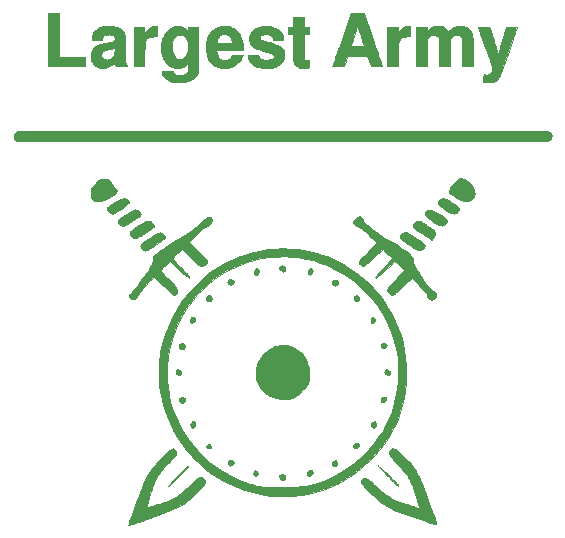
<source format=gbr>
G04 #@! TF.GenerationSoftware,KiCad,Pcbnew,5.1.5+dfsg1-2build2*
G04 #@! TF.CreationDate,2021-04-24T08:27:42-04:00*
G04 #@! TF.ProjectId,largest_army_card,6c617267-6573-4745-9f61-726d795f6361,rev?*
G04 #@! TF.SameCoordinates,Original*
G04 #@! TF.FileFunction,Legend,Top*
G04 #@! TF.FilePolarity,Positive*
%FSLAX46Y46*%
G04 Gerber Fmt 4.6, Leading zero omitted, Abs format (unit mm)*
G04 Created by KiCad (PCBNEW 5.1.5+dfsg1-2build2) date 2021-04-24 08:27:42*
%MOMM*%
%LPD*%
G04 APERTURE LIST*
%ADD10C,0.010000*%
G04 APERTURE END LIST*
D10*
G36*
X-8816063Y-15612622D02*
G01*
X-8745163Y-15653196D01*
X-8674591Y-15730506D01*
X-8621898Y-15822855D01*
X-8595318Y-15914654D01*
X-8593667Y-15939985D01*
X-8608075Y-16012235D01*
X-8648195Y-16105434D01*
X-8709376Y-16211035D01*
X-8786962Y-16320492D01*
X-8829111Y-16372416D01*
X-8874840Y-16424280D01*
X-8944250Y-16500456D01*
X-9031627Y-16594793D01*
X-9131254Y-16701144D01*
X-9237416Y-16813357D01*
X-9298074Y-16876971D01*
X-9503440Y-17094322D01*
X-9680784Y-17288520D01*
X-9833665Y-17464605D01*
X-9965636Y-17627619D01*
X-10080256Y-17782604D01*
X-10181080Y-17934602D01*
X-10271664Y-18088654D01*
X-10355565Y-18249803D01*
X-10436339Y-18423089D01*
X-10509857Y-18594934D01*
X-10562358Y-18727855D01*
X-10620157Y-18884760D01*
X-10681420Y-19059715D01*
X-10744312Y-19246789D01*
X-10806998Y-19440049D01*
X-10867643Y-19633563D01*
X-10924413Y-19821397D01*
X-10975472Y-19997620D01*
X-11018987Y-20156298D01*
X-11053121Y-20291500D01*
X-11076041Y-20397292D01*
X-11084775Y-20453846D01*
X-11097690Y-20577110D01*
X-11015137Y-20562830D01*
X-10899161Y-20539018D01*
X-10751059Y-20502775D01*
X-10578412Y-20456351D01*
X-10388802Y-20401993D01*
X-10189808Y-20341951D01*
X-9989013Y-20278473D01*
X-9793997Y-20213809D01*
X-9612341Y-20150207D01*
X-9561139Y-20131506D01*
X-9331435Y-20044113D01*
X-9125803Y-19959442D01*
X-8938964Y-19873979D01*
X-8765638Y-19784213D01*
X-8600546Y-19686631D01*
X-8438407Y-19577722D01*
X-8273942Y-19453972D01*
X-8101872Y-19311871D01*
X-7916917Y-19147905D01*
X-7713797Y-18958563D01*
X-7524750Y-18776825D01*
X-7334699Y-18593270D01*
X-7171308Y-18438382D01*
X-7031699Y-18310500D01*
X-6912994Y-18207966D01*
X-6812314Y-18129122D01*
X-6726781Y-18072307D01*
X-6653517Y-18035863D01*
X-6589644Y-18018131D01*
X-6532284Y-18017452D01*
X-6478558Y-18032167D01*
X-6425588Y-18060617D01*
X-6370496Y-18101144D01*
X-6363025Y-18107215D01*
X-6254422Y-18211226D01*
X-6187249Y-18312412D01*
X-6160892Y-18412901D01*
X-6174739Y-18514823D01*
X-6219223Y-18606647D01*
X-6270003Y-18676281D01*
X-6348040Y-18769773D01*
X-6449001Y-18882802D01*
X-6568554Y-19011045D01*
X-6702366Y-19150178D01*
X-6846105Y-19295878D01*
X-6995438Y-19443823D01*
X-7146033Y-19589690D01*
X-7293557Y-19729155D01*
X-7433678Y-19857896D01*
X-7562064Y-19971590D01*
X-7674382Y-20065913D01*
X-7710504Y-20094651D01*
X-7870787Y-20213204D01*
X-8039781Y-20324383D01*
X-8223204Y-20431204D01*
X-8426772Y-20536684D01*
X-8656204Y-20643838D01*
X-8917217Y-20755682D01*
X-9116029Y-20836099D01*
X-9231348Y-20881101D01*
X-9373959Y-20935543D01*
X-9540367Y-20998167D01*
X-9727079Y-21067720D01*
X-9930600Y-21142943D01*
X-10147435Y-21222582D01*
X-10374090Y-21305381D01*
X-10607070Y-21390083D01*
X-10842882Y-21475432D01*
X-11078031Y-21560172D01*
X-11309023Y-21643048D01*
X-11532363Y-21722803D01*
X-11744556Y-21798181D01*
X-11942109Y-21867927D01*
X-12121527Y-21930783D01*
X-12279315Y-21985495D01*
X-12411980Y-22030805D01*
X-12516027Y-22065459D01*
X-12587961Y-22088200D01*
X-12624289Y-22097772D01*
X-12626743Y-22098000D01*
X-12654430Y-22090666D01*
X-12657667Y-22084807D01*
X-12650470Y-22061158D01*
X-12629464Y-22000222D01*
X-12595528Y-21904416D01*
X-12549539Y-21776155D01*
X-12492375Y-21617857D01*
X-12424915Y-21431938D01*
X-12348036Y-21220815D01*
X-12262617Y-20986905D01*
X-12169536Y-20732623D01*
X-12069671Y-20460387D01*
X-11963899Y-20172614D01*
X-11886426Y-19962167D01*
X-11752032Y-19599138D01*
X-11629758Y-19273244D01*
X-11518171Y-18981514D01*
X-11415839Y-18720976D01*
X-11321327Y-18488661D01*
X-11233204Y-18281597D01*
X-11150034Y-18096814D01*
X-11070386Y-17931341D01*
X-10992826Y-17782208D01*
X-10915920Y-17646444D01*
X-10838236Y-17521078D01*
X-10758340Y-17403140D01*
X-10674798Y-17289659D01*
X-10586178Y-17177664D01*
X-10491046Y-17064185D01*
X-10484593Y-17056675D01*
X-10421214Y-16985987D01*
X-10335511Y-16894790D01*
X-10231661Y-16787179D01*
X-10113842Y-16667250D01*
X-9986231Y-16539099D01*
X-9853006Y-16406823D01*
X-9718345Y-16274515D01*
X-9586424Y-16146273D01*
X-9461423Y-16026191D01*
X-9347517Y-15918367D01*
X-9248886Y-15826895D01*
X-9169706Y-15755870D01*
X-9114155Y-15709390D01*
X-9099088Y-15698317D01*
X-8988657Y-15634451D01*
X-8895831Y-15606080D01*
X-8816063Y-15612622D01*
G37*
X-8816063Y-15612622D02*
X-8745163Y-15653196D01*
X-8674591Y-15730506D01*
X-8621898Y-15822855D01*
X-8595318Y-15914654D01*
X-8593667Y-15939985D01*
X-8608075Y-16012235D01*
X-8648195Y-16105434D01*
X-8709376Y-16211035D01*
X-8786962Y-16320492D01*
X-8829111Y-16372416D01*
X-8874840Y-16424280D01*
X-8944250Y-16500456D01*
X-9031627Y-16594793D01*
X-9131254Y-16701144D01*
X-9237416Y-16813357D01*
X-9298074Y-16876971D01*
X-9503440Y-17094322D01*
X-9680784Y-17288520D01*
X-9833665Y-17464605D01*
X-9965636Y-17627619D01*
X-10080256Y-17782604D01*
X-10181080Y-17934602D01*
X-10271664Y-18088654D01*
X-10355565Y-18249803D01*
X-10436339Y-18423089D01*
X-10509857Y-18594934D01*
X-10562358Y-18727855D01*
X-10620157Y-18884760D01*
X-10681420Y-19059715D01*
X-10744312Y-19246789D01*
X-10806998Y-19440049D01*
X-10867643Y-19633563D01*
X-10924413Y-19821397D01*
X-10975472Y-19997620D01*
X-11018987Y-20156298D01*
X-11053121Y-20291500D01*
X-11076041Y-20397292D01*
X-11084775Y-20453846D01*
X-11097690Y-20577110D01*
X-11015137Y-20562830D01*
X-10899161Y-20539018D01*
X-10751059Y-20502775D01*
X-10578412Y-20456351D01*
X-10388802Y-20401993D01*
X-10189808Y-20341951D01*
X-9989013Y-20278473D01*
X-9793997Y-20213809D01*
X-9612341Y-20150207D01*
X-9561139Y-20131506D01*
X-9331435Y-20044113D01*
X-9125803Y-19959442D01*
X-8938964Y-19873979D01*
X-8765638Y-19784213D01*
X-8600546Y-19686631D01*
X-8438407Y-19577722D01*
X-8273942Y-19453972D01*
X-8101872Y-19311871D01*
X-7916917Y-19147905D01*
X-7713797Y-18958563D01*
X-7524750Y-18776825D01*
X-7334699Y-18593270D01*
X-7171308Y-18438382D01*
X-7031699Y-18310500D01*
X-6912994Y-18207966D01*
X-6812314Y-18129122D01*
X-6726781Y-18072307D01*
X-6653517Y-18035863D01*
X-6589644Y-18018131D01*
X-6532284Y-18017452D01*
X-6478558Y-18032167D01*
X-6425588Y-18060617D01*
X-6370496Y-18101144D01*
X-6363025Y-18107215D01*
X-6254422Y-18211226D01*
X-6187249Y-18312412D01*
X-6160892Y-18412901D01*
X-6174739Y-18514823D01*
X-6219223Y-18606647D01*
X-6270003Y-18676281D01*
X-6348040Y-18769773D01*
X-6449001Y-18882802D01*
X-6568554Y-19011045D01*
X-6702366Y-19150178D01*
X-6846105Y-19295878D01*
X-6995438Y-19443823D01*
X-7146033Y-19589690D01*
X-7293557Y-19729155D01*
X-7433678Y-19857896D01*
X-7562064Y-19971590D01*
X-7674382Y-20065913D01*
X-7710504Y-20094651D01*
X-7870787Y-20213204D01*
X-8039781Y-20324383D01*
X-8223204Y-20431204D01*
X-8426772Y-20536684D01*
X-8656204Y-20643838D01*
X-8917217Y-20755682D01*
X-9116029Y-20836099D01*
X-9231348Y-20881101D01*
X-9373959Y-20935543D01*
X-9540367Y-20998167D01*
X-9727079Y-21067720D01*
X-9930600Y-21142943D01*
X-10147435Y-21222582D01*
X-10374090Y-21305381D01*
X-10607070Y-21390083D01*
X-10842882Y-21475432D01*
X-11078031Y-21560172D01*
X-11309023Y-21643048D01*
X-11532363Y-21722803D01*
X-11744556Y-21798181D01*
X-11942109Y-21867927D01*
X-12121527Y-21930783D01*
X-12279315Y-21985495D01*
X-12411980Y-22030805D01*
X-12516027Y-22065459D01*
X-12587961Y-22088200D01*
X-12624289Y-22097772D01*
X-12626743Y-22098000D01*
X-12654430Y-22090666D01*
X-12657667Y-22084807D01*
X-12650470Y-22061158D01*
X-12629464Y-22000222D01*
X-12595528Y-21904416D01*
X-12549539Y-21776155D01*
X-12492375Y-21617857D01*
X-12424915Y-21431938D01*
X-12348036Y-21220815D01*
X-12262617Y-20986905D01*
X-12169536Y-20732623D01*
X-12069671Y-20460387D01*
X-11963899Y-20172614D01*
X-11886426Y-19962167D01*
X-11752032Y-19599138D01*
X-11629758Y-19273244D01*
X-11518171Y-18981514D01*
X-11415839Y-18720976D01*
X-11321327Y-18488661D01*
X-11233204Y-18281597D01*
X-11150034Y-18096814D01*
X-11070386Y-17931341D01*
X-10992826Y-17782208D01*
X-10915920Y-17646444D01*
X-10838236Y-17521078D01*
X-10758340Y-17403140D01*
X-10674798Y-17289659D01*
X-10586178Y-17177664D01*
X-10491046Y-17064185D01*
X-10484593Y-17056675D01*
X-10421214Y-16985987D01*
X-10335511Y-16894790D01*
X-10231661Y-16787179D01*
X-10113842Y-16667250D01*
X-9986231Y-16539099D01*
X-9853006Y-16406823D01*
X-9718345Y-16274515D01*
X-9586424Y-16146273D01*
X-9461423Y-16026191D01*
X-9347517Y-15918367D01*
X-9248886Y-15826895D01*
X-9169706Y-15755870D01*
X-9114155Y-15709390D01*
X-9099088Y-15698317D01*
X-8988657Y-15634451D01*
X-8895831Y-15606080D01*
X-8816063Y-15612622D01*
G36*
X9790984Y-15586407D02*
G01*
X9874649Y-15615702D01*
X9971444Y-15669681D01*
X10084282Y-15749931D01*
X10216081Y-15858039D01*
X10369756Y-15995590D01*
X10519833Y-16136916D01*
X10764024Y-16374741D01*
X10977792Y-16592286D01*
X11164794Y-16794378D01*
X11328689Y-16985847D01*
X11473135Y-17171520D01*
X11601793Y-17356225D01*
X11718319Y-17544793D01*
X11826373Y-17742050D01*
X11929613Y-17952826D01*
X11980479Y-18064585D01*
X12023447Y-18164401D01*
X12076572Y-18293306D01*
X12138653Y-18448052D01*
X12208494Y-18625392D01*
X12284895Y-18822076D01*
X12366658Y-19034859D01*
X12452583Y-19260491D01*
X12541472Y-19495725D01*
X12632126Y-19737314D01*
X12723347Y-19982009D01*
X12813936Y-20226564D01*
X12902694Y-20467729D01*
X12988423Y-20702258D01*
X13069923Y-20926902D01*
X13145996Y-21138414D01*
X13215444Y-21333546D01*
X13277067Y-21509050D01*
X13329667Y-21661679D01*
X13372045Y-21788185D01*
X13403002Y-21885319D01*
X13421341Y-21949835D01*
X13425861Y-21978485D01*
X13425391Y-21979386D01*
X13389809Y-21990351D01*
X13322475Y-21990379D01*
X13232273Y-21980402D01*
X13128086Y-21961356D01*
X13033045Y-21938151D01*
X12898801Y-21898900D01*
X12730280Y-21845719D01*
X12532492Y-21780442D01*
X12310451Y-21704901D01*
X12069167Y-21620926D01*
X11813653Y-21530352D01*
X11548921Y-21435009D01*
X11279982Y-21336730D01*
X11011849Y-21237346D01*
X10749534Y-21138691D01*
X10498048Y-21042596D01*
X10262403Y-20950893D01*
X10047612Y-20865415D01*
X9858686Y-20787993D01*
X9700638Y-20720460D01*
X9694333Y-20717683D01*
X9426152Y-20593400D01*
X9188779Y-20469602D01*
X8971263Y-20339797D01*
X8762659Y-20197496D01*
X8572500Y-20052591D01*
X8508979Y-19998685D01*
X8423081Y-19920882D01*
X8318870Y-19823255D01*
X8200414Y-19709876D01*
X8071779Y-19584817D01*
X7937033Y-19452152D01*
X7800242Y-19315951D01*
X7665474Y-19180288D01*
X7536794Y-19049234D01*
X7418270Y-18926861D01*
X7313968Y-18817243D01*
X7227956Y-18724451D01*
X7164300Y-18652557D01*
X7127067Y-18605634D01*
X7126205Y-18604363D01*
X7061360Y-18491785D01*
X7032893Y-18397132D01*
X7041523Y-18315515D01*
X7087968Y-18242044D01*
X7172949Y-18171830D01*
X7191584Y-18159672D01*
X7251366Y-18126780D01*
X7310560Y-18106645D01*
X7372015Y-18100970D01*
X7438586Y-18111458D01*
X7513122Y-18139815D01*
X7598476Y-18187743D01*
X7697500Y-18256946D01*
X7813045Y-18349128D01*
X7947963Y-18465993D01*
X8105106Y-18609244D01*
X8287325Y-18780585D01*
X8382000Y-18870880D01*
X8590895Y-19067869D01*
X8781647Y-19240314D01*
X8959789Y-19391465D01*
X9130856Y-19524573D01*
X9300383Y-19642890D01*
X9473906Y-19749667D01*
X9656960Y-19848155D01*
X9855078Y-19941604D01*
X10073797Y-20033266D01*
X10318651Y-20126391D01*
X10595175Y-20224232D01*
X10810354Y-20297200D01*
X10971639Y-20350591D01*
X11136056Y-20403935D01*
X11298215Y-20455583D01*
X11452726Y-20503886D01*
X11594198Y-20547194D01*
X11717241Y-20583858D01*
X11816464Y-20612228D01*
X11886478Y-20630655D01*
X11921892Y-20637490D01*
X11922467Y-20637500D01*
X11934452Y-20618074D01*
X11933778Y-20562307D01*
X11921342Y-20473960D01*
X11898039Y-20356797D01*
X11864765Y-20214578D01*
X11822417Y-20051068D01*
X11771891Y-19870028D01*
X11714083Y-19675221D01*
X11649889Y-19470409D01*
X11629522Y-19407582D01*
X11553567Y-19179019D01*
X11485618Y-18983853D01*
X11422710Y-18814598D01*
X11361880Y-18663764D01*
X11300163Y-18523861D01*
X11234596Y-18387402D01*
X11194818Y-18309166D01*
X11131413Y-18190176D01*
X11067842Y-18079460D01*
X11000777Y-17972778D01*
X10926895Y-17865888D01*
X10842869Y-17754548D01*
X10745373Y-17634517D01*
X10631082Y-17501552D01*
X10496671Y-17351414D01*
X10338813Y-17179859D01*
X10157576Y-16986250D01*
X9995529Y-16812899D01*
X9860599Y-16665596D01*
X9749736Y-16540694D01*
X9659887Y-16434543D01*
X9588001Y-16343493D01*
X9531027Y-16263897D01*
X9485914Y-16192105D01*
X9470330Y-16164433D01*
X9419260Y-16035325D01*
X9409821Y-15913325D01*
X9441693Y-15799865D01*
X9514555Y-15696379D01*
X9589607Y-15630766D01*
X9651379Y-15595525D01*
X9717533Y-15580210D01*
X9790984Y-15586407D01*
G37*
X9790984Y-15586407D02*
X9874649Y-15615702D01*
X9971444Y-15669681D01*
X10084282Y-15749931D01*
X10216081Y-15858039D01*
X10369756Y-15995590D01*
X10519833Y-16136916D01*
X10764024Y-16374741D01*
X10977792Y-16592286D01*
X11164794Y-16794378D01*
X11328689Y-16985847D01*
X11473135Y-17171520D01*
X11601793Y-17356225D01*
X11718319Y-17544793D01*
X11826373Y-17742050D01*
X11929613Y-17952826D01*
X11980479Y-18064585D01*
X12023447Y-18164401D01*
X12076572Y-18293306D01*
X12138653Y-18448052D01*
X12208494Y-18625392D01*
X12284895Y-18822076D01*
X12366658Y-19034859D01*
X12452583Y-19260491D01*
X12541472Y-19495725D01*
X12632126Y-19737314D01*
X12723347Y-19982009D01*
X12813936Y-20226564D01*
X12902694Y-20467729D01*
X12988423Y-20702258D01*
X13069923Y-20926902D01*
X13145996Y-21138414D01*
X13215444Y-21333546D01*
X13277067Y-21509050D01*
X13329667Y-21661679D01*
X13372045Y-21788185D01*
X13403002Y-21885319D01*
X13421341Y-21949835D01*
X13425861Y-21978485D01*
X13425391Y-21979386D01*
X13389809Y-21990351D01*
X13322475Y-21990379D01*
X13232273Y-21980402D01*
X13128086Y-21961356D01*
X13033045Y-21938151D01*
X12898801Y-21898900D01*
X12730280Y-21845719D01*
X12532492Y-21780442D01*
X12310451Y-21704901D01*
X12069167Y-21620926D01*
X11813653Y-21530352D01*
X11548921Y-21435009D01*
X11279982Y-21336730D01*
X11011849Y-21237346D01*
X10749534Y-21138691D01*
X10498048Y-21042596D01*
X10262403Y-20950893D01*
X10047612Y-20865415D01*
X9858686Y-20787993D01*
X9700638Y-20720460D01*
X9694333Y-20717683D01*
X9426152Y-20593400D01*
X9188779Y-20469602D01*
X8971263Y-20339797D01*
X8762659Y-20197496D01*
X8572500Y-20052591D01*
X8508979Y-19998685D01*
X8423081Y-19920882D01*
X8318870Y-19823255D01*
X8200414Y-19709876D01*
X8071779Y-19584817D01*
X7937033Y-19452152D01*
X7800242Y-19315951D01*
X7665474Y-19180288D01*
X7536794Y-19049234D01*
X7418270Y-18926861D01*
X7313968Y-18817243D01*
X7227956Y-18724451D01*
X7164300Y-18652557D01*
X7127067Y-18605634D01*
X7126205Y-18604363D01*
X7061360Y-18491785D01*
X7032893Y-18397132D01*
X7041523Y-18315515D01*
X7087968Y-18242044D01*
X7172949Y-18171830D01*
X7191584Y-18159672D01*
X7251366Y-18126780D01*
X7310560Y-18106645D01*
X7372015Y-18100970D01*
X7438586Y-18111458D01*
X7513122Y-18139815D01*
X7598476Y-18187743D01*
X7697500Y-18256946D01*
X7813045Y-18349128D01*
X7947963Y-18465993D01*
X8105106Y-18609244D01*
X8287325Y-18780585D01*
X8382000Y-18870880D01*
X8590895Y-19067869D01*
X8781647Y-19240314D01*
X8959789Y-19391465D01*
X9130856Y-19524573D01*
X9300383Y-19642890D01*
X9473906Y-19749667D01*
X9656960Y-19848155D01*
X9855078Y-19941604D01*
X10073797Y-20033266D01*
X10318651Y-20126391D01*
X10595175Y-20224232D01*
X10810354Y-20297200D01*
X10971639Y-20350591D01*
X11136056Y-20403935D01*
X11298215Y-20455583D01*
X11452726Y-20503886D01*
X11594198Y-20547194D01*
X11717241Y-20583858D01*
X11816464Y-20612228D01*
X11886478Y-20630655D01*
X11921892Y-20637490D01*
X11922467Y-20637500D01*
X11934452Y-20618074D01*
X11933778Y-20562307D01*
X11921342Y-20473960D01*
X11898039Y-20356797D01*
X11864765Y-20214578D01*
X11822417Y-20051068D01*
X11771891Y-19870028D01*
X11714083Y-19675221D01*
X11649889Y-19470409D01*
X11629522Y-19407582D01*
X11553567Y-19179019D01*
X11485618Y-18983853D01*
X11422710Y-18814598D01*
X11361880Y-18663764D01*
X11300163Y-18523861D01*
X11234596Y-18387402D01*
X11194818Y-18309166D01*
X11131413Y-18190176D01*
X11067842Y-18079460D01*
X11000777Y-17972778D01*
X10926895Y-17865888D01*
X10842869Y-17754548D01*
X10745373Y-17634517D01*
X10631082Y-17501552D01*
X10496671Y-17351414D01*
X10338813Y-17179859D01*
X10157576Y-16986250D01*
X9995529Y-16812899D01*
X9860599Y-16665596D01*
X9749736Y-16540694D01*
X9659887Y-16434543D01*
X9588001Y-16343493D01*
X9531027Y-16263897D01*
X9485914Y-16192105D01*
X9470330Y-16164433D01*
X9419260Y-16035325D01*
X9409821Y-15913325D01*
X9441693Y-15799865D01*
X9514555Y-15696379D01*
X9589607Y-15630766D01*
X9651379Y-15595525D01*
X9717533Y-15580210D01*
X9790984Y-15586407D01*
G36*
X1095600Y1306595D02*
G01*
X1752454Y1241420D01*
X2130435Y1184993D01*
X2524925Y1110154D01*
X2931040Y1016614D01*
X3341667Y906737D01*
X3749692Y782887D01*
X4148000Y647429D01*
X4529478Y502727D01*
X4887012Y351145D01*
X5213487Y195047D01*
X5386916Y102758D01*
X5579013Y-9271D01*
X5795328Y-144583D01*
X6028666Y-298088D01*
X6271830Y-464693D01*
X6517623Y-639305D01*
X6758851Y-816833D01*
X6988316Y-992184D01*
X7198822Y-1160265D01*
X7344833Y-1282708D01*
X7808135Y-1709218D01*
X8242830Y-2165578D01*
X8647950Y-2649571D01*
X9022529Y-3158983D01*
X9365601Y-3691600D01*
X9676199Y-4245207D01*
X9953356Y-4817589D01*
X10196106Y-5406531D01*
X10403483Y-6009818D01*
X10574520Y-6625237D01*
X10708251Y-7250572D01*
X10803708Y-7883608D01*
X10859926Y-8522130D01*
X10875938Y-9163925D01*
X10872505Y-9366250D01*
X10837634Y-10045532D01*
X10770045Y-10698852D01*
X10668952Y-11328039D01*
X10533571Y-11934922D01*
X10363115Y-12521332D01*
X10156800Y-13089098D01*
X9913840Y-13640049D01*
X9633450Y-14176015D01*
X9314844Y-14698826D01*
X8957237Y-15210311D01*
X8559844Y-15712300D01*
X8121879Y-16206622D01*
X7788249Y-16551559D01*
X7416588Y-16908935D01*
X7048888Y-17233411D01*
X6676186Y-17532400D01*
X6289520Y-17813314D01*
X6138333Y-17916015D01*
X5572212Y-18268957D01*
X4991220Y-18582442D01*
X4396316Y-18856200D01*
X3788458Y-19089960D01*
X3168606Y-19283452D01*
X2537716Y-19436407D01*
X1896749Y-19548555D01*
X1246663Y-19619626D01*
X588417Y-19649350D01*
X10583Y-19641396D01*
X-584762Y-19598219D01*
X-1188885Y-19517794D01*
X-1793569Y-19401644D01*
X-2390597Y-19251293D01*
X-2841562Y-19112628D01*
X-3452770Y-18888434D01*
X-4048144Y-18628796D01*
X-4624980Y-18335449D01*
X-5180575Y-18010128D01*
X-5712225Y-17654568D01*
X-6217226Y-17270504D01*
X-6692874Y-16859672D01*
X-7136465Y-16423807D01*
X-7291917Y-16256552D01*
X-7734678Y-15737516D01*
X-8140107Y-15198566D01*
X-8508092Y-14639919D01*
X-8838518Y-14061792D01*
X-9131273Y-13464399D01*
X-9386244Y-12847958D01*
X-9603317Y-12212685D01*
X-9782379Y-11558796D01*
X-9807793Y-11451166D01*
X-9938468Y-10800008D01*
X-10027763Y-10156765D01*
X-10075708Y-9520545D01*
X-10079648Y-9145567D01*
X-9389789Y-9145567D01*
X-9372959Y-9773503D01*
X-9315481Y-10399368D01*
X-9217205Y-11021188D01*
X-9077985Y-11636988D01*
X-8928807Y-12149666D01*
X-8718370Y-12735583D01*
X-8469507Y-13305828D01*
X-8183701Y-13858845D01*
X-7862436Y-14393079D01*
X-7507196Y-14906972D01*
X-7119465Y-15398969D01*
X-6700727Y-15867514D01*
X-6252466Y-16311049D01*
X-5776166Y-16728020D01*
X-5273310Y-17116870D01*
X-4745384Y-17476042D01*
X-4193871Y-17803980D01*
X-3620254Y-18099128D01*
X-3026019Y-18359931D01*
X-2995084Y-18372324D01*
X-2809085Y-18443317D01*
X-2607316Y-18514790D01*
X-2399513Y-18583685D01*
X-2195414Y-18646943D01*
X-2004755Y-18701504D01*
X-1837273Y-18744310D01*
X-1749995Y-18763474D01*
X-1519806Y-18803533D01*
X-1257832Y-18838503D01*
X-974403Y-18867603D01*
X-679847Y-18890053D01*
X-384493Y-18905072D01*
X-98670Y-18911880D01*
X167292Y-18909695D01*
X179916Y-18909335D01*
X283968Y-18906268D01*
X416519Y-18902380D01*
X563752Y-18898076D01*
X711852Y-18893759D01*
X783166Y-18891686D01*
X1172366Y-18873831D01*
X1564195Y-18843332D01*
X1952437Y-18801174D01*
X2330880Y-18748343D01*
X2693307Y-18685825D01*
X3033505Y-18614604D01*
X3345258Y-18535667D01*
X3622352Y-18449999D01*
X3666963Y-18434336D01*
X4237405Y-18207804D01*
X4794996Y-17942225D01*
X5337566Y-17639517D01*
X5862944Y-17301597D01*
X6368956Y-16930382D01*
X6853433Y-16527791D01*
X7314202Y-16095740D01*
X7749092Y-15636148D01*
X8155932Y-15150931D01*
X8532549Y-14642007D01*
X8876773Y-14111294D01*
X9186431Y-13560710D01*
X9186625Y-13560338D01*
X9368154Y-13195142D01*
X9526734Y-12838642D01*
X9664256Y-12484212D01*
X9782609Y-12125222D01*
X9883682Y-11755045D01*
X9969365Y-11367053D01*
X10041548Y-10954617D01*
X10102120Y-10511110D01*
X10131885Y-10244666D01*
X10142739Y-10112918D01*
X10151881Y-9947674D01*
X10159275Y-9755909D01*
X10164887Y-9544598D01*
X10168682Y-9320716D01*
X10170627Y-9091239D01*
X10170687Y-8863143D01*
X10168826Y-8643402D01*
X10165012Y-8438993D01*
X10159209Y-8256889D01*
X10151382Y-8104068D01*
X10142968Y-8001000D01*
X10062364Y-7413493D01*
X9944026Y-6838163D01*
X9786939Y-6271538D01*
X9590089Y-5710149D01*
X9352460Y-5150525D01*
X9241184Y-4917068D01*
X8970387Y-4400220D01*
X8681140Y-3915521D01*
X8368476Y-3456039D01*
X8027425Y-3014844D01*
X7653020Y-2585003D01*
X7324414Y-2242919D01*
X6880626Y-1822590D01*
X6426602Y-1440032D01*
X5956353Y-1090898D01*
X5463894Y-770840D01*
X4943238Y-475509D01*
X4760987Y-381101D01*
X4178680Y-109284D01*
X3586302Y121696D01*
X2984901Y311656D01*
X2375528Y460413D01*
X1759231Y567784D01*
X1137059Y633585D01*
X510061Y657635D01*
X-120715Y639750D01*
X-751417Y580105D01*
X-1394672Y477381D01*
X-2023434Y335695D01*
X-2636333Y156022D01*
X-3232001Y-60663D01*
X-3809069Y-313383D01*
X-4366170Y-601165D01*
X-4901933Y-923032D01*
X-5414990Y-1278009D01*
X-5903973Y-1665120D01*
X-6367514Y-2083391D01*
X-6804242Y-2531846D01*
X-7212790Y-3009509D01*
X-7591790Y-3515405D01*
X-7939871Y-4048559D01*
X-8255667Y-4607995D01*
X-8381855Y-4857750D01*
X-8645424Y-5444938D01*
X-8869381Y-6043868D01*
X-9053576Y-6652566D01*
X-9197863Y-7269057D01*
X-9302093Y-7891371D01*
X-9366117Y-8517531D01*
X-9389789Y-9145567D01*
X-10079648Y-9145567D01*
X-10082329Y-8890459D01*
X-10047656Y-8265617D01*
X-9971716Y-7645130D01*
X-9935515Y-7429500D01*
X-9799712Y-6792481D01*
X-9623534Y-6164546D01*
X-9408370Y-5547853D01*
X-9155608Y-4944567D01*
X-8866637Y-4356847D01*
X-8542845Y-3786857D01*
X-8185622Y-3236757D01*
X-7796355Y-2708710D01*
X-7376435Y-2204877D01*
X-6927248Y-1727420D01*
X-6450185Y-1278500D01*
X-5946634Y-860280D01*
X-5507537Y-536608D01*
X-5090019Y-263698D01*
X-4638997Y-2327D01*
X-4162627Y243490D01*
X-3669063Y469734D01*
X-3166461Y672388D01*
X-2765849Y814000D01*
X-2134215Y1001109D01*
X-1497150Y1146264D01*
X-855145Y1249427D01*
X-208691Y1310561D01*
X441721Y1329630D01*
X1095600Y1306595D01*
G37*
X1095600Y1306595D02*
X1752454Y1241420D01*
X2130435Y1184993D01*
X2524925Y1110154D01*
X2931040Y1016614D01*
X3341667Y906737D01*
X3749692Y782887D01*
X4148000Y647429D01*
X4529478Y502727D01*
X4887012Y351145D01*
X5213487Y195047D01*
X5386916Y102758D01*
X5579013Y-9271D01*
X5795328Y-144583D01*
X6028666Y-298088D01*
X6271830Y-464693D01*
X6517623Y-639305D01*
X6758851Y-816833D01*
X6988316Y-992184D01*
X7198822Y-1160265D01*
X7344833Y-1282708D01*
X7808135Y-1709218D01*
X8242830Y-2165578D01*
X8647950Y-2649571D01*
X9022529Y-3158983D01*
X9365601Y-3691600D01*
X9676199Y-4245207D01*
X9953356Y-4817589D01*
X10196106Y-5406531D01*
X10403483Y-6009818D01*
X10574520Y-6625237D01*
X10708251Y-7250572D01*
X10803708Y-7883608D01*
X10859926Y-8522130D01*
X10875938Y-9163925D01*
X10872505Y-9366250D01*
X10837634Y-10045532D01*
X10770045Y-10698852D01*
X10668952Y-11328039D01*
X10533571Y-11934922D01*
X10363115Y-12521332D01*
X10156800Y-13089098D01*
X9913840Y-13640049D01*
X9633450Y-14176015D01*
X9314844Y-14698826D01*
X8957237Y-15210311D01*
X8559844Y-15712300D01*
X8121879Y-16206622D01*
X7788249Y-16551559D01*
X7416588Y-16908935D01*
X7048888Y-17233411D01*
X6676186Y-17532400D01*
X6289520Y-17813314D01*
X6138333Y-17916015D01*
X5572212Y-18268957D01*
X4991220Y-18582442D01*
X4396316Y-18856200D01*
X3788458Y-19089960D01*
X3168606Y-19283452D01*
X2537716Y-19436407D01*
X1896749Y-19548555D01*
X1246663Y-19619626D01*
X588417Y-19649350D01*
X10583Y-19641396D01*
X-584762Y-19598219D01*
X-1188885Y-19517794D01*
X-1793569Y-19401644D01*
X-2390597Y-19251293D01*
X-2841562Y-19112628D01*
X-3452770Y-18888434D01*
X-4048144Y-18628796D01*
X-4624980Y-18335449D01*
X-5180575Y-18010128D01*
X-5712225Y-17654568D01*
X-6217226Y-17270504D01*
X-6692874Y-16859672D01*
X-7136465Y-16423807D01*
X-7291917Y-16256552D01*
X-7734678Y-15737516D01*
X-8140107Y-15198566D01*
X-8508092Y-14639919D01*
X-8838518Y-14061792D01*
X-9131273Y-13464399D01*
X-9386244Y-12847958D01*
X-9603317Y-12212685D01*
X-9782379Y-11558796D01*
X-9807793Y-11451166D01*
X-9938468Y-10800008D01*
X-10027763Y-10156765D01*
X-10075708Y-9520545D01*
X-10079648Y-9145567D01*
X-9389789Y-9145567D01*
X-9372959Y-9773503D01*
X-9315481Y-10399368D01*
X-9217205Y-11021188D01*
X-9077985Y-11636988D01*
X-8928807Y-12149666D01*
X-8718370Y-12735583D01*
X-8469507Y-13305828D01*
X-8183701Y-13858845D01*
X-7862436Y-14393079D01*
X-7507196Y-14906972D01*
X-7119465Y-15398969D01*
X-6700727Y-15867514D01*
X-6252466Y-16311049D01*
X-5776166Y-16728020D01*
X-5273310Y-17116870D01*
X-4745384Y-17476042D01*
X-4193871Y-17803980D01*
X-3620254Y-18099128D01*
X-3026019Y-18359931D01*
X-2995084Y-18372324D01*
X-2809085Y-18443317D01*
X-2607316Y-18514790D01*
X-2399513Y-18583685D01*
X-2195414Y-18646943D01*
X-2004755Y-18701504D01*
X-1837273Y-18744310D01*
X-1749995Y-18763474D01*
X-1519806Y-18803533D01*
X-1257832Y-18838503D01*
X-974403Y-18867603D01*
X-679847Y-18890053D01*
X-384493Y-18905072D01*
X-98670Y-18911880D01*
X167292Y-18909695D01*
X179916Y-18909335D01*
X283968Y-18906268D01*
X416519Y-18902380D01*
X563752Y-18898076D01*
X711852Y-18893759D01*
X783166Y-18891686D01*
X1172366Y-18873831D01*
X1564195Y-18843332D01*
X1952437Y-18801174D01*
X2330880Y-18748343D01*
X2693307Y-18685825D01*
X3033505Y-18614604D01*
X3345258Y-18535667D01*
X3622352Y-18449999D01*
X3666963Y-18434336D01*
X4237405Y-18207804D01*
X4794996Y-17942225D01*
X5337566Y-17639517D01*
X5862944Y-17301597D01*
X6368956Y-16930382D01*
X6853433Y-16527791D01*
X7314202Y-16095740D01*
X7749092Y-15636148D01*
X8155932Y-15150931D01*
X8532549Y-14642007D01*
X8876773Y-14111294D01*
X9186431Y-13560710D01*
X9186625Y-13560338D01*
X9368154Y-13195142D01*
X9526734Y-12838642D01*
X9664256Y-12484212D01*
X9782609Y-12125222D01*
X9883682Y-11755045D01*
X9969365Y-11367053D01*
X10041548Y-10954617D01*
X10102120Y-10511110D01*
X10131885Y-10244666D01*
X10142739Y-10112918D01*
X10151881Y-9947674D01*
X10159275Y-9755909D01*
X10164887Y-9544598D01*
X10168682Y-9320716D01*
X10170627Y-9091239D01*
X10170687Y-8863143D01*
X10168826Y-8643402D01*
X10165012Y-8438993D01*
X10159209Y-8256889D01*
X10151382Y-8104068D01*
X10142968Y-8001000D01*
X10062364Y-7413493D01*
X9944026Y-6838163D01*
X9786939Y-6271538D01*
X9590089Y-5710149D01*
X9352460Y-5150525D01*
X9241184Y-4917068D01*
X8970387Y-4400220D01*
X8681140Y-3915521D01*
X8368476Y-3456039D01*
X8027425Y-3014844D01*
X7653020Y-2585003D01*
X7324414Y-2242919D01*
X6880626Y-1822590D01*
X6426602Y-1440032D01*
X5956353Y-1090898D01*
X5463894Y-770840D01*
X4943238Y-475509D01*
X4760987Y-381101D01*
X4178680Y-109284D01*
X3586302Y121696D01*
X2984901Y311656D01*
X2375528Y460413D01*
X1759231Y567784D01*
X1137059Y633585D01*
X510061Y657635D01*
X-120715Y639750D01*
X-751417Y580105D01*
X-1394672Y477381D01*
X-2023434Y335695D01*
X-2636333Y156022D01*
X-3232001Y-60663D01*
X-3809069Y-313383D01*
X-4366170Y-601165D01*
X-4901933Y-923032D01*
X-5414990Y-1278009D01*
X-5903973Y-1665120D01*
X-6367514Y-2083391D01*
X-6804242Y-2531846D01*
X-7212790Y-3009509D01*
X-7591790Y-3515405D01*
X-7939871Y-4048559D01*
X-8255667Y-4607995D01*
X-8381855Y-4857750D01*
X-8645424Y-5444938D01*
X-8869381Y-6043868D01*
X-9053576Y-6652566D01*
X-9197863Y-7269057D01*
X-9302093Y-7891371D01*
X-9366117Y-8517531D01*
X-9389789Y-9145567D01*
X-10079648Y-9145567D01*
X-10082329Y-8890459D01*
X-10047656Y-8265617D01*
X-9971716Y-7645130D01*
X-9935515Y-7429500D01*
X-9799712Y-6792481D01*
X-9623534Y-6164546D01*
X-9408370Y-5547853D01*
X-9155608Y-4944567D01*
X-8866637Y-4356847D01*
X-8542845Y-3786857D01*
X-8185622Y-3236757D01*
X-7796355Y-2708710D01*
X-7376435Y-2204877D01*
X-6927248Y-1727420D01*
X-6450185Y-1278500D01*
X-5946634Y-860280D01*
X-5507537Y-536608D01*
X-5090019Y-263698D01*
X-4638997Y-2327D01*
X-4162627Y243490D01*
X-3669063Y469734D01*
X-3166461Y672388D01*
X-2765849Y814000D01*
X-2134215Y1001109D01*
X-1497150Y1146264D01*
X-855145Y1249427D01*
X-208691Y1310561D01*
X441721Y1329630D01*
X1095600Y1306595D01*
G36*
X-7606955Y-17115872D02*
G01*
X-7625972Y-17155684D01*
X-7674661Y-17222394D01*
X-7753274Y-17316294D01*
X-7862066Y-17437677D01*
X-8001291Y-17586834D01*
X-8171202Y-17764058D01*
X-8360200Y-17957594D01*
X-8571321Y-18170416D01*
X-8755691Y-18352390D01*
X-8913153Y-18503377D01*
X-9043551Y-18623237D01*
X-9146728Y-18711833D01*
X-9222527Y-18769025D01*
X-9270792Y-18794676D01*
X-9291367Y-18788646D01*
X-9292167Y-18782481D01*
X-9277057Y-18751492D01*
X-9232666Y-18692879D01*
X-9160404Y-18608176D01*
X-9061681Y-18498918D01*
X-8937907Y-18366638D01*
X-8790492Y-18212870D01*
X-8620846Y-18039150D01*
X-8456179Y-17872886D01*
X-8264497Y-17681467D01*
X-8100332Y-17519741D01*
X-7962318Y-17386454D01*
X-7849088Y-17280351D01*
X-7759276Y-17200177D01*
X-7691516Y-17144677D01*
X-7644439Y-17112596D01*
X-7617355Y-17102666D01*
X-7606955Y-17115872D01*
G37*
X-7606955Y-17115872D02*
X-7625972Y-17155684D01*
X-7674661Y-17222394D01*
X-7753274Y-17316294D01*
X-7862066Y-17437677D01*
X-8001291Y-17586834D01*
X-8171202Y-17764058D01*
X-8360200Y-17957594D01*
X-8571321Y-18170416D01*
X-8755691Y-18352390D01*
X-8913153Y-18503377D01*
X-9043551Y-18623237D01*
X-9146728Y-18711833D01*
X-9222527Y-18769025D01*
X-9270792Y-18794676D01*
X-9291367Y-18788646D01*
X-9292167Y-18782481D01*
X-9277057Y-18751492D01*
X-9232666Y-18692879D01*
X-9160404Y-18608176D01*
X-9061681Y-18498918D01*
X-8937907Y-18366638D01*
X-8790492Y-18212870D01*
X-8620846Y-18039150D01*
X-8456179Y-17872886D01*
X-8264497Y-17681467D01*
X-8100332Y-17519741D01*
X-7962318Y-17386454D01*
X-7849088Y-17280351D01*
X-7759276Y-17200177D01*
X-7691516Y-17144677D01*
X-7644439Y-17112596D01*
X-7617355Y-17102666D01*
X-7606955Y-17115872D01*
G36*
X8482097Y-17047517D02*
G01*
X8529732Y-17087588D01*
X8606379Y-17156350D01*
X8712301Y-17254038D01*
X8847766Y-17380886D01*
X9013038Y-17537129D01*
X9073756Y-17594791D01*
X9212945Y-17727031D01*
X9349511Y-17856641D01*
X9478733Y-17979152D01*
X9595893Y-18090095D01*
X9696272Y-18185001D01*
X9775149Y-18259402D01*
X9825548Y-18306718D01*
X9919830Y-18397997D01*
X10009569Y-18490678D01*
X10089740Y-18578971D01*
X10155320Y-18657083D01*
X10201283Y-18719224D01*
X10222606Y-18759602D01*
X10223500Y-18765454D01*
X10217555Y-18788792D01*
X10198206Y-18793022D01*
X10163176Y-18776328D01*
X10110191Y-18736895D01*
X10036975Y-18672908D01*
X9941252Y-18582552D01*
X9820748Y-18464013D01*
X9724473Y-18367375D01*
X9609834Y-18250949D01*
X9481643Y-18119579D01*
X9344546Y-17978128D01*
X9203188Y-17831457D01*
X9062217Y-17684429D01*
X8926279Y-17541905D01*
X8800019Y-17408747D01*
X8688085Y-17289819D01*
X8595122Y-17189981D01*
X8525776Y-17114096D01*
X8510602Y-17097100D01*
X8472797Y-17052508D01*
X8463207Y-17035901D01*
X8482097Y-17047517D01*
G37*
X8482097Y-17047517D02*
X8529732Y-17087588D01*
X8606379Y-17156350D01*
X8712301Y-17254038D01*
X8847766Y-17380886D01*
X9013038Y-17537129D01*
X9073756Y-17594791D01*
X9212945Y-17727031D01*
X9349511Y-17856641D01*
X9478733Y-17979152D01*
X9595893Y-18090095D01*
X9696272Y-18185001D01*
X9775149Y-18259402D01*
X9825548Y-18306718D01*
X9919830Y-18397997D01*
X10009569Y-18490678D01*
X10089740Y-18578971D01*
X10155320Y-18657083D01*
X10201283Y-18719224D01*
X10222606Y-18759602D01*
X10223500Y-18765454D01*
X10217555Y-18788792D01*
X10198206Y-18793022D01*
X10163176Y-18776328D01*
X10110191Y-18736895D01*
X10036975Y-18672908D01*
X9941252Y-18582552D01*
X9820748Y-18464013D01*
X9724473Y-18367375D01*
X9609834Y-18250949D01*
X9481643Y-18119579D01*
X9344546Y-17978128D01*
X9203188Y-17831457D01*
X9062217Y-17684429D01*
X8926279Y-17541905D01*
X8800019Y-17408747D01*
X8688085Y-17289819D01*
X8595122Y-17189981D01*
X8525776Y-17114096D01*
X8510602Y-17097100D01*
X8472797Y-17052508D01*
X8463207Y-17035901D01*
X8482097Y-17047517D01*
G36*
X6949729Y4031466D02*
G01*
X7050955Y3991849D01*
X7130517Y3924077D01*
X7181316Y3836255D01*
X7196587Y3749734D01*
X7201748Y3709792D01*
X7220830Y3668583D01*
X7259377Y3617555D01*
X7322930Y3548157D01*
X7336152Y3534402D01*
X7435577Y3438366D01*
X7563102Y3326118D01*
X7714028Y3201015D01*
X7883660Y3066416D01*
X8067299Y2925676D01*
X8260250Y2782153D01*
X8457813Y2639204D01*
X8655294Y2500186D01*
X8847993Y2368456D01*
X9031215Y2247371D01*
X9200261Y2140287D01*
X9350436Y2050563D01*
X9477042Y1981555D01*
X9567333Y1939782D01*
X9654155Y1903436D01*
X9734671Y1865668D01*
X9816717Y1822022D01*
X9908127Y1768042D01*
X10016734Y1699274D01*
X10150373Y1611262D01*
X10181166Y1590709D01*
X10453550Y1404599D01*
X10694872Y1231340D01*
X10903907Y1071925D01*
X11079432Y927352D01*
X11220225Y798614D01*
X11325061Y686709D01*
X11377427Y617367D01*
X11412789Y558746D01*
X11425630Y517642D01*
X11419780Y478439D01*
X11414906Y464592D01*
X11402735Y378700D01*
X11411933Y312892D01*
X11439910Y223523D01*
X11489881Y104201D01*
X11559323Y-40517D01*
X11645714Y-206073D01*
X11746530Y-387909D01*
X11859249Y-581467D01*
X11981347Y-782189D01*
X12110303Y-985517D01*
X12235383Y-1174750D01*
X12412374Y-1431233D01*
X12576121Y-1656814D01*
X12725770Y-1850524D01*
X12860467Y-2011395D01*
X12979359Y-2138461D01*
X13081593Y-2230753D01*
X13166315Y-2287305D01*
X13232671Y-2307148D01*
X13234423Y-2307166D01*
X13292319Y-2326746D01*
X13345044Y-2379164D01*
X13388409Y-2454936D01*
X13418227Y-2544576D01*
X13430308Y-2638602D01*
X13420465Y-2727529D01*
X13420312Y-2728099D01*
X13376571Y-2816989D01*
X13301055Y-2896363D01*
X13204322Y-2956398D01*
X13154832Y-2975051D01*
X13053620Y-2999099D01*
X12969093Y-3001311D01*
X12881626Y-2981609D01*
X12858750Y-2973871D01*
X12782564Y-2935266D01*
X12715667Y-2880575D01*
X12663210Y-2817560D01*
X12630341Y-2753981D01*
X12622211Y-2697602D01*
X12643970Y-2656184D01*
X12646616Y-2654140D01*
X12672162Y-2620991D01*
X12673218Y-2598231D01*
X12645183Y-2550380D01*
X12587354Y-2474404D01*
X12500639Y-2371323D01*
X12385945Y-2242161D01*
X12244181Y-2087937D01*
X12076254Y-1909674D01*
X11883071Y-1708392D01*
X11873472Y-1698471D01*
X11335485Y-1142693D01*
X10964701Y-1508965D01*
X10750835Y-1719862D01*
X10564450Y-1902585D01*
X10403204Y-2059007D01*
X10264754Y-2191000D01*
X10146757Y-2300437D01*
X10046873Y-2389188D01*
X9962759Y-2459127D01*
X9892072Y-2512125D01*
X9832470Y-2550055D01*
X9781612Y-2574788D01*
X9737155Y-2588196D01*
X9696757Y-2592152D01*
X9658075Y-2588528D01*
X9623921Y-2580646D01*
X9571805Y-2553699D01*
X9505054Y-2502220D01*
X9433197Y-2435767D01*
X9365762Y-2363902D01*
X9312277Y-2296184D01*
X9282272Y-2242176D01*
X9280422Y-2235993D01*
X9272770Y-2190805D01*
X9274030Y-2144462D01*
X9286259Y-2094260D01*
X9311513Y-2037497D01*
X9351847Y-1971469D01*
X9409319Y-1893472D01*
X9485984Y-1800805D01*
X9583898Y-1690762D01*
X9705118Y-1560642D01*
X9851700Y-1407741D01*
X10025700Y-1229355D01*
X10115897Y-1137606D01*
X10720916Y-523284D01*
X10498666Y-313171D01*
X10396028Y-216455D01*
X10282384Y-109879D01*
X10171789Y-6598D01*
X10080995Y77738D01*
X9885574Y258533D01*
X9393078Y-217347D01*
X9187971Y-414271D01*
X9009708Y-582578D01*
X8855941Y-724307D01*
X8724319Y-841498D01*
X8612495Y-936192D01*
X8518120Y-1010427D01*
X8438845Y-1066245D01*
X8372320Y-1105685D01*
X8367176Y-1108349D01*
X8312824Y-1134503D01*
X8285958Y-1139578D01*
X8276971Y-1122900D01*
X8276166Y-1101969D01*
X8289336Y-1059577D01*
X8329287Y-993865D01*
X8396681Y-904059D01*
X8492182Y-789383D01*
X8616453Y-649062D01*
X8770155Y-482322D01*
X8953953Y-288387D01*
X9112284Y-124278D01*
X9240198Y7794D01*
X9358388Y130456D01*
X9463700Y240388D01*
X9552981Y334269D01*
X9623077Y408779D01*
X9670833Y460596D01*
X9693095Y486399D01*
X9694333Y488545D01*
X9679590Y506410D01*
X9638448Y548533D01*
X9575538Y610376D01*
X9495489Y687400D01*
X9402932Y775064D01*
X9382125Y794603D01*
X9279374Y891014D01*
X9180231Y984179D01*
X9091459Y1067730D01*
X9019820Y1135303D01*
X8972078Y1180532D01*
X8970903Y1181652D01*
X8871889Y1275982D01*
X8344575Y757918D01*
X8147089Y564895D01*
X7976200Y400343D01*
X7829233Y262149D01*
X7703514Y148199D01*
X7596370Y56382D01*
X7505124Y-15416D01*
X7427105Y-69308D01*
X7359637Y-107405D01*
X7300045Y-131821D01*
X7245657Y-144668D01*
X7197802Y-148087D01*
X7115016Y-132150D01*
X7026914Y-90173D01*
X6945145Y-30668D01*
X6881356Y37853D01*
X6847196Y106881D01*
X6846867Y108336D01*
X6842710Y142829D01*
X6846733Y179607D01*
X6861110Y221345D01*
X6888014Y270719D01*
X6929621Y330404D01*
X6988105Y403074D01*
X7065640Y491405D01*
X7164402Y598071D01*
X7286564Y725749D01*
X7434301Y877113D01*
X7609788Y1054837D01*
X7645703Y1091056D01*
X7786532Y1233362D01*
X7917780Y1366678D01*
X8036509Y1487971D01*
X8139781Y1594207D01*
X8224660Y1682354D01*
X8288208Y1749377D01*
X8327488Y1792244D01*
X8339666Y1807725D01*
X8325296Y1828436D01*
X8285089Y1874374D01*
X8223402Y1941094D01*
X8144591Y2024151D01*
X8053012Y2119099D01*
X7953023Y2221493D01*
X7848978Y2326887D01*
X7745235Y2430835D01*
X7646149Y2528892D01*
X7556078Y2616613D01*
X7479377Y2689552D01*
X7440083Y2725730D01*
X7243159Y2896298D01*
X7062123Y3036840D01*
X6889565Y3152675D01*
X6718076Y3249123D01*
X6694570Y3260965D01*
X6568610Y3327741D01*
X6478205Y3386797D01*
X6418491Y3443006D01*
X6384607Y3501243D01*
X6371690Y3566384D01*
X6371166Y3585205D01*
X6390714Y3678515D01*
X6443994Y3772444D01*
X6522955Y3860783D01*
X6619551Y3937325D01*
X6725732Y3995861D01*
X6833450Y4030183D01*
X6934657Y4034084D01*
X6949729Y4031466D01*
G37*
X6949729Y4031466D02*
X7050955Y3991849D01*
X7130517Y3924077D01*
X7181316Y3836255D01*
X7196587Y3749734D01*
X7201748Y3709792D01*
X7220830Y3668583D01*
X7259377Y3617555D01*
X7322930Y3548157D01*
X7336152Y3534402D01*
X7435577Y3438366D01*
X7563102Y3326118D01*
X7714028Y3201015D01*
X7883660Y3066416D01*
X8067299Y2925676D01*
X8260250Y2782153D01*
X8457813Y2639204D01*
X8655294Y2500186D01*
X8847993Y2368456D01*
X9031215Y2247371D01*
X9200261Y2140287D01*
X9350436Y2050563D01*
X9477042Y1981555D01*
X9567333Y1939782D01*
X9654155Y1903436D01*
X9734671Y1865668D01*
X9816717Y1822022D01*
X9908127Y1768042D01*
X10016734Y1699274D01*
X10150373Y1611262D01*
X10181166Y1590709D01*
X10453550Y1404599D01*
X10694872Y1231340D01*
X10903907Y1071925D01*
X11079432Y927352D01*
X11220225Y798614D01*
X11325061Y686709D01*
X11377427Y617367D01*
X11412789Y558746D01*
X11425630Y517642D01*
X11419780Y478439D01*
X11414906Y464592D01*
X11402735Y378700D01*
X11411933Y312892D01*
X11439910Y223523D01*
X11489881Y104201D01*
X11559323Y-40517D01*
X11645714Y-206073D01*
X11746530Y-387909D01*
X11859249Y-581467D01*
X11981347Y-782189D01*
X12110303Y-985517D01*
X12235383Y-1174750D01*
X12412374Y-1431233D01*
X12576121Y-1656814D01*
X12725770Y-1850524D01*
X12860467Y-2011395D01*
X12979359Y-2138461D01*
X13081593Y-2230753D01*
X13166315Y-2287305D01*
X13232671Y-2307148D01*
X13234423Y-2307166D01*
X13292319Y-2326746D01*
X13345044Y-2379164D01*
X13388409Y-2454936D01*
X13418227Y-2544576D01*
X13430308Y-2638602D01*
X13420465Y-2727529D01*
X13420312Y-2728099D01*
X13376571Y-2816989D01*
X13301055Y-2896363D01*
X13204322Y-2956398D01*
X13154832Y-2975051D01*
X13053620Y-2999099D01*
X12969093Y-3001311D01*
X12881626Y-2981609D01*
X12858750Y-2973871D01*
X12782564Y-2935266D01*
X12715667Y-2880575D01*
X12663210Y-2817560D01*
X12630341Y-2753981D01*
X12622211Y-2697602D01*
X12643970Y-2656184D01*
X12646616Y-2654140D01*
X12672162Y-2620991D01*
X12673218Y-2598231D01*
X12645183Y-2550380D01*
X12587354Y-2474404D01*
X12500639Y-2371323D01*
X12385945Y-2242161D01*
X12244181Y-2087937D01*
X12076254Y-1909674D01*
X11883071Y-1708392D01*
X11873472Y-1698471D01*
X11335485Y-1142693D01*
X10964701Y-1508965D01*
X10750835Y-1719862D01*
X10564450Y-1902585D01*
X10403204Y-2059007D01*
X10264754Y-2191000D01*
X10146757Y-2300437D01*
X10046873Y-2389188D01*
X9962759Y-2459127D01*
X9892072Y-2512125D01*
X9832470Y-2550055D01*
X9781612Y-2574788D01*
X9737155Y-2588196D01*
X9696757Y-2592152D01*
X9658075Y-2588528D01*
X9623921Y-2580646D01*
X9571805Y-2553699D01*
X9505054Y-2502220D01*
X9433197Y-2435767D01*
X9365762Y-2363902D01*
X9312277Y-2296184D01*
X9282272Y-2242176D01*
X9280422Y-2235993D01*
X9272770Y-2190805D01*
X9274030Y-2144462D01*
X9286259Y-2094260D01*
X9311513Y-2037497D01*
X9351847Y-1971469D01*
X9409319Y-1893472D01*
X9485984Y-1800805D01*
X9583898Y-1690762D01*
X9705118Y-1560642D01*
X9851700Y-1407741D01*
X10025700Y-1229355D01*
X10115897Y-1137606D01*
X10720916Y-523284D01*
X10498666Y-313171D01*
X10396028Y-216455D01*
X10282384Y-109879D01*
X10171789Y-6598D01*
X10080995Y77738D01*
X9885574Y258533D01*
X9393078Y-217347D01*
X9187971Y-414271D01*
X9009708Y-582578D01*
X8855941Y-724307D01*
X8724319Y-841498D01*
X8612495Y-936192D01*
X8518120Y-1010427D01*
X8438845Y-1066245D01*
X8372320Y-1105685D01*
X8367176Y-1108349D01*
X8312824Y-1134503D01*
X8285958Y-1139578D01*
X8276971Y-1122900D01*
X8276166Y-1101969D01*
X8289336Y-1059577D01*
X8329287Y-993865D01*
X8396681Y-904059D01*
X8492182Y-789383D01*
X8616453Y-649062D01*
X8770155Y-482322D01*
X8953953Y-288387D01*
X9112284Y-124278D01*
X9240198Y7794D01*
X9358388Y130456D01*
X9463700Y240388D01*
X9552981Y334269D01*
X9623077Y408779D01*
X9670833Y460596D01*
X9693095Y486399D01*
X9694333Y488545D01*
X9679590Y506410D01*
X9638448Y548533D01*
X9575538Y610376D01*
X9495489Y687400D01*
X9402932Y775064D01*
X9382125Y794603D01*
X9279374Y891014D01*
X9180231Y984179D01*
X9091459Y1067730D01*
X9019820Y1135303D01*
X8972078Y1180532D01*
X8970903Y1181652D01*
X8871889Y1275982D01*
X8344575Y757918D01*
X8147089Y564895D01*
X7976200Y400343D01*
X7829233Y262149D01*
X7703514Y148199D01*
X7596370Y56382D01*
X7505124Y-15416D01*
X7427105Y-69308D01*
X7359637Y-107405D01*
X7300045Y-131821D01*
X7245657Y-144668D01*
X7197802Y-148087D01*
X7115016Y-132150D01*
X7026914Y-90173D01*
X6945145Y-30668D01*
X6881356Y37853D01*
X6847196Y106881D01*
X6846867Y108336D01*
X6842710Y142829D01*
X6846733Y179607D01*
X6861110Y221345D01*
X6888014Y270719D01*
X6929621Y330404D01*
X6988105Y403074D01*
X7065640Y491405D01*
X7164402Y598071D01*
X7286564Y725749D01*
X7434301Y877113D01*
X7609788Y1054837D01*
X7645703Y1091056D01*
X7786532Y1233362D01*
X7917780Y1366678D01*
X8036509Y1487971D01*
X8139781Y1594207D01*
X8224660Y1682354D01*
X8288208Y1749377D01*
X8327488Y1792244D01*
X8339666Y1807725D01*
X8325296Y1828436D01*
X8285089Y1874374D01*
X8223402Y1941094D01*
X8144591Y2024151D01*
X8053012Y2119099D01*
X7953023Y2221493D01*
X7848978Y2326887D01*
X7745235Y2430835D01*
X7646149Y2528892D01*
X7556078Y2616613D01*
X7479377Y2689552D01*
X7440083Y2725730D01*
X7243159Y2896298D01*
X7062123Y3036840D01*
X6889565Y3152675D01*
X6718076Y3249123D01*
X6694570Y3260965D01*
X6568610Y3327741D01*
X6478205Y3386797D01*
X6418491Y3443006D01*
X6384607Y3501243D01*
X6371690Y3566384D01*
X6371166Y3585205D01*
X6390714Y3678515D01*
X6443994Y3772444D01*
X6522955Y3860783D01*
X6619551Y3937325D01*
X6725732Y3995861D01*
X6833450Y4030183D01*
X6934657Y4034084D01*
X6949729Y4031466D01*
G36*
X-5733991Y3990421D02*
G01*
X-5676677Y3957859D01*
X-5630219Y3893409D01*
X-5623003Y3879843D01*
X-5599277Y3804620D01*
X-5589010Y3709118D01*
X-5593095Y3613483D01*
X-5608322Y3547640D01*
X-5655096Y3472100D01*
X-5737141Y3391721D01*
X-5848547Y3311485D01*
X-5969399Y3243324D01*
X-6080616Y3183488D01*
X-6190132Y3115780D01*
X-6302277Y3036646D01*
X-6421380Y2942531D01*
X-6551771Y2829881D01*
X-6697780Y2695142D01*
X-6863735Y2534759D01*
X-7012048Y2387329D01*
X-7494178Y1903565D01*
X-6819092Y1207406D01*
X-6630374Y1011868D01*
X-6470001Y843481D01*
X-6335987Y699867D01*
X-6226344Y578646D01*
X-6139086Y477440D01*
X-6072224Y393870D01*
X-6023773Y325557D01*
X-5991745Y270122D01*
X-5974153Y225187D01*
X-5969000Y189713D01*
X-5988757Y118738D01*
X-6048450Y41076D01*
X-6148712Y-44005D01*
X-6205177Y-83537D01*
X-6285458Y-132825D01*
X-6348806Y-159428D01*
X-6409769Y-168958D01*
X-6427547Y-169333D01*
X-6476803Y-166206D01*
X-6526953Y-155349D01*
X-6580779Y-134553D01*
X-6641066Y-101606D01*
X-6710596Y-54297D01*
X-6792153Y9586D01*
X-6888520Y92253D01*
X-7002481Y195916D01*
X-7136818Y322786D01*
X-7294315Y475075D01*
X-7477756Y654992D01*
X-7529836Y706364D01*
X-8106422Y1275628D01*
X-8387086Y1011833D01*
X-8489198Y915908D01*
X-8591958Y819459D01*
X-8686811Y730511D01*
X-8765205Y657084D01*
X-8804781Y620082D01*
X-8941811Y492124D01*
X-8411060Y-55563D01*
X-8248085Y-223969D01*
X-8111587Y-365635D01*
X-7998385Y-484029D01*
X-7905298Y-582617D01*
X-7829143Y-664867D01*
X-7766741Y-734245D01*
X-7714908Y-794219D01*
X-7670464Y-848255D01*
X-7630226Y-899820D01*
X-7602944Y-936187D01*
X-7543585Y-1020860D01*
X-7511228Y-1079255D01*
X-7503863Y-1115918D01*
X-7515725Y-1133379D01*
X-7552155Y-1132023D01*
X-7615332Y-1101532D01*
X-7703056Y-1043662D01*
X-7813128Y-960169D01*
X-7943349Y-852808D01*
X-8091520Y-723335D01*
X-8255440Y-573507D01*
X-8432911Y-405078D01*
X-8456084Y-382663D01*
X-8567035Y-275118D01*
X-8679232Y-166371D01*
X-8785110Y-63751D01*
X-8877106Y25410D01*
X-8947656Y93781D01*
X-8957665Y103480D01*
X-9120579Y261349D01*
X-9388894Y8967D01*
X-9490867Y-86836D01*
X-9595344Y-184789D01*
X-9692906Y-276076D01*
X-9774135Y-351880D01*
X-9807721Y-383115D01*
X-9958234Y-522813D01*
X-9429266Y-1060448D01*
X-9223701Y-1271593D01*
X-9048216Y-1457277D01*
X-8901228Y-1620139D01*
X-8781153Y-1762817D01*
X-8686411Y-1887951D01*
X-8615417Y-1998178D01*
X-8566589Y-2096138D01*
X-8538345Y-2184470D01*
X-8529101Y-2265812D01*
X-8537276Y-2342803D01*
X-8561286Y-2418083D01*
X-8585008Y-2468055D01*
X-8636491Y-2557714D01*
X-8679628Y-2613223D01*
X-8719904Y-2640448D01*
X-8751211Y-2645833D01*
X-8783570Y-2636926D01*
X-8832056Y-2609263D01*
X-8898294Y-2561424D01*
X-8983909Y-2491995D01*
X-9090527Y-2399557D01*
X-9219774Y-2282695D01*
X-9373275Y-2139990D01*
X-9552656Y-1970027D01*
X-9759543Y-1771388D01*
X-9806544Y-1725986D01*
X-10475786Y-1078926D01*
X-10950774Y-1550171D01*
X-11151591Y-1752789D01*
X-11321990Y-1932402D01*
X-11464708Y-2092330D01*
X-11582481Y-2235892D01*
X-11678044Y-2366408D01*
X-11754133Y-2487198D01*
X-11808644Y-2591226D01*
X-11892251Y-2737036D01*
X-11988409Y-2850890D01*
X-12093552Y-2930906D01*
X-12204117Y-2975205D01*
X-12316540Y-2981906D01*
X-12427257Y-2949127D01*
X-12456584Y-2933151D01*
X-12542959Y-2864508D01*
X-12594108Y-2786035D01*
X-12606896Y-2703075D01*
X-12603735Y-2682276D01*
X-12586628Y-2624799D01*
X-12557817Y-2564759D01*
X-12513717Y-2497461D01*
X-12450739Y-2418208D01*
X-12365298Y-2322302D01*
X-12253807Y-2205048D01*
X-12187728Y-2137512D01*
X-11855898Y-1775565D01*
X-11535537Y-1375687D01*
X-11229170Y-941325D01*
X-10939322Y-475925D01*
X-10830747Y-285750D01*
X-10738853Y-114512D01*
X-10670047Y29287D01*
X-10622029Y152082D01*
X-10592497Y260311D01*
X-10579149Y360407D01*
X-10577987Y421007D01*
X-10576178Y524318D01*
X-10561558Y602245D01*
X-10528145Y669483D01*
X-10469954Y740729D01*
X-10431643Y780486D01*
X-10374710Y835137D01*
X-10307740Y893823D01*
X-10228598Y957971D01*
X-10135149Y1029012D01*
X-10025258Y1108374D01*
X-9896789Y1197488D01*
X-9747606Y1297781D01*
X-9575575Y1410684D01*
X-9378559Y1537625D01*
X-9154423Y1680034D01*
X-8901032Y1839340D01*
X-8616250Y2016972D01*
X-8297943Y2214360D01*
X-8184204Y2284680D01*
X-7883228Y2474369D01*
X-7614842Y2651931D01*
X-7372789Y2822058D01*
X-7150811Y2989441D01*
X-6942650Y3158774D01*
X-6742049Y3334748D01*
X-6573382Y3492500D01*
X-6421390Y3636252D01*
X-6293646Y3751439D01*
X-6185971Y3840861D01*
X-6094184Y3907320D01*
X-6014103Y3953617D01*
X-5941549Y3982553D01*
X-5872340Y3996929D01*
X-5816222Y3999827D01*
X-5733991Y3990421D01*
G37*
X-5733991Y3990421D02*
X-5676677Y3957859D01*
X-5630219Y3893409D01*
X-5623003Y3879843D01*
X-5599277Y3804620D01*
X-5589010Y3709118D01*
X-5593095Y3613483D01*
X-5608322Y3547640D01*
X-5655096Y3472100D01*
X-5737141Y3391721D01*
X-5848547Y3311485D01*
X-5969399Y3243324D01*
X-6080616Y3183488D01*
X-6190132Y3115780D01*
X-6302277Y3036646D01*
X-6421380Y2942531D01*
X-6551771Y2829881D01*
X-6697780Y2695142D01*
X-6863735Y2534759D01*
X-7012048Y2387329D01*
X-7494178Y1903565D01*
X-6819092Y1207406D01*
X-6630374Y1011868D01*
X-6470001Y843481D01*
X-6335987Y699867D01*
X-6226344Y578646D01*
X-6139086Y477440D01*
X-6072224Y393870D01*
X-6023773Y325557D01*
X-5991745Y270122D01*
X-5974153Y225187D01*
X-5969000Y189713D01*
X-5988757Y118738D01*
X-6048450Y41076D01*
X-6148712Y-44005D01*
X-6205177Y-83537D01*
X-6285458Y-132825D01*
X-6348806Y-159428D01*
X-6409769Y-168958D01*
X-6427547Y-169333D01*
X-6476803Y-166206D01*
X-6526953Y-155349D01*
X-6580779Y-134553D01*
X-6641066Y-101606D01*
X-6710596Y-54297D01*
X-6792153Y9586D01*
X-6888520Y92253D01*
X-7002481Y195916D01*
X-7136818Y322786D01*
X-7294315Y475075D01*
X-7477756Y654992D01*
X-7529836Y706364D01*
X-8106422Y1275628D01*
X-8387086Y1011833D01*
X-8489198Y915908D01*
X-8591958Y819459D01*
X-8686811Y730511D01*
X-8765205Y657084D01*
X-8804781Y620082D01*
X-8941811Y492124D01*
X-8411060Y-55563D01*
X-8248085Y-223969D01*
X-8111587Y-365635D01*
X-7998385Y-484029D01*
X-7905298Y-582617D01*
X-7829143Y-664867D01*
X-7766741Y-734245D01*
X-7714908Y-794219D01*
X-7670464Y-848255D01*
X-7630226Y-899820D01*
X-7602944Y-936187D01*
X-7543585Y-1020860D01*
X-7511228Y-1079255D01*
X-7503863Y-1115918D01*
X-7515725Y-1133379D01*
X-7552155Y-1132023D01*
X-7615332Y-1101532D01*
X-7703056Y-1043662D01*
X-7813128Y-960169D01*
X-7943349Y-852808D01*
X-8091520Y-723335D01*
X-8255440Y-573507D01*
X-8432911Y-405078D01*
X-8456084Y-382663D01*
X-8567035Y-275118D01*
X-8679232Y-166371D01*
X-8785110Y-63751D01*
X-8877106Y25410D01*
X-8947656Y93781D01*
X-8957665Y103480D01*
X-9120579Y261349D01*
X-9388894Y8967D01*
X-9490867Y-86836D01*
X-9595344Y-184789D01*
X-9692906Y-276076D01*
X-9774135Y-351880D01*
X-9807721Y-383115D01*
X-9958234Y-522813D01*
X-9429266Y-1060448D01*
X-9223701Y-1271593D01*
X-9048216Y-1457277D01*
X-8901228Y-1620139D01*
X-8781153Y-1762817D01*
X-8686411Y-1887951D01*
X-8615417Y-1998178D01*
X-8566589Y-2096138D01*
X-8538345Y-2184470D01*
X-8529101Y-2265812D01*
X-8537276Y-2342803D01*
X-8561286Y-2418083D01*
X-8585008Y-2468055D01*
X-8636491Y-2557714D01*
X-8679628Y-2613223D01*
X-8719904Y-2640448D01*
X-8751211Y-2645833D01*
X-8783570Y-2636926D01*
X-8832056Y-2609263D01*
X-8898294Y-2561424D01*
X-8983909Y-2491995D01*
X-9090527Y-2399557D01*
X-9219774Y-2282695D01*
X-9373275Y-2139990D01*
X-9552656Y-1970027D01*
X-9759543Y-1771388D01*
X-9806544Y-1725986D01*
X-10475786Y-1078926D01*
X-10950774Y-1550171D01*
X-11151591Y-1752789D01*
X-11321990Y-1932402D01*
X-11464708Y-2092330D01*
X-11582481Y-2235892D01*
X-11678044Y-2366408D01*
X-11754133Y-2487198D01*
X-11808644Y-2591226D01*
X-11892251Y-2737036D01*
X-11988409Y-2850890D01*
X-12093552Y-2930906D01*
X-12204117Y-2975205D01*
X-12316540Y-2981906D01*
X-12427257Y-2949127D01*
X-12456584Y-2933151D01*
X-12542959Y-2864508D01*
X-12594108Y-2786035D01*
X-12606896Y-2703075D01*
X-12603735Y-2682276D01*
X-12586628Y-2624799D01*
X-12557817Y-2564759D01*
X-12513717Y-2497461D01*
X-12450739Y-2418208D01*
X-12365298Y-2322302D01*
X-12253807Y-2205048D01*
X-12187728Y-2137512D01*
X-11855898Y-1775565D01*
X-11535537Y-1375687D01*
X-11229170Y-941325D01*
X-10939322Y-475925D01*
X-10830747Y-285750D01*
X-10738853Y-114512D01*
X-10670047Y29287D01*
X-10622029Y152082D01*
X-10592497Y260311D01*
X-10579149Y360407D01*
X-10577987Y421007D01*
X-10576178Y524318D01*
X-10561558Y602245D01*
X-10528145Y669483D01*
X-10469954Y740729D01*
X-10431643Y780486D01*
X-10374710Y835137D01*
X-10307740Y893823D01*
X-10228598Y957971D01*
X-10135149Y1029012D01*
X-10025258Y1108374D01*
X-9896789Y1197488D01*
X-9747606Y1297781D01*
X-9575575Y1410684D01*
X-9378559Y1537625D01*
X-9154423Y1680034D01*
X-8901032Y1839340D01*
X-8616250Y2016972D01*
X-8297943Y2214360D01*
X-8184204Y2284680D01*
X-7883228Y2474369D01*
X-7614842Y2651931D01*
X-7372789Y2822058D01*
X-7150811Y2989441D01*
X-6942650Y3158774D01*
X-6742049Y3334748D01*
X-6573382Y3492500D01*
X-6421390Y3636252D01*
X-6293646Y3751439D01*
X-6185971Y3840861D01*
X-6094184Y3907320D01*
X-6014103Y3953617D01*
X-5941549Y3982553D01*
X-5872340Y3996929D01*
X-5816222Y3999827D01*
X-5733991Y3990421D01*
G36*
X-9862073Y2668197D02*
G01*
X-9784200Y2627099D01*
X-9697592Y2553596D01*
X-9672729Y2528974D01*
X-9612741Y2465447D01*
X-9577916Y2418671D01*
X-9561745Y2377314D01*
X-9557714Y2330040D01*
X-9557713Y2328768D01*
X-9561691Y2288678D01*
X-9575465Y2248077D01*
X-9601795Y2204630D01*
X-9643442Y2155997D01*
X-9703165Y2099841D01*
X-9783724Y2033825D01*
X-9887879Y1955610D01*
X-10018391Y1862858D01*
X-10178018Y1753233D01*
X-10369522Y1624396D01*
X-10462430Y1562458D01*
X-10648607Y1439777D01*
X-10804287Y1340471D01*
X-10933261Y1263091D01*
X-11039324Y1206187D01*
X-11126267Y1168309D01*
X-11197882Y1148007D01*
X-11257964Y1143833D01*
X-11310304Y1154335D01*
X-11358696Y1178065D01*
X-11396760Y1205316D01*
X-11506548Y1306953D01*
X-11580748Y1407958D01*
X-11616974Y1504742D01*
X-11620295Y1541256D01*
X-11617286Y1592312D01*
X-11603523Y1633627D01*
X-11572301Y1677418D01*
X-11516920Y1735902D01*
X-11509375Y1743448D01*
X-11465685Y1785620D01*
X-11419664Y1826412D01*
X-11366589Y1869216D01*
X-11301735Y1917425D01*
X-11220375Y1974432D01*
X-11117784Y2043629D01*
X-10989237Y2128409D01*
X-10830009Y2232165D01*
X-10816167Y2241151D01*
X-10613893Y2369143D01*
X-10433086Y2476804D01*
X-10276472Y2562658D01*
X-10146777Y2625225D01*
X-10046728Y2663028D01*
X-10029206Y2667814D01*
X-9940609Y2680548D01*
X-9862073Y2668197D01*
G37*
X-9862073Y2668197D02*
X-9784200Y2627099D01*
X-9697592Y2553596D01*
X-9672729Y2528974D01*
X-9612741Y2465447D01*
X-9577916Y2418671D01*
X-9561745Y2377314D01*
X-9557714Y2330040D01*
X-9557713Y2328768D01*
X-9561691Y2288678D01*
X-9575465Y2248077D01*
X-9601795Y2204630D01*
X-9643442Y2155997D01*
X-9703165Y2099841D01*
X-9783724Y2033825D01*
X-9887879Y1955610D01*
X-10018391Y1862858D01*
X-10178018Y1753233D01*
X-10369522Y1624396D01*
X-10462430Y1562458D01*
X-10648607Y1439777D01*
X-10804287Y1340471D01*
X-10933261Y1263091D01*
X-11039324Y1206187D01*
X-11126267Y1168309D01*
X-11197882Y1148007D01*
X-11257964Y1143833D01*
X-11310304Y1154335D01*
X-11358696Y1178065D01*
X-11396760Y1205316D01*
X-11506548Y1306953D01*
X-11580748Y1407958D01*
X-11616974Y1504742D01*
X-11620295Y1541256D01*
X-11617286Y1592312D01*
X-11603523Y1633627D01*
X-11572301Y1677418D01*
X-11516920Y1735902D01*
X-11509375Y1743448D01*
X-11465685Y1785620D01*
X-11419664Y1826412D01*
X-11366589Y1869216D01*
X-11301735Y1917425D01*
X-11220375Y1974432D01*
X-11117784Y2043629D01*
X-10989237Y2128409D01*
X-10830009Y2232165D01*
X-10816167Y2241151D01*
X-10613893Y2369143D01*
X-10433086Y2476804D01*
X-10276472Y2562658D01*
X-10146777Y2625225D01*
X-10046728Y2663028D01*
X-10029206Y2667814D01*
X-9940609Y2680548D01*
X-9862073Y2668197D01*
G36*
X10863657Y2701931D02*
G01*
X10990686Y2652675D01*
X11059049Y2619764D01*
X11148999Y2571035D01*
X11261237Y2504847D01*
X11390231Y2424955D01*
X11530449Y2335113D01*
X11676357Y2239075D01*
X11822424Y2140596D01*
X11963117Y2043429D01*
X12092903Y1951329D01*
X12206251Y1868050D01*
X12297628Y1797347D01*
X12361501Y1742974D01*
X12382896Y1721398D01*
X12434229Y1645037D01*
X12447926Y1571437D01*
X12423399Y1494800D01*
X12360059Y1409325D01*
X12350170Y1398571D01*
X12239603Y1291857D01*
X12139309Y1221530D01*
X12043347Y1184868D01*
X11945778Y1179152D01*
X11890288Y1187985D01*
X11838054Y1202520D01*
X11780500Y1224859D01*
X11713001Y1257629D01*
X11630929Y1303459D01*
X11529656Y1364975D01*
X11404556Y1444805D01*
X11251001Y1545577D01*
X11194427Y1583122D01*
X10985022Y1724349D01*
X10810145Y1846729D01*
X10667402Y1952121D01*
X10554398Y2042381D01*
X10468736Y2119369D01*
X10408022Y2184940D01*
X10392711Y2204861D01*
X10346283Y2285375D01*
X10331905Y2359989D01*
X10351102Y2434845D01*
X10405401Y2516081D01*
X10492533Y2606299D01*
X10578772Y2674438D01*
X10664703Y2712979D01*
X10757330Y2722087D01*
X10863657Y2701931D01*
G37*
X10863657Y2701931D02*
X10990686Y2652675D01*
X11059049Y2619764D01*
X11148999Y2571035D01*
X11261237Y2504847D01*
X11390231Y2424955D01*
X11530449Y2335113D01*
X11676357Y2239075D01*
X11822424Y2140596D01*
X11963117Y2043429D01*
X12092903Y1951329D01*
X12206251Y1868050D01*
X12297628Y1797347D01*
X12361501Y1742974D01*
X12382896Y1721398D01*
X12434229Y1645037D01*
X12447926Y1571437D01*
X12423399Y1494800D01*
X12360059Y1409325D01*
X12350170Y1398571D01*
X12239603Y1291857D01*
X12139309Y1221530D01*
X12043347Y1184868D01*
X11945778Y1179152D01*
X11890288Y1187985D01*
X11838054Y1202520D01*
X11780500Y1224859D01*
X11713001Y1257629D01*
X11630929Y1303459D01*
X11529656Y1364975D01*
X11404556Y1444805D01*
X11251001Y1545577D01*
X11194427Y1583122D01*
X10985022Y1724349D01*
X10810145Y1846729D01*
X10667402Y1952121D01*
X10554398Y2042381D01*
X10468736Y2119369D01*
X10408022Y2184940D01*
X10392711Y2204861D01*
X10346283Y2285375D01*
X10331905Y2359989D01*
X10351102Y2434845D01*
X10405401Y2516081D01*
X10492533Y2606299D01*
X10578772Y2674438D01*
X10664703Y2712979D01*
X10757330Y2722087D01*
X10863657Y2701931D01*
G36*
X11955271Y3650420D02*
G01*
X12060813Y3615343D01*
X12188457Y3555350D01*
X12340757Y3469189D01*
X12520267Y3355607D01*
X12594166Y3306333D01*
X12795083Y3167375D01*
X12963306Y3043759D01*
X13097558Y2936501D01*
X13196559Y2846617D01*
X13254286Y2781655D01*
X13302715Y2682783D01*
X13314326Y2570551D01*
X13288816Y2453019D01*
X13268424Y2406866D01*
X13230241Y2336341D01*
X13184792Y2258876D01*
X13137649Y2183152D01*
X13094384Y2117845D01*
X13060567Y2071636D01*
X13041772Y2053204D01*
X13041368Y2053167D01*
X13020008Y2064073D01*
X12968363Y2094611D01*
X12891748Y2141511D01*
X12795481Y2201501D01*
X12684879Y2271313D01*
X12632244Y2304808D01*
X12387963Y2461562D01*
X12177762Y2598684D01*
X11999286Y2718093D01*
X11850176Y2821706D01*
X11728077Y2911444D01*
X11630632Y2989224D01*
X11555485Y3056967D01*
X11500278Y3116590D01*
X11462655Y3170013D01*
X11440259Y3219154D01*
X11430734Y3265932D01*
X11430000Y3283725D01*
X11434066Y3332521D01*
X11450565Y3375577D01*
X11485948Y3424620D01*
X11540836Y3485228D01*
X11624167Y3567508D01*
X11694246Y3620457D01*
X11761627Y3649752D01*
X11836864Y3661068D01*
X11869276Y3661834D01*
X11955271Y3650420D01*
G37*
X11955271Y3650420D02*
X12060813Y3615343D01*
X12188457Y3555350D01*
X12340757Y3469189D01*
X12520267Y3355607D01*
X12594166Y3306333D01*
X12795083Y3167375D01*
X12963306Y3043759D01*
X13097558Y2936501D01*
X13196559Y2846617D01*
X13254286Y2781655D01*
X13302715Y2682783D01*
X13314326Y2570551D01*
X13288816Y2453019D01*
X13268424Y2406866D01*
X13230241Y2336341D01*
X13184792Y2258876D01*
X13137649Y2183152D01*
X13094384Y2117845D01*
X13060567Y2071636D01*
X13041772Y2053204D01*
X13041368Y2053167D01*
X13020008Y2064073D01*
X12968363Y2094611D01*
X12891748Y2141511D01*
X12795481Y2201501D01*
X12684879Y2271313D01*
X12632244Y2304808D01*
X12387963Y2461562D01*
X12177762Y2598684D01*
X11999286Y2718093D01*
X11850176Y2821706D01*
X11728077Y2911444D01*
X11630632Y2989224D01*
X11555485Y3056967D01*
X11500278Y3116590D01*
X11462655Y3170013D01*
X11440259Y3219154D01*
X11430734Y3265932D01*
X11430000Y3283725D01*
X11434066Y3332521D01*
X11450565Y3375577D01*
X11485948Y3424620D01*
X11540836Y3485228D01*
X11624167Y3567508D01*
X11694246Y3620457D01*
X11761627Y3649752D01*
X11836864Y3661068D01*
X11869276Y3661834D01*
X11955271Y3650420D01*
G36*
X-10849191Y3665307D02*
G01*
X-10818832Y3652629D01*
X-10767361Y3616045D01*
X-10700963Y3555436D01*
X-10629202Y3481189D01*
X-10561644Y3403690D01*
X-10507851Y3333325D01*
X-10478340Y3282860D01*
X-10461720Y3233523D01*
X-10466998Y3202323D01*
X-10490182Y3175756D01*
X-10519674Y3152425D01*
X-10579238Y3109182D01*
X-10663696Y3049555D01*
X-10767869Y2977071D01*
X-10886579Y2895261D01*
X-11014646Y2807651D01*
X-11146894Y2717771D01*
X-11278142Y2629149D01*
X-11403213Y2545314D01*
X-11516927Y2469793D01*
X-11614106Y2406115D01*
X-11689572Y2357808D01*
X-11702525Y2349731D01*
X-11840775Y2268980D01*
X-11953322Y2215305D01*
X-12045784Y2187302D01*
X-12123779Y2183566D01*
X-12192923Y2202691D01*
X-12224097Y2219261D01*
X-12282670Y2264693D01*
X-12353259Y2333165D01*
X-12424694Y2412294D01*
X-12485808Y2489701D01*
X-12525431Y2553004D01*
X-12525738Y2553642D01*
X-12544031Y2606044D01*
X-12545437Y2657182D01*
X-12527217Y2710072D01*
X-12486634Y2767731D01*
X-12420949Y2833175D01*
X-12327423Y2909420D01*
X-12203319Y2999481D01*
X-12045898Y3106376D01*
X-11990917Y3142737D01*
X-11775765Y3283016D01*
X-11592687Y3399417D01*
X-11439668Y3493155D01*
X-11314691Y3565449D01*
X-11215738Y3617515D01*
X-11167474Y3639785D01*
X-11057549Y3672668D01*
X-10946572Y3681355D01*
X-10849191Y3665307D01*
G37*
X-10849191Y3665307D02*
X-10818832Y3652629D01*
X-10767361Y3616045D01*
X-10700963Y3555436D01*
X-10629202Y3481189D01*
X-10561644Y3403690D01*
X-10507851Y3333325D01*
X-10478340Y3282860D01*
X-10461720Y3233523D01*
X-10466998Y3202323D01*
X-10490182Y3175756D01*
X-10519674Y3152425D01*
X-10579238Y3109182D01*
X-10663696Y3049555D01*
X-10767869Y2977071D01*
X-10886579Y2895261D01*
X-11014646Y2807651D01*
X-11146894Y2717771D01*
X-11278142Y2629149D01*
X-11403213Y2545314D01*
X-11516927Y2469793D01*
X-11614106Y2406115D01*
X-11689572Y2357808D01*
X-11702525Y2349731D01*
X-11840775Y2268980D01*
X-11953322Y2215305D01*
X-12045784Y2187302D01*
X-12123779Y2183566D01*
X-12192923Y2202691D01*
X-12224097Y2219261D01*
X-12282670Y2264693D01*
X-12353259Y2333165D01*
X-12424694Y2412294D01*
X-12485808Y2489701D01*
X-12525431Y2553004D01*
X-12525738Y2553642D01*
X-12544031Y2606044D01*
X-12545437Y2657182D01*
X-12527217Y2710072D01*
X-12486634Y2767731D01*
X-12420949Y2833175D01*
X-12327423Y2909420D01*
X-12203319Y2999481D01*
X-12045898Y3106376D01*
X-11990917Y3142737D01*
X-11775765Y3283016D01*
X-11592687Y3399417D01*
X-11439668Y3493155D01*
X-11314691Y3565449D01*
X-11215738Y3617515D01*
X-11167474Y3639785D01*
X-11057549Y3672668D01*
X-10946572Y3681355D01*
X-10849191Y3665307D01*
G36*
X-11960978Y4614769D02*
G01*
X-11873019Y4571800D01*
X-11778676Y4493127D01*
X-11771354Y4485978D01*
X-11682977Y4391662D01*
X-11629541Y4313342D01*
X-11610135Y4244499D01*
X-11623852Y4178614D01*
X-11669783Y4109167D01*
X-11712411Y4063092D01*
X-11766617Y4015839D01*
X-11850519Y3951531D01*
X-11957365Y3874644D01*
X-12080402Y3789655D01*
X-12212878Y3701040D01*
X-12348040Y3613276D01*
X-12479137Y3530839D01*
X-12599415Y3458206D01*
X-12702122Y3399853D01*
X-12752508Y3373556D01*
X-12917639Y3303675D01*
X-13063616Y3267032D01*
X-13188449Y3263927D01*
X-13286601Y3292807D01*
X-13337567Y3327185D01*
X-13400642Y3380901D01*
X-13450643Y3430362D01*
X-13504330Y3491654D01*
X-13533479Y3538928D01*
X-13545134Y3586356D01*
X-13546667Y3623490D01*
X-13544234Y3669768D01*
X-13532801Y3707447D01*
X-13506165Y3746566D01*
X-13458125Y3797161D01*
X-13412064Y3841355D01*
X-13331984Y3909479D01*
X-13223693Y3990507D01*
X-13094040Y4080274D01*
X-12949871Y4174612D01*
X-12798037Y4269354D01*
X-12645383Y4360335D01*
X-12498758Y4443386D01*
X-12365010Y4514341D01*
X-12250987Y4569034D01*
X-12163536Y4603297D01*
X-12156184Y4605537D01*
X-12052163Y4625019D01*
X-11960978Y4614769D01*
G37*
X-11960978Y4614769D02*
X-11873019Y4571800D01*
X-11778676Y4493127D01*
X-11771354Y4485978D01*
X-11682977Y4391662D01*
X-11629541Y4313342D01*
X-11610135Y4244499D01*
X-11623852Y4178614D01*
X-11669783Y4109167D01*
X-11712411Y4063092D01*
X-11766617Y4015839D01*
X-11850519Y3951531D01*
X-11957365Y3874644D01*
X-12080402Y3789655D01*
X-12212878Y3701040D01*
X-12348040Y3613276D01*
X-12479137Y3530839D01*
X-12599415Y3458206D01*
X-12702122Y3399853D01*
X-12752508Y3373556D01*
X-12917639Y3303675D01*
X-13063616Y3267032D01*
X-13188449Y3263927D01*
X-13286601Y3292807D01*
X-13337567Y3327185D01*
X-13400642Y3380901D01*
X-13450643Y3430362D01*
X-13504330Y3491654D01*
X-13533479Y3538928D01*
X-13545134Y3586356D01*
X-13546667Y3623490D01*
X-13544234Y3669768D01*
X-13532801Y3707447D01*
X-13506165Y3746566D01*
X-13458125Y3797161D01*
X-13412064Y3841355D01*
X-13331984Y3909479D01*
X-13223693Y3990507D01*
X-13094040Y4080274D01*
X-12949871Y4174612D01*
X-12798037Y4269354D01*
X-12645383Y4360335D01*
X-12498758Y4443386D01*
X-12365010Y4514341D01*
X-12250987Y4569034D01*
X-12163536Y4603297D01*
X-12156184Y4605537D01*
X-12052163Y4625019D01*
X-11960978Y4614769D01*
G36*
X12932791Y4605423D02*
G01*
X13037872Y4570061D01*
X13168785Y4512886D01*
X13318143Y4438327D01*
X13478559Y4350812D01*
X13642644Y4254767D01*
X13803011Y4154621D01*
X13952272Y4054801D01*
X14083040Y3959735D01*
X14187928Y3873851D01*
X14243638Y3819791D01*
X14295011Y3758522D01*
X14321174Y3708552D01*
X14329612Y3654287D01*
X14329833Y3640233D01*
X14325412Y3588091D01*
X14307620Y3542755D01*
X14269668Y3491118D01*
X14229291Y3446159D01*
X14120514Y3346552D01*
X14013953Y3286694D01*
X13903940Y3264741D01*
X13784810Y3278846D01*
X13747750Y3289418D01*
X13637084Y3332324D01*
X13506470Y3397548D01*
X13352599Y3486938D01*
X13172163Y3602347D01*
X13091583Y3656363D01*
X12899383Y3789313D01*
X12742599Y3904583D01*
X12619511Y4004820D01*
X12528401Y4092667D01*
X12467550Y4170772D01*
X12435239Y4241780D01*
X12429748Y4308337D01*
X12449359Y4373088D01*
X12492353Y4438679D01*
X12545604Y4496679D01*
X12638559Y4574429D01*
X12728310Y4615778D01*
X12826461Y4623988D01*
X12932791Y4605423D01*
G37*
X12932791Y4605423D02*
X13037872Y4570061D01*
X13168785Y4512886D01*
X13318143Y4438327D01*
X13478559Y4350812D01*
X13642644Y4254767D01*
X13803011Y4154621D01*
X13952272Y4054801D01*
X14083040Y3959735D01*
X14187928Y3873851D01*
X14243638Y3819791D01*
X14295011Y3758522D01*
X14321174Y3708552D01*
X14329612Y3654287D01*
X14329833Y3640233D01*
X14325412Y3588091D01*
X14307620Y3542755D01*
X14269668Y3491118D01*
X14229291Y3446159D01*
X14120514Y3346552D01*
X14013953Y3286694D01*
X13903940Y3264741D01*
X13784810Y3278846D01*
X13747750Y3289418D01*
X13637084Y3332324D01*
X13506470Y3397548D01*
X13352599Y3486938D01*
X13172163Y3602347D01*
X13091583Y3656363D01*
X12899383Y3789313D01*
X12742599Y3904583D01*
X12619511Y4004820D01*
X12528401Y4092667D01*
X12467550Y4170772D01*
X12435239Y4241780D01*
X12429748Y4308337D01*
X12449359Y4373088D01*
X12492353Y4438679D01*
X12545604Y4496679D01*
X12638559Y4574429D01*
X12728310Y4615778D01*
X12826461Y4623988D01*
X12932791Y4605423D01*
G36*
X-12964872Y5559651D02*
G01*
X-12878241Y5534002D01*
X-12795228Y5486151D01*
X-12711862Y5417586D01*
X-12658940Y5362372D01*
X-12625753Y5309499D01*
X-12614259Y5256294D01*
X-12626418Y5200086D01*
X-12664189Y5138202D01*
X-12729532Y5067969D01*
X-12824405Y4986715D01*
X-12950769Y4891768D01*
X-13110581Y4780455D01*
X-13245131Y4690219D01*
X-13431002Y4568023D01*
X-13586421Y4469110D01*
X-13715326Y4392075D01*
X-13821652Y4335512D01*
X-13909335Y4298014D01*
X-13982313Y4278176D01*
X-14044522Y4274592D01*
X-14099898Y4285855D01*
X-14152377Y4310561D01*
X-14205684Y4347140D01*
X-14299605Y4428320D01*
X-14379650Y4515568D01*
X-14440984Y4601785D01*
X-14478771Y4679873D01*
X-14488174Y4742734D01*
X-14484928Y4757025D01*
X-14453876Y4810786D01*
X-14394571Y4872811D01*
X-14305150Y4944374D01*
X-14183745Y5026749D01*
X-14028490Y5121209D01*
X-13837520Y5229028D01*
X-13631334Y5339717D01*
X-13449885Y5431572D01*
X-13297629Y5499060D01*
X-13169451Y5542613D01*
X-13060237Y5562666D01*
X-12964872Y5559651D01*
G37*
X-12964872Y5559651D02*
X-12878241Y5534002D01*
X-12795228Y5486151D01*
X-12711862Y5417586D01*
X-12658940Y5362372D01*
X-12625753Y5309499D01*
X-12614259Y5256294D01*
X-12626418Y5200086D01*
X-12664189Y5138202D01*
X-12729532Y5067969D01*
X-12824405Y4986715D01*
X-12950769Y4891768D01*
X-13110581Y4780455D01*
X-13245131Y4690219D01*
X-13431002Y4568023D01*
X-13586421Y4469110D01*
X-13715326Y4392075D01*
X-13821652Y4335512D01*
X-13909335Y4298014D01*
X-13982313Y4278176D01*
X-14044522Y4274592D01*
X-14099898Y4285855D01*
X-14152377Y4310561D01*
X-14205684Y4347140D01*
X-14299605Y4428320D01*
X-14379650Y4515568D01*
X-14440984Y4601785D01*
X-14478771Y4679873D01*
X-14488174Y4742734D01*
X-14484928Y4757025D01*
X-14453876Y4810786D01*
X-14394571Y4872811D01*
X-14305150Y4944374D01*
X-14183745Y5026749D01*
X-14028490Y5121209D01*
X-13837520Y5229028D01*
X-13631334Y5339717D01*
X-13449885Y5431572D01*
X-13297629Y5499060D01*
X-13169451Y5542613D01*
X-13060237Y5562666D01*
X-12964872Y5559651D01*
G36*
X13983282Y5581629D02*
G01*
X14062733Y5566840D01*
X14153970Y5536436D01*
X14262141Y5488053D01*
X14392391Y5419329D01*
X14549867Y5327900D01*
X14594416Y5301022D01*
X14796417Y5176127D01*
X14962798Y5067678D01*
X15095856Y4973295D01*
X15197889Y4890598D01*
X15271193Y4817208D01*
X15318067Y4750746D01*
X15340807Y4688832D01*
X15341710Y4629088D01*
X15323076Y4569132D01*
X15315708Y4553976D01*
X15276826Y4498868D01*
X15216333Y4433791D01*
X15146632Y4370233D01*
X15080129Y4319680D01*
X15037376Y4296248D01*
X14934684Y4277224D01*
X14813215Y4287809D01*
X14683509Y4327070D01*
X14682204Y4327606D01*
X14535926Y4395988D01*
X14369803Y4489423D01*
X14180366Y4609963D01*
X14030067Y4712942D01*
X13881438Y4819445D01*
X13765475Y4908242D01*
X13678497Y4983335D01*
X13616824Y5048724D01*
X13576778Y5108412D01*
X13554678Y5166399D01*
X13546845Y5226686D01*
X13546666Y5238606D01*
X13552843Y5288393D01*
X13575809Y5336415D01*
X13622215Y5394849D01*
X13646542Y5421422D01*
X13729725Y5503400D01*
X13800952Y5554524D01*
X13870756Y5579806D01*
X13949672Y5584257D01*
X13983282Y5581629D01*
G37*
X13983282Y5581629D02*
X14062733Y5566840D01*
X14153970Y5536436D01*
X14262141Y5488053D01*
X14392391Y5419329D01*
X14549867Y5327900D01*
X14594416Y5301022D01*
X14796417Y5176127D01*
X14962798Y5067678D01*
X15095856Y4973295D01*
X15197889Y4890598D01*
X15271193Y4817208D01*
X15318067Y4750746D01*
X15340807Y4688832D01*
X15341710Y4629088D01*
X15323076Y4569132D01*
X15315708Y4553976D01*
X15276826Y4498868D01*
X15216333Y4433791D01*
X15146632Y4370233D01*
X15080129Y4319680D01*
X15037376Y4296248D01*
X14934684Y4277224D01*
X14813215Y4287809D01*
X14683509Y4327070D01*
X14682204Y4327606D01*
X14535926Y4395988D01*
X14369803Y4489423D01*
X14180366Y4609963D01*
X14030067Y4712942D01*
X13881438Y4819445D01*
X13765475Y4908242D01*
X13678497Y4983335D01*
X13616824Y5048724D01*
X13576778Y5108412D01*
X13554678Y5166399D01*
X13546845Y5226686D01*
X13546666Y5238606D01*
X13552843Y5288393D01*
X13575809Y5336415D01*
X13622215Y5394849D01*
X13646542Y5421422D01*
X13729725Y5503400D01*
X13800952Y5554524D01*
X13870756Y5579806D01*
X13949672Y5584257D01*
X13983282Y5581629D01*
G36*
X-14522607Y7225742D02*
G01*
X-14441979Y7198362D01*
X-14326410Y7127850D01*
X-14212195Y7020529D01*
X-14104390Y6881760D01*
X-14033615Y6765448D01*
X-13915517Y6572385D01*
X-13791226Y6410804D01*
X-13688459Y6306533D01*
X-13638622Y6258580D01*
X-13616394Y6222889D01*
X-13615144Y6186826D01*
X-13618208Y6172678D01*
X-13651457Y6108454D01*
X-13719080Y6032323D01*
X-13815945Y5947576D01*
X-13936914Y5857508D01*
X-14076853Y5765411D01*
X-14230628Y5674578D01*
X-14393103Y5588302D01*
X-14559143Y5509876D01*
X-14723614Y5442593D01*
X-14798150Y5416013D01*
X-14944967Y5375522D01*
X-15098642Y5349092D01*
X-15248265Y5337477D01*
X-15382928Y5341431D01*
X-15491724Y5361709D01*
X-15507230Y5366970D01*
X-15607659Y5423191D01*
X-15702013Y5510932D01*
X-15779528Y5619641D01*
X-15795276Y5649387D01*
X-15817232Y5699717D01*
X-15831271Y5750855D01*
X-15838986Y5814042D01*
X-15841972Y5900521D01*
X-15842109Y5979584D01*
X-15840097Y6092127D01*
X-15833974Y6175987D01*
X-15821676Y6244764D01*
X-15801140Y6312059D01*
X-15785275Y6354160D01*
X-15690882Y6549115D01*
X-15567942Y6732470D01*
X-15422746Y6897697D01*
X-15261584Y7038269D01*
X-15090746Y7147659D01*
X-14967643Y7202594D01*
X-14820980Y7238682D01*
X-14667792Y7246359D01*
X-14522607Y7225742D01*
G37*
X-14522607Y7225742D02*
X-14441979Y7198362D01*
X-14326410Y7127850D01*
X-14212195Y7020529D01*
X-14104390Y6881760D01*
X-14033615Y6765448D01*
X-13915517Y6572385D01*
X-13791226Y6410804D01*
X-13688459Y6306533D01*
X-13638622Y6258580D01*
X-13616394Y6222889D01*
X-13615144Y6186826D01*
X-13618208Y6172678D01*
X-13651457Y6108454D01*
X-13719080Y6032323D01*
X-13815945Y5947576D01*
X-13936914Y5857508D01*
X-14076853Y5765411D01*
X-14230628Y5674578D01*
X-14393103Y5588302D01*
X-14559143Y5509876D01*
X-14723614Y5442593D01*
X-14798150Y5416013D01*
X-14944967Y5375522D01*
X-15098642Y5349092D01*
X-15248265Y5337477D01*
X-15382928Y5341431D01*
X-15491724Y5361709D01*
X-15507230Y5366970D01*
X-15607659Y5423191D01*
X-15702013Y5510932D01*
X-15779528Y5619641D01*
X-15795276Y5649387D01*
X-15817232Y5699717D01*
X-15831271Y5750855D01*
X-15838986Y5814042D01*
X-15841972Y5900521D01*
X-15842109Y5979584D01*
X-15840097Y6092127D01*
X-15833974Y6175987D01*
X-15821676Y6244764D01*
X-15801140Y6312059D01*
X-15785275Y6354160D01*
X-15690882Y6549115D01*
X-15567942Y6732470D01*
X-15422746Y6897697D01*
X-15261584Y7038269D01*
X-15090746Y7147659D01*
X-14967643Y7202594D01*
X-14820980Y7238682D01*
X-14667792Y7246359D01*
X-14522607Y7225742D01*
G36*
X15664499Y7237816D02*
G01*
X15806459Y7191733D01*
X15856059Y7169618D01*
X16030822Y7065092D01*
X16196516Y6927249D01*
X16347014Y6763926D01*
X16476191Y6582958D01*
X16577919Y6392181D01*
X16646073Y6199429D01*
X16659013Y6142613D01*
X16677063Y5969435D01*
X16658478Y5816918D01*
X16602743Y5683648D01*
X16509343Y5568209D01*
X16425333Y5500063D01*
X16255035Y5405483D01*
X16075045Y5352030D01*
X15886577Y5339928D01*
X15701187Y5366839D01*
X15606492Y5395791D01*
X15496985Y5441125D01*
X15367860Y5505213D01*
X15214311Y5590426D01*
X15047242Y5689582D01*
X14939968Y5753681D01*
X14828934Y5818273D01*
X14727634Y5875606D01*
X14653105Y5916075D01*
X14579975Y5958238D01*
X14522363Y5998719D01*
X14490347Y6030223D01*
X14487486Y6035958D01*
X14483464Y6108370D01*
X14506093Y6204627D01*
X14551591Y6319149D01*
X14616175Y6446353D01*
X14696065Y6580658D01*
X14787477Y6716483D01*
X14886630Y6848246D01*
X14989741Y6970367D01*
X15093029Y7077262D01*
X15192712Y7163352D01*
X15285007Y7223054D01*
X15295326Y7228142D01*
X15399032Y7257053D01*
X15525390Y7259934D01*
X15664499Y7237816D01*
G37*
X15664499Y7237816D02*
X15806459Y7191733D01*
X15856059Y7169618D01*
X16030822Y7065092D01*
X16196516Y6927249D01*
X16347014Y6763926D01*
X16476191Y6582958D01*
X16577919Y6392181D01*
X16646073Y6199429D01*
X16659013Y6142613D01*
X16677063Y5969435D01*
X16658478Y5816918D01*
X16602743Y5683648D01*
X16509343Y5568209D01*
X16425333Y5500063D01*
X16255035Y5405483D01*
X16075045Y5352030D01*
X15886577Y5339928D01*
X15701187Y5366839D01*
X15606492Y5395791D01*
X15496985Y5441125D01*
X15367860Y5505213D01*
X15214311Y5590426D01*
X15047242Y5689582D01*
X14939968Y5753681D01*
X14828934Y5818273D01*
X14727634Y5875606D01*
X14653105Y5916075D01*
X14579975Y5958238D01*
X14522363Y5998719D01*
X14490347Y6030223D01*
X14487486Y6035958D01*
X14483464Y6108370D01*
X14506093Y6204627D01*
X14551591Y6319149D01*
X14616175Y6446353D01*
X14696065Y6580658D01*
X14787477Y6716483D01*
X14886630Y6848246D01*
X14989741Y6970367D01*
X15093029Y7077262D01*
X15192712Y7163352D01*
X15285007Y7223054D01*
X15295326Y7228142D01*
X15399032Y7257053D01*
X15525390Y7259934D01*
X15664499Y7237816D01*
G36*
X2728427Y11260664D02*
G01*
X3819275Y11260658D01*
X4870048Y11260646D01*
X5881500Y11260629D01*
X6854384Y11260604D01*
X7789452Y11260570D01*
X8687457Y11260525D01*
X9549153Y11260469D01*
X10375293Y11260400D01*
X11166628Y11260315D01*
X11923914Y11260215D01*
X12647901Y11260098D01*
X13339344Y11259962D01*
X13998995Y11259806D01*
X14627608Y11259628D01*
X15225934Y11259427D01*
X15794728Y11259203D01*
X16334742Y11258952D01*
X16846729Y11258675D01*
X17331443Y11258369D01*
X17789635Y11258033D01*
X18222060Y11257666D01*
X18629470Y11257267D01*
X19012617Y11256833D01*
X19372256Y11256365D01*
X19709139Y11255859D01*
X20024018Y11255316D01*
X20317648Y11254733D01*
X20590780Y11254109D01*
X20844169Y11253443D01*
X21078566Y11252733D01*
X21294725Y11251979D01*
X21493399Y11251178D01*
X21675340Y11250329D01*
X21841303Y11249431D01*
X21992039Y11248482D01*
X22128302Y11247482D01*
X22250844Y11246428D01*
X22360419Y11245320D01*
X22457780Y11244155D01*
X22543679Y11242933D01*
X22618870Y11241653D01*
X22684105Y11240312D01*
X22740138Y11238909D01*
X22787722Y11237443D01*
X22827609Y11235914D01*
X22860552Y11234318D01*
X22887305Y11232655D01*
X22908620Y11230924D01*
X22925250Y11229122D01*
X22937949Y11227250D01*
X22947469Y11225305D01*
X22954563Y11223286D01*
X22959985Y11221191D01*
X22964013Y11219262D01*
X23069559Y11144205D01*
X23145001Y11046043D01*
X23187077Y10932381D01*
X23192521Y10810822D01*
X23174262Y10729367D01*
X23117405Y10613011D01*
X23034052Y10526976D01*
X22979925Y10492896D01*
X22891750Y10445750D01*
X433916Y10441362D01*
X-760183Y10441135D01*
X-1912652Y10440929D01*
X-3024197Y10440745D01*
X-4095521Y10440584D01*
X-5127328Y10440447D01*
X-6120323Y10440334D01*
X-7075210Y10440247D01*
X-7992692Y10440185D01*
X-8873475Y10440150D01*
X-9718261Y10440142D01*
X-10527756Y10440163D01*
X-11302664Y10440213D01*
X-12043688Y10440292D01*
X-12751534Y10440402D01*
X-13426904Y10440544D01*
X-14070504Y10440717D01*
X-14683037Y10440923D01*
X-15265208Y10441163D01*
X-15817720Y10441438D01*
X-16341279Y10441747D01*
X-16836587Y10442092D01*
X-17304350Y10442475D01*
X-17745272Y10442894D01*
X-18160056Y10443352D01*
X-18549407Y10443849D01*
X-18914028Y10444386D01*
X-19254625Y10444963D01*
X-19571902Y10445582D01*
X-19866562Y10446242D01*
X-20139309Y10446946D01*
X-20390849Y10447693D01*
X-20621884Y10448485D01*
X-20833120Y10449322D01*
X-21025260Y10450204D01*
X-21199008Y10451134D01*
X-21355070Y10452111D01*
X-21494148Y10453136D01*
X-21616947Y10454211D01*
X-21724172Y10455335D01*
X-21816526Y10456509D01*
X-21894713Y10457735D01*
X-21959439Y10459014D01*
X-22011406Y10460345D01*
X-22051319Y10461729D01*
X-22079883Y10463168D01*
X-22097801Y10464663D01*
X-22105299Y10466016D01*
X-22214472Y10524451D01*
X-22294796Y10606791D01*
X-22346186Y10705879D01*
X-22368558Y10814562D01*
X-22361827Y10925684D01*
X-22325910Y11032091D01*
X-22260722Y11126627D01*
X-22166179Y11202137D01*
X-22114266Y11227907D01*
X-22107390Y11229629D01*
X-22094661Y11231291D01*
X-22075342Y11232893D01*
X-22048695Y11234436D01*
X-22013984Y11235922D01*
X-21970471Y11237352D01*
X-21917419Y11238726D01*
X-21854091Y11240046D01*
X-21779749Y11241313D01*
X-21693657Y11242527D01*
X-21595076Y11243691D01*
X-21483270Y11244805D01*
X-21357501Y11245869D01*
X-21217033Y11246886D01*
X-21061128Y11247856D01*
X-20889048Y11248780D01*
X-20700056Y11249660D01*
X-20493416Y11250496D01*
X-20268390Y11251290D01*
X-20024240Y11252042D01*
X-19760230Y11252754D01*
X-19475622Y11253426D01*
X-19169679Y11254061D01*
X-18841663Y11254658D01*
X-18490838Y11255219D01*
X-18116466Y11255746D01*
X-17717810Y11256238D01*
X-17294133Y11256697D01*
X-16844697Y11257125D01*
X-16368765Y11257522D01*
X-15865600Y11257890D01*
X-15334465Y11258228D01*
X-14774622Y11258540D01*
X-14185334Y11258825D01*
X-13565864Y11259084D01*
X-12915475Y11259320D01*
X-12233429Y11259532D01*
X-11518989Y11259722D01*
X-10771419Y11259891D01*
X-9989979Y11260040D01*
X-9173935Y11260170D01*
X-8322547Y11260282D01*
X-7435079Y11260377D01*
X-6510794Y11260457D01*
X-5548954Y11260522D01*
X-4548822Y11260574D01*
X-3509661Y11260613D01*
X-2430734Y11260641D01*
X-1311303Y11260658D01*
X-150632Y11260666D01*
X423496Y11260667D01*
X1596752Y11260667D01*
X2728427Y11260664D01*
G37*
X2728427Y11260664D02*
X3819275Y11260658D01*
X4870048Y11260646D01*
X5881500Y11260629D01*
X6854384Y11260604D01*
X7789452Y11260570D01*
X8687457Y11260525D01*
X9549153Y11260469D01*
X10375293Y11260400D01*
X11166628Y11260315D01*
X11923914Y11260215D01*
X12647901Y11260098D01*
X13339344Y11259962D01*
X13998995Y11259806D01*
X14627608Y11259628D01*
X15225934Y11259427D01*
X15794728Y11259203D01*
X16334742Y11258952D01*
X16846729Y11258675D01*
X17331443Y11258369D01*
X17789635Y11258033D01*
X18222060Y11257666D01*
X18629470Y11257267D01*
X19012617Y11256833D01*
X19372256Y11256365D01*
X19709139Y11255859D01*
X20024018Y11255316D01*
X20317648Y11254733D01*
X20590780Y11254109D01*
X20844169Y11253443D01*
X21078566Y11252733D01*
X21294725Y11251979D01*
X21493399Y11251178D01*
X21675340Y11250329D01*
X21841303Y11249431D01*
X21992039Y11248482D01*
X22128302Y11247482D01*
X22250844Y11246428D01*
X22360419Y11245320D01*
X22457780Y11244155D01*
X22543679Y11242933D01*
X22618870Y11241653D01*
X22684105Y11240312D01*
X22740138Y11238909D01*
X22787722Y11237443D01*
X22827609Y11235914D01*
X22860552Y11234318D01*
X22887305Y11232655D01*
X22908620Y11230924D01*
X22925250Y11229122D01*
X22937949Y11227250D01*
X22947469Y11225305D01*
X22954563Y11223286D01*
X22959985Y11221191D01*
X22964013Y11219262D01*
X23069559Y11144205D01*
X23145001Y11046043D01*
X23187077Y10932381D01*
X23192521Y10810822D01*
X23174262Y10729367D01*
X23117405Y10613011D01*
X23034052Y10526976D01*
X22979925Y10492896D01*
X22891750Y10445750D01*
X433916Y10441362D01*
X-760183Y10441135D01*
X-1912652Y10440929D01*
X-3024197Y10440745D01*
X-4095521Y10440584D01*
X-5127328Y10440447D01*
X-6120323Y10440334D01*
X-7075210Y10440247D01*
X-7992692Y10440185D01*
X-8873475Y10440150D01*
X-9718261Y10440142D01*
X-10527756Y10440163D01*
X-11302664Y10440213D01*
X-12043688Y10440292D01*
X-12751534Y10440402D01*
X-13426904Y10440544D01*
X-14070504Y10440717D01*
X-14683037Y10440923D01*
X-15265208Y10441163D01*
X-15817720Y10441438D01*
X-16341279Y10441747D01*
X-16836587Y10442092D01*
X-17304350Y10442475D01*
X-17745272Y10442894D01*
X-18160056Y10443352D01*
X-18549407Y10443849D01*
X-18914028Y10444386D01*
X-19254625Y10444963D01*
X-19571902Y10445582D01*
X-19866562Y10446242D01*
X-20139309Y10446946D01*
X-20390849Y10447693D01*
X-20621884Y10448485D01*
X-20833120Y10449322D01*
X-21025260Y10450204D01*
X-21199008Y10451134D01*
X-21355070Y10452111D01*
X-21494148Y10453136D01*
X-21616947Y10454211D01*
X-21724172Y10455335D01*
X-21816526Y10456509D01*
X-21894713Y10457735D01*
X-21959439Y10459014D01*
X-22011406Y10460345D01*
X-22051319Y10461729D01*
X-22079883Y10463168D01*
X-22097801Y10464663D01*
X-22105299Y10466016D01*
X-22214472Y10524451D01*
X-22294796Y10606791D01*
X-22346186Y10705879D01*
X-22368558Y10814562D01*
X-22361827Y10925684D01*
X-22325910Y11032091D01*
X-22260722Y11126627D01*
X-22166179Y11202137D01*
X-22114266Y11227907D01*
X-22107390Y11229629D01*
X-22094661Y11231291D01*
X-22075342Y11232893D01*
X-22048695Y11234436D01*
X-22013984Y11235922D01*
X-21970471Y11237352D01*
X-21917419Y11238726D01*
X-21854091Y11240046D01*
X-21779749Y11241313D01*
X-21693657Y11242527D01*
X-21595076Y11243691D01*
X-21483270Y11244805D01*
X-21357501Y11245869D01*
X-21217033Y11246886D01*
X-21061128Y11247856D01*
X-20889048Y11248780D01*
X-20700056Y11249660D01*
X-20493416Y11250496D01*
X-20268390Y11251290D01*
X-20024240Y11252042D01*
X-19760230Y11252754D01*
X-19475622Y11253426D01*
X-19169679Y11254061D01*
X-18841663Y11254658D01*
X-18490838Y11255219D01*
X-18116466Y11255746D01*
X-17717810Y11256238D01*
X-17294133Y11256697D01*
X-16844697Y11257125D01*
X-16368765Y11257522D01*
X-15865600Y11257890D01*
X-15334465Y11258228D01*
X-14774622Y11258540D01*
X-14185334Y11258825D01*
X-13565864Y11259084D01*
X-12915475Y11259320D01*
X-12233429Y11259532D01*
X-11518989Y11259722D01*
X-10771419Y11259891D01*
X-9989979Y11260040D01*
X-9173935Y11260170D01*
X-8322547Y11260282D01*
X-7435079Y11260377D01*
X-6510794Y11260457D01*
X-5548954Y11260522D01*
X-4548822Y11260574D01*
X-3509661Y11260613D01*
X-2430734Y11260641D01*
X-1311303Y11260658D01*
X-150632Y11260666D01*
X423496Y11260667D01*
X1596752Y11260667D01*
X2728427Y11260664D01*
G36*
X-8434917Y20165810D02*
G01*
X-8244450Y20139602D01*
X-8073356Y20083637D01*
X-7915788Y19994706D01*
X-7765898Y19869600D01*
X-7635949Y19727334D01*
X-7557329Y19632084D01*
X-7556915Y19870209D01*
X-7556500Y20108334D01*
X-6708302Y20108334D01*
X-6714753Y18250959D01*
X-6715849Y17920970D01*
X-6716829Y17630456D01*
X-6717885Y17376559D01*
X-6719208Y17156424D01*
X-6720992Y16967192D01*
X-6723426Y16806006D01*
X-6726704Y16670009D01*
X-6731017Y16556344D01*
X-6736557Y16462154D01*
X-6743516Y16384582D01*
X-6752086Y16320769D01*
X-6762458Y16267860D01*
X-6774825Y16222997D01*
X-6789378Y16183323D01*
X-6806309Y16145980D01*
X-6825809Y16108112D01*
X-6848072Y16066861D01*
X-6863321Y16038380D01*
X-6955974Y15902674D01*
X-7083188Y15774211D01*
X-7237229Y15658475D01*
X-7410360Y15560945D01*
X-7594847Y15487102D01*
X-7672917Y15464708D01*
X-7891114Y15422420D01*
X-8132538Y15397830D01*
X-8381598Y15391745D01*
X-8622703Y15404972D01*
X-8686865Y15412271D01*
X-8938565Y15459900D01*
X-9166432Y15534348D01*
X-9366606Y15633944D01*
X-9535224Y15757017D01*
X-9579449Y15798636D01*
X-9685774Y15924420D01*
X-9757698Y16058752D01*
X-9801501Y16214275D01*
X-9809286Y16261292D01*
X-9823928Y16361834D01*
X-8894590Y16361834D01*
X-8882314Y16312925D01*
X-8846713Y16234110D01*
X-8784596Y16152508D01*
X-8708247Y16082259D01*
X-8650690Y16046322D01*
X-8493792Y15991388D01*
X-8327062Y15970079D01*
X-8159106Y15981075D01*
X-7998531Y16023058D01*
X-7853944Y16094711D01*
X-7742753Y16185380D01*
X-7679097Y16259035D01*
X-7632177Y16334529D01*
X-7599350Y16420397D01*
X-7577970Y16525174D01*
X-7565394Y16657396D01*
X-7560310Y16774250D01*
X-7551424Y17070250D01*
X-7697547Y16932405D01*
X-7841397Y16808181D01*
X-7977723Y16717930D01*
X-8117246Y16657424D01*
X-8270687Y16622434D01*
X-8448765Y16608732D01*
X-8519584Y16608188D01*
X-8637680Y16610805D01*
X-8729016Y16618444D01*
X-8809075Y16633355D01*
X-8893339Y16657783D01*
X-8918106Y16666060D01*
X-9128430Y16759315D01*
X-9315521Y16887316D01*
X-9478351Y17048767D01*
X-9615893Y17242374D01*
X-9727121Y17466841D01*
X-9811008Y17720872D01*
X-9835031Y17822666D01*
X-9855868Y17957384D01*
X-9869052Y18120821D01*
X-9874586Y18300059D01*
X-9872641Y18467352D01*
X-8989014Y18467352D01*
X-8987880Y18266013D01*
X-8958748Y18038112D01*
X-8902574Y17838013D01*
X-8820202Y17667859D01*
X-8712471Y17529789D01*
X-8689724Y17507837D01*
X-8607208Y17437653D01*
X-8533985Y17393029D01*
X-8456307Y17369152D01*
X-8360425Y17361210D01*
X-8274690Y17362572D01*
X-8175331Y17368586D01*
X-8103813Y17379989D01*
X-8045702Y17400043D01*
X-7998306Y17425008D01*
X-7859068Y17530552D01*
X-7741726Y17669112D01*
X-7649771Y17835585D01*
X-7586690Y18024864D01*
X-7585824Y18028520D01*
X-7566744Y18150998D01*
X-7558862Y18297790D01*
X-7561589Y18455175D01*
X-7574334Y18609431D01*
X-7596507Y18746837D01*
X-7620515Y18835058D01*
X-7698468Y19011307D01*
X-7796841Y19158965D01*
X-7911999Y19275948D01*
X-8040304Y19360169D01*
X-8178122Y19409544D01*
X-8321817Y19421985D01*
X-8467752Y19395407D01*
X-8544317Y19364999D01*
X-8662379Y19286361D01*
X-8765626Y19172489D01*
X-8851986Y19028517D01*
X-8919385Y18859580D01*
X-8965752Y18670813D01*
X-8989014Y18467352D01*
X-9872641Y18467352D01*
X-9872468Y18482180D01*
X-9862699Y18654266D01*
X-9845279Y18803401D01*
X-9835031Y18859168D01*
X-9763952Y19116382D01*
X-9666166Y19351286D01*
X-9544276Y19561448D01*
X-9400888Y19744438D01*
X-9238605Y19897827D01*
X-9060033Y20019184D01*
X-8867774Y20106078D01*
X-8664433Y20156079D01*
X-8452615Y20166756D01*
X-8434917Y20165810D01*
G37*
X-8434917Y20165810D02*
X-8244450Y20139602D01*
X-8073356Y20083637D01*
X-7915788Y19994706D01*
X-7765898Y19869600D01*
X-7635949Y19727334D01*
X-7557329Y19632084D01*
X-7556915Y19870209D01*
X-7556500Y20108334D01*
X-6708302Y20108334D01*
X-6714753Y18250959D01*
X-6715849Y17920970D01*
X-6716829Y17630456D01*
X-6717885Y17376559D01*
X-6719208Y17156424D01*
X-6720992Y16967192D01*
X-6723426Y16806006D01*
X-6726704Y16670009D01*
X-6731017Y16556344D01*
X-6736557Y16462154D01*
X-6743516Y16384582D01*
X-6752086Y16320769D01*
X-6762458Y16267860D01*
X-6774825Y16222997D01*
X-6789378Y16183323D01*
X-6806309Y16145980D01*
X-6825809Y16108112D01*
X-6848072Y16066861D01*
X-6863321Y16038380D01*
X-6955974Y15902674D01*
X-7083188Y15774211D01*
X-7237229Y15658475D01*
X-7410360Y15560945D01*
X-7594847Y15487102D01*
X-7672917Y15464708D01*
X-7891114Y15422420D01*
X-8132538Y15397830D01*
X-8381598Y15391745D01*
X-8622703Y15404972D01*
X-8686865Y15412271D01*
X-8938565Y15459900D01*
X-9166432Y15534348D01*
X-9366606Y15633944D01*
X-9535224Y15757017D01*
X-9579449Y15798636D01*
X-9685774Y15924420D01*
X-9757698Y16058752D01*
X-9801501Y16214275D01*
X-9809286Y16261292D01*
X-9823928Y16361834D01*
X-8894590Y16361834D01*
X-8882314Y16312925D01*
X-8846713Y16234110D01*
X-8784596Y16152508D01*
X-8708247Y16082259D01*
X-8650690Y16046322D01*
X-8493792Y15991388D01*
X-8327062Y15970079D01*
X-8159106Y15981075D01*
X-7998531Y16023058D01*
X-7853944Y16094711D01*
X-7742753Y16185380D01*
X-7679097Y16259035D01*
X-7632177Y16334529D01*
X-7599350Y16420397D01*
X-7577970Y16525174D01*
X-7565394Y16657396D01*
X-7560310Y16774250D01*
X-7551424Y17070250D01*
X-7697547Y16932405D01*
X-7841397Y16808181D01*
X-7977723Y16717930D01*
X-8117246Y16657424D01*
X-8270687Y16622434D01*
X-8448765Y16608732D01*
X-8519584Y16608188D01*
X-8637680Y16610805D01*
X-8729016Y16618444D01*
X-8809075Y16633355D01*
X-8893339Y16657783D01*
X-8918106Y16666060D01*
X-9128430Y16759315D01*
X-9315521Y16887316D01*
X-9478351Y17048767D01*
X-9615893Y17242374D01*
X-9727121Y17466841D01*
X-9811008Y17720872D01*
X-9835031Y17822666D01*
X-9855868Y17957384D01*
X-9869052Y18120821D01*
X-9874586Y18300059D01*
X-9872641Y18467352D01*
X-8989014Y18467352D01*
X-8987880Y18266013D01*
X-8958748Y18038112D01*
X-8902574Y17838013D01*
X-8820202Y17667859D01*
X-8712471Y17529789D01*
X-8689724Y17507837D01*
X-8607208Y17437653D01*
X-8533985Y17393029D01*
X-8456307Y17369152D01*
X-8360425Y17361210D01*
X-8274690Y17362572D01*
X-8175331Y17368586D01*
X-8103813Y17379989D01*
X-8045702Y17400043D01*
X-7998306Y17425008D01*
X-7859068Y17530552D01*
X-7741726Y17669112D01*
X-7649771Y17835585D01*
X-7586690Y18024864D01*
X-7585824Y18028520D01*
X-7566744Y18150998D01*
X-7558862Y18297790D01*
X-7561589Y18455175D01*
X-7574334Y18609431D01*
X-7596507Y18746837D01*
X-7620515Y18835058D01*
X-7698468Y19011307D01*
X-7796841Y19158965D01*
X-7911999Y19275948D01*
X-8040304Y19360169D01*
X-8178122Y19409544D01*
X-8321817Y19421985D01*
X-8467752Y19395407D01*
X-8544317Y19364999D01*
X-8662379Y19286361D01*
X-8765626Y19172489D01*
X-8851986Y19028517D01*
X-8919385Y18859580D01*
X-8965752Y18670813D01*
X-8989014Y18467352D01*
X-9872641Y18467352D01*
X-9872468Y18482180D01*
X-9862699Y18654266D01*
X-9845279Y18803401D01*
X-9835031Y18859168D01*
X-9763952Y19116382D01*
X-9666166Y19351286D01*
X-9544276Y19561448D01*
X-9400888Y19744438D01*
X-9238605Y19897827D01*
X-9060033Y20019184D01*
X-8867774Y20106078D01*
X-8664433Y20156079D01*
X-8452615Y20166756D01*
X-8434917Y20165810D01*
G36*
X17978602Y19933709D02*
G01*
X17995499Y19877956D01*
X18023170Y19786547D01*
X18060144Y19664351D01*
X18104950Y19516234D01*
X18156113Y19347064D01*
X18212163Y19161709D01*
X18271626Y18965036D01*
X18329126Y18774834D01*
X18388759Y18577872D01*
X18445050Y18392544D01*
X18496743Y18222943D01*
X18542584Y18073159D01*
X18581316Y17947285D01*
X18611683Y17849413D01*
X18632432Y17783634D01*
X18642305Y17754039D01*
X18642534Y17753481D01*
X18651886Y17764583D01*
X18671901Y17816193D01*
X18702448Y17907884D01*
X18743395Y18039229D01*
X18794612Y18209801D01*
X18855969Y18419172D01*
X18927335Y18666917D01*
X18997083Y18911995D01*
X19335750Y20107612D01*
X20254974Y20108334D01*
X20088493Y19626792D01*
X20053728Y19526310D01*
X20006645Y19390335D01*
X19948804Y19223369D01*
X19881765Y19029914D01*
X19807088Y18814471D01*
X19726335Y18581540D01*
X19641064Y18335624D01*
X19552838Y18081224D01*
X19463215Y17822840D01*
X19393281Y17621250D01*
X19308472Y17376705D01*
X19227458Y17142925D01*
X19151349Y16923122D01*
X19081252Y16720504D01*
X19018278Y16538283D01*
X18963533Y16379667D01*
X18918128Y16247866D01*
X18883169Y16146091D01*
X18859766Y16077550D01*
X18849028Y16045455D01*
X18848681Y16044334D01*
X18776132Y15873810D01*
X18669086Y15723137D01*
X18532299Y15596312D01*
X18370528Y15497336D01*
X18188530Y15430205D01*
X18094510Y15410327D01*
X18010836Y15401132D01*
X17900604Y15394989D01*
X17777785Y15392054D01*
X17656353Y15392488D01*
X17550279Y15396449D01*
X17478375Y15403328D01*
X17420166Y15412146D01*
X17420166Y15751671D01*
X17420471Y15878479D01*
X17421824Y15968703D01*
X17424879Y16028092D01*
X17430293Y16062393D01*
X17438719Y16077354D01*
X17450814Y16078725D01*
X17457208Y16076605D01*
X17535929Y16057586D01*
X17635871Y16049388D01*
X17737168Y16052641D01*
X17811413Y16065406D01*
X17895735Y16102705D01*
X17985783Y16163892D01*
X18066918Y16237229D01*
X18124501Y16310974D01*
X18129956Y16320866D01*
X18153454Y16378831D01*
X18175998Y16453944D01*
X18183014Y16483568D01*
X18186665Y16501895D01*
X18188910Y16520643D01*
X18188902Y16542414D01*
X18185794Y16569808D01*
X18178739Y16605428D01*
X18166891Y16651873D01*
X18149401Y16711746D01*
X18125424Y16787648D01*
X18094113Y16882180D01*
X18054619Y16997942D01*
X18006097Y17137537D01*
X17947699Y17303566D01*
X17878578Y17498629D01*
X17797887Y17725328D01*
X17704780Y17986265D01*
X17598409Y18284040D01*
X17579768Y18336211D01*
X17486697Y18596813D01*
X17397816Y18845927D01*
X17314143Y19080680D01*
X17236698Y19298202D01*
X17166500Y19495620D01*
X17104569Y19670065D01*
X17051925Y19818663D01*
X17009587Y19938544D01*
X16978574Y20026835D01*
X16959906Y20080667D01*
X16954500Y20097253D01*
X16974680Y20100408D01*
X17031276Y20103214D01*
X17118372Y20105536D01*
X17230052Y20107237D01*
X17360397Y20108184D01*
X17440052Y20108334D01*
X17925604Y20108334D01*
X17978602Y19933709D01*
G37*
X17978602Y19933709D02*
X17995499Y19877956D01*
X18023170Y19786547D01*
X18060144Y19664351D01*
X18104950Y19516234D01*
X18156113Y19347064D01*
X18212163Y19161709D01*
X18271626Y18965036D01*
X18329126Y18774834D01*
X18388759Y18577872D01*
X18445050Y18392544D01*
X18496743Y18222943D01*
X18542584Y18073159D01*
X18581316Y17947285D01*
X18611683Y17849413D01*
X18632432Y17783634D01*
X18642305Y17754039D01*
X18642534Y17753481D01*
X18651886Y17764583D01*
X18671901Y17816193D01*
X18702448Y17907884D01*
X18743395Y18039229D01*
X18794612Y18209801D01*
X18855969Y18419172D01*
X18927335Y18666917D01*
X18997083Y18911995D01*
X19335750Y20107612D01*
X20254974Y20108334D01*
X20088493Y19626792D01*
X20053728Y19526310D01*
X20006645Y19390335D01*
X19948804Y19223369D01*
X19881765Y19029914D01*
X19807088Y18814471D01*
X19726335Y18581540D01*
X19641064Y18335624D01*
X19552838Y18081224D01*
X19463215Y17822840D01*
X19393281Y17621250D01*
X19308472Y17376705D01*
X19227458Y17142925D01*
X19151349Y16923122D01*
X19081252Y16720504D01*
X19018278Y16538283D01*
X18963533Y16379667D01*
X18918128Y16247866D01*
X18883169Y16146091D01*
X18859766Y16077550D01*
X18849028Y16045455D01*
X18848681Y16044334D01*
X18776132Y15873810D01*
X18669086Y15723137D01*
X18532299Y15596312D01*
X18370528Y15497336D01*
X18188530Y15430205D01*
X18094510Y15410327D01*
X18010836Y15401132D01*
X17900604Y15394989D01*
X17777785Y15392054D01*
X17656353Y15392488D01*
X17550279Y15396449D01*
X17478375Y15403328D01*
X17420166Y15412146D01*
X17420166Y15751671D01*
X17420471Y15878479D01*
X17421824Y15968703D01*
X17424879Y16028092D01*
X17430293Y16062393D01*
X17438719Y16077354D01*
X17450814Y16078725D01*
X17457208Y16076605D01*
X17535929Y16057586D01*
X17635871Y16049388D01*
X17737168Y16052641D01*
X17811413Y16065406D01*
X17895735Y16102705D01*
X17985783Y16163892D01*
X18066918Y16237229D01*
X18124501Y16310974D01*
X18129956Y16320866D01*
X18153454Y16378831D01*
X18175998Y16453944D01*
X18183014Y16483568D01*
X18186665Y16501895D01*
X18188910Y16520643D01*
X18188902Y16542414D01*
X18185794Y16569808D01*
X18178739Y16605428D01*
X18166891Y16651873D01*
X18149401Y16711746D01*
X18125424Y16787648D01*
X18094113Y16882180D01*
X18054619Y16997942D01*
X18006097Y17137537D01*
X17947699Y17303566D01*
X17878578Y17498629D01*
X17797887Y17725328D01*
X17704780Y17986265D01*
X17598409Y18284040D01*
X17579768Y18336211D01*
X17486697Y18596813D01*
X17397816Y18845927D01*
X17314143Y19080680D01*
X17236698Y19298202D01*
X17166500Y19495620D01*
X17104569Y19670065D01*
X17051925Y19818663D01*
X17009587Y19938544D01*
X16978574Y20026835D01*
X16959906Y20080667D01*
X16954500Y20097253D01*
X16974680Y20100408D01*
X17031276Y20103214D01*
X17118372Y20105536D01*
X17230052Y20107237D01*
X17360397Y20108184D01*
X17440052Y20108334D01*
X17925604Y20108334D01*
X17978602Y19933709D01*
G36*
X-13981897Y20149806D02*
G01*
X-13765270Y20113607D01*
X-13571815Y20059944D01*
X-13408459Y19990116D01*
X-13352496Y19957566D01*
X-13239583Y19870452D01*
X-13135726Y19763207D01*
X-13054663Y19650545D01*
X-13038596Y19621361D01*
X-13015876Y19574144D01*
X-12996666Y19526243D01*
X-12980672Y19473784D01*
X-12967602Y19412897D01*
X-12957164Y19339708D01*
X-12949064Y19250346D01*
X-12943010Y19140939D01*
X-12938710Y19007614D01*
X-12935870Y18846500D01*
X-12934198Y18653724D01*
X-12933401Y18425415D01*
X-12933201Y18226956D01*
X-12932687Y17956035D01*
X-12931330Y17725861D01*
X-12929094Y17534854D01*
X-12925945Y17381436D01*
X-12921846Y17264027D01*
X-12916762Y17181050D01*
X-12910657Y17130924D01*
X-12908269Y17120838D01*
X-12878795Y17054087D01*
X-12833345Y16982064D01*
X-12813019Y16956267D01*
X-12757395Y16872285D01*
X-12742334Y16808261D01*
X-12742334Y16742834D01*
X-13708160Y16742834D01*
X-13743627Y16817208D01*
X-13771649Y16891256D01*
X-13791640Y16970301D01*
X-13792492Y16975371D01*
X-13805890Y17059159D01*
X-13931971Y16945062D01*
X-14079624Y16831091D01*
X-14248888Y16732742D01*
X-14421661Y16660226D01*
X-14456165Y16649391D01*
X-14570900Y16624851D01*
X-14707536Y16609402D01*
X-14847992Y16604096D01*
X-14974190Y16609987D01*
X-15020996Y16616479D01*
X-15222759Y16671751D01*
X-15401607Y16760084D01*
X-15554230Y16879509D01*
X-15652456Y16992315D01*
X-15735232Y17137810D01*
X-15793016Y17308434D01*
X-15825109Y17494647D01*
X-15830814Y17686911D01*
X-15822768Y17757943D01*
X-14939633Y17757943D01*
X-14931722Y17625846D01*
X-14889773Y17515150D01*
X-14817314Y17427743D01*
X-14717875Y17365509D01*
X-14594983Y17330334D01*
X-14452168Y17324104D01*
X-14292958Y17348705D01*
X-14215328Y17370848D01*
X-14114853Y17421059D01*
X-14016600Y17500450D01*
X-13933205Y17597168D01*
X-13884935Y17680722D01*
X-13849704Y17786015D01*
X-13822360Y17918789D01*
X-13805350Y18064545D01*
X-13800827Y18179344D01*
X-13801602Y18251993D01*
X-13806401Y18290923D01*
X-13818607Y18304745D01*
X-13841602Y18302067D01*
X-13848292Y18300163D01*
X-13887813Y18289985D01*
X-13958023Y18273199D01*
X-14048275Y18252312D01*
X-14128750Y18234111D01*
X-14239789Y18209143D01*
X-14351484Y18183830D01*
X-14447961Y18161778D01*
X-14494648Y18150983D01*
X-14651873Y18105514D01*
X-14771030Y18049695D01*
X-14855781Y17980291D01*
X-14909790Y17894065D01*
X-14936720Y17787782D01*
X-14939633Y17757943D01*
X-15822768Y17757943D01*
X-15809430Y17875684D01*
X-15760260Y18051427D01*
X-15734455Y18112152D01*
X-15653918Y18250342D01*
X-15550574Y18368593D01*
X-15421177Y18468727D01*
X-15262481Y18552569D01*
X-15071242Y18621940D01*
X-14844213Y18678662D01*
X-14668500Y18710816D01*
X-14479119Y18742142D01*
X-14326565Y18769431D01*
X-14205686Y18794099D01*
X-14111328Y18817562D01*
X-14038339Y18841237D01*
X-13981565Y18866540D01*
X-13935855Y18894887D01*
X-13903324Y18921119D01*
X-13851482Y18970090D01*
X-13824475Y19009772D01*
X-13814257Y19057538D01*
X-13812762Y19116647D01*
X-13826466Y19225852D01*
X-13868963Y19311164D01*
X-13942333Y19373945D01*
X-14048658Y19415559D01*
X-14190017Y19437369D01*
X-14308667Y19441584D01*
X-14410777Y19438391D01*
X-14509673Y19429876D01*
X-14588911Y19417630D01*
X-14610322Y19412366D01*
X-14721022Y19359210D01*
X-14807672Y19273152D01*
X-14866525Y19158442D01*
X-14881536Y19105070D01*
X-14908070Y18986500D01*
X-15765139Y18986500D01*
X-15754717Y19076459D01*
X-15710724Y19311737D01*
X-15636455Y19517975D01*
X-15531621Y19695414D01*
X-15395939Y19844293D01*
X-15229122Y19964852D01*
X-15030884Y20057329D01*
X-14800939Y20121966D01*
X-14539002Y20159001D01*
X-14456954Y20164616D01*
X-14214768Y20167242D01*
X-13981897Y20149806D01*
G37*
X-13981897Y20149806D02*
X-13765270Y20113607D01*
X-13571815Y20059944D01*
X-13408459Y19990116D01*
X-13352496Y19957566D01*
X-13239583Y19870452D01*
X-13135726Y19763207D01*
X-13054663Y19650545D01*
X-13038596Y19621361D01*
X-13015876Y19574144D01*
X-12996666Y19526243D01*
X-12980672Y19473784D01*
X-12967602Y19412897D01*
X-12957164Y19339708D01*
X-12949064Y19250346D01*
X-12943010Y19140939D01*
X-12938710Y19007614D01*
X-12935870Y18846500D01*
X-12934198Y18653724D01*
X-12933401Y18425415D01*
X-12933201Y18226956D01*
X-12932687Y17956035D01*
X-12931330Y17725861D01*
X-12929094Y17534854D01*
X-12925945Y17381436D01*
X-12921846Y17264027D01*
X-12916762Y17181050D01*
X-12910657Y17130924D01*
X-12908269Y17120838D01*
X-12878795Y17054087D01*
X-12833345Y16982064D01*
X-12813019Y16956267D01*
X-12757395Y16872285D01*
X-12742334Y16808261D01*
X-12742334Y16742834D01*
X-13708160Y16742834D01*
X-13743627Y16817208D01*
X-13771649Y16891256D01*
X-13791640Y16970301D01*
X-13792492Y16975371D01*
X-13805890Y17059159D01*
X-13931971Y16945062D01*
X-14079624Y16831091D01*
X-14248888Y16732742D01*
X-14421661Y16660226D01*
X-14456165Y16649391D01*
X-14570900Y16624851D01*
X-14707536Y16609402D01*
X-14847992Y16604096D01*
X-14974190Y16609987D01*
X-15020996Y16616479D01*
X-15222759Y16671751D01*
X-15401607Y16760084D01*
X-15554230Y16879509D01*
X-15652456Y16992315D01*
X-15735232Y17137810D01*
X-15793016Y17308434D01*
X-15825109Y17494647D01*
X-15830814Y17686911D01*
X-15822768Y17757943D01*
X-14939633Y17757943D01*
X-14931722Y17625846D01*
X-14889773Y17515150D01*
X-14817314Y17427743D01*
X-14717875Y17365509D01*
X-14594983Y17330334D01*
X-14452168Y17324104D01*
X-14292958Y17348705D01*
X-14215328Y17370848D01*
X-14114853Y17421059D01*
X-14016600Y17500450D01*
X-13933205Y17597168D01*
X-13884935Y17680722D01*
X-13849704Y17786015D01*
X-13822360Y17918789D01*
X-13805350Y18064545D01*
X-13800827Y18179344D01*
X-13801602Y18251993D01*
X-13806401Y18290923D01*
X-13818607Y18304745D01*
X-13841602Y18302067D01*
X-13848292Y18300163D01*
X-13887813Y18289985D01*
X-13958023Y18273199D01*
X-14048275Y18252312D01*
X-14128750Y18234111D01*
X-14239789Y18209143D01*
X-14351484Y18183830D01*
X-14447961Y18161778D01*
X-14494648Y18150983D01*
X-14651873Y18105514D01*
X-14771030Y18049695D01*
X-14855781Y17980291D01*
X-14909790Y17894065D01*
X-14936720Y17787782D01*
X-14939633Y17757943D01*
X-15822768Y17757943D01*
X-15809430Y17875684D01*
X-15760260Y18051427D01*
X-15734455Y18112152D01*
X-15653918Y18250342D01*
X-15550574Y18368593D01*
X-15421177Y18468727D01*
X-15262481Y18552569D01*
X-15071242Y18621940D01*
X-14844213Y18678662D01*
X-14668500Y18710816D01*
X-14479119Y18742142D01*
X-14326565Y18769431D01*
X-14205686Y18794099D01*
X-14111328Y18817562D01*
X-14038339Y18841237D01*
X-13981565Y18866540D01*
X-13935855Y18894887D01*
X-13903324Y18921119D01*
X-13851482Y18970090D01*
X-13824475Y19009772D01*
X-13814257Y19057538D01*
X-13812762Y19116647D01*
X-13826466Y19225852D01*
X-13868963Y19311164D01*
X-13942333Y19373945D01*
X-14048658Y19415559D01*
X-14190017Y19437369D01*
X-14308667Y19441584D01*
X-14410777Y19438391D01*
X-14509673Y19429876D01*
X-14588911Y19417630D01*
X-14610322Y19412366D01*
X-14721022Y19359210D01*
X-14807672Y19273152D01*
X-14866525Y19158442D01*
X-14881536Y19105070D01*
X-14908070Y18986500D01*
X-15765139Y18986500D01*
X-15754717Y19076459D01*
X-15710724Y19311737D01*
X-15636455Y19517975D01*
X-15531621Y19695414D01*
X-15395939Y19844293D01*
X-15229122Y19964852D01*
X-15030884Y20057329D01*
X-14800939Y20121966D01*
X-14539002Y20159001D01*
X-14456954Y20164616D01*
X-14214768Y20167242D01*
X-13981897Y20149806D01*
G36*
X-4358995Y20156203D02*
G01*
X-4217262Y20143365D01*
X-4091555Y20118532D01*
X-3968962Y20078892D01*
X-3836570Y20021633D01*
X-3788834Y19998543D01*
X-3629633Y19902694D01*
X-3475516Y19778031D01*
X-3336616Y19634544D01*
X-3223066Y19482224D01*
X-3170296Y19388667D01*
X-3073307Y19149447D01*
X-3001823Y18883335D01*
X-2957544Y18598446D01*
X-2942169Y18302893D01*
X-2942167Y18299418D01*
X-2942167Y18139834D01*
X-5185834Y18139834D01*
X-5185834Y18027864D01*
X-5174259Y17892030D01*
X-5142269Y17753418D01*
X-5093971Y17622608D01*
X-5033468Y17510175D01*
X-4964865Y17426697D01*
X-4946564Y17411312D01*
X-4879059Y17368770D01*
X-4801182Y17331509D01*
X-4784844Y17325332D01*
X-4705793Y17307431D01*
X-4600597Y17296821D01*
X-4484869Y17293818D01*
X-4374217Y17298733D01*
X-4284253Y17311883D01*
X-4271914Y17315022D01*
X-4145329Y17370047D01*
X-4028765Y17457949D01*
X-3934125Y17569315D01*
X-3918156Y17594792D01*
X-3846395Y17716500D01*
X-2979911Y17716500D01*
X-2993337Y17658292D01*
X-3008495Y17613547D01*
X-3037645Y17543250D01*
X-3075608Y17459597D01*
X-3093846Y17421547D01*
X-3146933Y17321858D01*
X-3204511Y17236150D01*
X-3277045Y17150295D01*
X-3352589Y17072297D01*
X-3491139Y16944860D01*
X-3624404Y16846658D01*
X-3766024Y16769058D01*
X-3929635Y16703427D01*
X-3942055Y16699129D01*
X-4209630Y16629591D01*
X-4486623Y16601092D01*
X-4771509Y16613779D01*
X-4800752Y16617367D01*
X-5047245Y16668630D01*
X-5270372Y16755159D01*
X-5469564Y16876551D01*
X-5644251Y17032400D01*
X-5793863Y17222301D01*
X-5892128Y17392492D01*
X-5969761Y17582713D01*
X-6028543Y17802320D01*
X-6067092Y18042139D01*
X-6084026Y18292996D01*
X-6077965Y18545717D01*
X-6073651Y18598066D01*
X-6054575Y18753667D01*
X-5186640Y18753667D01*
X-4530070Y18753667D01*
X-4342790Y18754300D01*
X-4182605Y18756138D01*
X-4052551Y18759087D01*
X-3955660Y18763054D01*
X-3894968Y18767947D01*
X-3873509Y18773672D01*
X-3873500Y18773792D01*
X-3879878Y18824828D01*
X-3896354Y18900454D01*
X-3918948Y18985335D01*
X-3943675Y19064139D01*
X-3960253Y19107784D01*
X-4015829Y19204343D01*
X-4094735Y19299511D01*
X-4185177Y19381324D01*
X-4275360Y19437820D01*
X-4292996Y19445285D01*
X-4406933Y19473695D01*
X-4536694Y19482519D01*
X-4664948Y19472002D01*
X-4774364Y19442388D01*
X-4783667Y19438357D01*
X-4893789Y19373684D01*
X-4984511Y19286034D01*
X-5058644Y19170903D01*
X-5118997Y19023787D01*
X-5168380Y18840180D01*
X-5174459Y18811875D01*
X-5186640Y18753667D01*
X-6054575Y18753667D01*
X-6047449Y18811792D01*
X-6009767Y18997109D01*
X-5957135Y19167176D01*
X-5886080Y19335152D01*
X-5870994Y19366329D01*
X-5767896Y19540681D01*
X-5638468Y19704073D01*
X-5491225Y19847692D01*
X-5334683Y19962721D01*
X-5249334Y20009821D01*
X-5114565Y20070044D01*
X-4990699Y20112504D01*
X-4865031Y20139848D01*
X-4724860Y20154724D01*
X-4557482Y20159782D01*
X-4529667Y20159857D01*
X-4358995Y20156203D01*
G37*
X-4358995Y20156203D02*
X-4217262Y20143365D01*
X-4091555Y20118532D01*
X-3968962Y20078892D01*
X-3836570Y20021633D01*
X-3788834Y19998543D01*
X-3629633Y19902694D01*
X-3475516Y19778031D01*
X-3336616Y19634544D01*
X-3223066Y19482224D01*
X-3170296Y19388667D01*
X-3073307Y19149447D01*
X-3001823Y18883335D01*
X-2957544Y18598446D01*
X-2942169Y18302893D01*
X-2942167Y18299418D01*
X-2942167Y18139834D01*
X-5185834Y18139834D01*
X-5185834Y18027864D01*
X-5174259Y17892030D01*
X-5142269Y17753418D01*
X-5093971Y17622608D01*
X-5033468Y17510175D01*
X-4964865Y17426697D01*
X-4946564Y17411312D01*
X-4879059Y17368770D01*
X-4801182Y17331509D01*
X-4784844Y17325332D01*
X-4705793Y17307431D01*
X-4600597Y17296821D01*
X-4484869Y17293818D01*
X-4374217Y17298733D01*
X-4284253Y17311883D01*
X-4271914Y17315022D01*
X-4145329Y17370047D01*
X-4028765Y17457949D01*
X-3934125Y17569315D01*
X-3918156Y17594792D01*
X-3846395Y17716500D01*
X-2979911Y17716500D01*
X-2993337Y17658292D01*
X-3008495Y17613547D01*
X-3037645Y17543250D01*
X-3075608Y17459597D01*
X-3093846Y17421547D01*
X-3146933Y17321858D01*
X-3204511Y17236150D01*
X-3277045Y17150295D01*
X-3352589Y17072297D01*
X-3491139Y16944860D01*
X-3624404Y16846658D01*
X-3766024Y16769058D01*
X-3929635Y16703427D01*
X-3942055Y16699129D01*
X-4209630Y16629591D01*
X-4486623Y16601092D01*
X-4771509Y16613779D01*
X-4800752Y16617367D01*
X-5047245Y16668630D01*
X-5270372Y16755159D01*
X-5469564Y16876551D01*
X-5644251Y17032400D01*
X-5793863Y17222301D01*
X-5892128Y17392492D01*
X-5969761Y17582713D01*
X-6028543Y17802320D01*
X-6067092Y18042139D01*
X-6084026Y18292996D01*
X-6077965Y18545717D01*
X-6073651Y18598066D01*
X-6054575Y18753667D01*
X-5186640Y18753667D01*
X-4530070Y18753667D01*
X-4342790Y18754300D01*
X-4182605Y18756138D01*
X-4052551Y18759087D01*
X-3955660Y18763054D01*
X-3894968Y18767947D01*
X-3873509Y18773672D01*
X-3873500Y18773792D01*
X-3879878Y18824828D01*
X-3896354Y18900454D01*
X-3918948Y18985335D01*
X-3943675Y19064139D01*
X-3960253Y19107784D01*
X-4015829Y19204343D01*
X-4094735Y19299511D01*
X-4185177Y19381324D01*
X-4275360Y19437820D01*
X-4292996Y19445285D01*
X-4406933Y19473695D01*
X-4536694Y19482519D01*
X-4664948Y19472002D01*
X-4774364Y19442388D01*
X-4783667Y19438357D01*
X-4893789Y19373684D01*
X-4984511Y19286034D01*
X-5058644Y19170903D01*
X-5118997Y19023787D01*
X-5168380Y18840180D01*
X-5174459Y18811875D01*
X-5186640Y18753667D01*
X-6054575Y18753667D01*
X-6047449Y18811792D01*
X-6009767Y18997109D01*
X-5957135Y19167176D01*
X-5886080Y19335152D01*
X-5870994Y19366329D01*
X-5767896Y19540681D01*
X-5638468Y19704073D01*
X-5491225Y19847692D01*
X-5334683Y19962721D01*
X-5249334Y20009821D01*
X-5114565Y20070044D01*
X-4990699Y20112504D01*
X-4865031Y20139848D01*
X-4724860Y20154724D01*
X-4557482Y20159782D01*
X-4529667Y20159857D01*
X-4358995Y20156203D01*
G36*
X-905657Y20160180D02*
G01*
X-735713Y20151185D01*
X-584252Y20133820D01*
X-476250Y20111746D01*
X-242653Y20031524D01*
X-41391Y19926072D01*
X126674Y19796164D01*
X260683Y19642572D01*
X359775Y19466070D01*
X412089Y19313704D01*
X430341Y19227755D01*
X442097Y19141917D01*
X444500Y19098470D01*
X444500Y19007667D01*
X-395431Y19007667D01*
X-421718Y19125131D01*
X-466300Y19243458D01*
X-541802Y19335642D01*
X-649197Y19402243D01*
X-789460Y19443824D01*
X-963564Y19460945D01*
X-1005417Y19461485D01*
X-1175726Y19450586D01*
X-1310721Y19417609D01*
X-1411521Y19362034D01*
X-1479246Y19283339D01*
X-1502796Y19230030D01*
X-1510892Y19143659D01*
X-1481585Y19063289D01*
X-1419593Y18999144D01*
X-1387785Y18980832D01*
X-1349952Y18966578D01*
X-1277046Y18942533D01*
X-1174726Y18910434D01*
X-1048652Y18872019D01*
X-904483Y18829027D01*
X-747879Y18783194D01*
X-684706Y18764940D01*
X-461232Y18699564D01*
X-274720Y18642397D01*
X-120986Y18591696D01*
X4154Y18545715D01*
X104884Y18502711D01*
X185388Y18460940D01*
X249852Y18418656D01*
X302458Y18374116D01*
X335287Y18339732D01*
X438579Y18191637D01*
X507021Y18025618D01*
X541002Y17847215D01*
X540910Y17661965D01*
X507134Y17475407D01*
X440060Y17293081D01*
X340077Y17120523D01*
X241302Y16998219D01*
X151034Y16908828D01*
X60351Y16838949D01*
X-42597Y16781393D01*
X-169659Y16728971D01*
X-246762Y16702165D01*
X-502200Y16637240D01*
X-782852Y16604390D01*
X-1089736Y16603532D01*
X-1291167Y16618778D01*
X-1548406Y16658627D01*
X-1777877Y16721933D01*
X-1976743Y16807620D01*
X-2142163Y16914609D01*
X-2198402Y16963196D01*
X-2332982Y17114482D01*
X-2429179Y17280383D01*
X-2489444Y17465892D01*
X-2510474Y17599008D01*
X-2524680Y17737667D01*
X-1654364Y17737667D01*
X-1640919Y17676450D01*
X-1607981Y17589288D01*
X-1552233Y17500475D01*
X-1484669Y17424993D01*
X-1424551Y17381683D01*
X-1350900Y17350459D01*
X-1269877Y17329446D01*
X-1171592Y17317120D01*
X-1046152Y17311961D01*
X-969175Y17311595D01*
X-784310Y17322431D01*
X-628067Y17352793D01*
X-503009Y17401582D01*
X-411697Y17467696D01*
X-356696Y17550034D01*
X-347393Y17578782D01*
X-348688Y17653473D01*
X-382860Y17730118D01*
X-442916Y17796438D01*
X-488163Y17826010D01*
X-526647Y17841726D01*
X-600057Y17867971D01*
X-702834Y17902900D01*
X-829421Y17944667D01*
X-974257Y17991426D01*
X-1131787Y18041330D01*
X-1212143Y18066441D01*
X-1409637Y18127961D01*
X-1571196Y18178692D01*
X-1701327Y18220346D01*
X-1804540Y18254635D01*
X-1885344Y18283274D01*
X-1948248Y18307975D01*
X-1997760Y18330451D01*
X-2038390Y18352414D01*
X-2074646Y18375579D01*
X-2111037Y18401658D01*
X-2128219Y18414471D01*
X-2239703Y18523925D01*
X-2323216Y18662117D01*
X-2377369Y18824836D01*
X-2400774Y19007873D01*
X-2392042Y19207020D01*
X-2391376Y19212359D01*
X-2345793Y19413155D01*
X-2263378Y19594606D01*
X-2145803Y19754965D01*
X-1994740Y19892487D01*
X-1811857Y20005424D01*
X-1598828Y20092029D01*
X-1530361Y20112323D01*
X-1406435Y20136876D01*
X-1253012Y20153032D01*
X-1082088Y20160798D01*
X-905657Y20160180D01*
G37*
X-905657Y20160180D02*
X-735713Y20151185D01*
X-584252Y20133820D01*
X-476250Y20111746D01*
X-242653Y20031524D01*
X-41391Y19926072D01*
X126674Y19796164D01*
X260683Y19642572D01*
X359775Y19466070D01*
X412089Y19313704D01*
X430341Y19227755D01*
X442097Y19141917D01*
X444500Y19098470D01*
X444500Y19007667D01*
X-395431Y19007667D01*
X-421718Y19125131D01*
X-466300Y19243458D01*
X-541802Y19335642D01*
X-649197Y19402243D01*
X-789460Y19443824D01*
X-963564Y19460945D01*
X-1005417Y19461485D01*
X-1175726Y19450586D01*
X-1310721Y19417609D01*
X-1411521Y19362034D01*
X-1479246Y19283339D01*
X-1502796Y19230030D01*
X-1510892Y19143659D01*
X-1481585Y19063289D01*
X-1419593Y18999144D01*
X-1387785Y18980832D01*
X-1349952Y18966578D01*
X-1277046Y18942533D01*
X-1174726Y18910434D01*
X-1048652Y18872019D01*
X-904483Y18829027D01*
X-747879Y18783194D01*
X-684706Y18764940D01*
X-461232Y18699564D01*
X-274720Y18642397D01*
X-120986Y18591696D01*
X4154Y18545715D01*
X104884Y18502711D01*
X185388Y18460940D01*
X249852Y18418656D01*
X302458Y18374116D01*
X335287Y18339732D01*
X438579Y18191637D01*
X507021Y18025618D01*
X541002Y17847215D01*
X540910Y17661965D01*
X507134Y17475407D01*
X440060Y17293081D01*
X340077Y17120523D01*
X241302Y16998219D01*
X151034Y16908828D01*
X60351Y16838949D01*
X-42597Y16781393D01*
X-169659Y16728971D01*
X-246762Y16702165D01*
X-502200Y16637240D01*
X-782852Y16604390D01*
X-1089736Y16603532D01*
X-1291167Y16618778D01*
X-1548406Y16658627D01*
X-1777877Y16721933D01*
X-1976743Y16807620D01*
X-2142163Y16914609D01*
X-2198402Y16963196D01*
X-2332982Y17114482D01*
X-2429179Y17280383D01*
X-2489444Y17465892D01*
X-2510474Y17599008D01*
X-2524680Y17737667D01*
X-1654364Y17737667D01*
X-1640919Y17676450D01*
X-1607981Y17589288D01*
X-1552233Y17500475D01*
X-1484669Y17424993D01*
X-1424551Y17381683D01*
X-1350900Y17350459D01*
X-1269877Y17329446D01*
X-1171592Y17317120D01*
X-1046152Y17311961D01*
X-969175Y17311595D01*
X-784310Y17322431D01*
X-628067Y17352793D01*
X-503009Y17401582D01*
X-411697Y17467696D01*
X-356696Y17550034D01*
X-347393Y17578782D01*
X-348688Y17653473D01*
X-382860Y17730118D01*
X-442916Y17796438D01*
X-488163Y17826010D01*
X-526647Y17841726D01*
X-600057Y17867971D01*
X-702834Y17902900D01*
X-829421Y17944667D01*
X-974257Y17991426D01*
X-1131787Y18041330D01*
X-1212143Y18066441D01*
X-1409637Y18127961D01*
X-1571196Y18178692D01*
X-1701327Y18220346D01*
X-1804540Y18254635D01*
X-1885344Y18283274D01*
X-1948248Y18307975D01*
X-1997760Y18330451D01*
X-2038390Y18352414D01*
X-2074646Y18375579D01*
X-2111037Y18401658D01*
X-2128219Y18414471D01*
X-2239703Y18523925D01*
X-2323216Y18662117D01*
X-2377369Y18824836D01*
X-2400774Y19007873D01*
X-2392042Y19207020D01*
X-2391376Y19212359D01*
X-2345793Y19413155D01*
X-2263378Y19594606D01*
X-2145803Y19754965D01*
X-1994740Y19892487D01*
X-1811857Y20005424D01*
X-1598828Y20092029D01*
X-1530361Y20112323D01*
X-1406435Y20136876D01*
X-1253012Y20153032D01*
X-1082088Y20160798D01*
X-905657Y20160180D01*
G36*
X2201333Y20044834D02*
G01*
X2688166Y20044834D01*
X2688166Y19452167D01*
X2201333Y19452167D01*
X2201333Y18456654D01*
X2201381Y18210163D01*
X2201819Y18002535D01*
X2203084Y17830298D01*
X2205618Y17689982D01*
X2209858Y17578116D01*
X2216244Y17491229D01*
X2225215Y17425850D01*
X2237211Y17378508D01*
X2252670Y17345732D01*
X2272031Y17324052D01*
X2295734Y17309997D01*
X2324218Y17300095D01*
X2348513Y17293433D01*
X2430618Y17281447D01*
X2529688Y17281522D01*
X2562363Y17284402D01*
X2689330Y17298767D01*
X2683456Y16983759D01*
X2677583Y16668750D01*
X2571750Y16642189D01*
X2477028Y16625135D01*
X2356014Y16612842D01*
X2223411Y16605882D01*
X2093920Y16604827D01*
X1982242Y16610248D01*
X1928136Y16617158D01*
X1748524Y16666476D01*
X1598345Y16744404D01*
X1478986Y16849832D01*
X1391839Y16981645D01*
X1354558Y17076249D01*
X1345231Y17108309D01*
X1337385Y17141550D01*
X1330892Y17179764D01*
X1325626Y17226746D01*
X1321458Y17286288D01*
X1318261Y17362182D01*
X1315907Y17458223D01*
X1314270Y17578203D01*
X1313222Y17725914D01*
X1312635Y17905150D01*
X1312381Y18119704D01*
X1312333Y18332563D01*
X1312333Y19452167D01*
X867833Y19452167D01*
X867833Y20044834D01*
X1312333Y20044834D01*
X1312333Y20955000D01*
X2201333Y20955000D01*
X2201333Y20044834D01*
G37*
X2201333Y20044834D02*
X2688166Y20044834D01*
X2688166Y19452167D01*
X2201333Y19452167D01*
X2201333Y18456654D01*
X2201381Y18210163D01*
X2201819Y18002535D01*
X2203084Y17830298D01*
X2205618Y17689982D01*
X2209858Y17578116D01*
X2216244Y17491229D01*
X2225215Y17425850D01*
X2237211Y17378508D01*
X2252670Y17345732D01*
X2272031Y17324052D01*
X2295734Y17309997D01*
X2324218Y17300095D01*
X2348513Y17293433D01*
X2430618Y17281447D01*
X2529688Y17281522D01*
X2562363Y17284402D01*
X2689330Y17298767D01*
X2683456Y16983759D01*
X2677583Y16668750D01*
X2571750Y16642189D01*
X2477028Y16625135D01*
X2356014Y16612842D01*
X2223411Y16605882D01*
X2093920Y16604827D01*
X1982242Y16610248D01*
X1928136Y16617158D01*
X1748524Y16666476D01*
X1598345Y16744404D01*
X1478986Y16849832D01*
X1391839Y16981645D01*
X1354558Y17076249D01*
X1345231Y17108309D01*
X1337385Y17141550D01*
X1330892Y17179764D01*
X1325626Y17226746D01*
X1321458Y17286288D01*
X1318261Y17362182D01*
X1315907Y17458223D01*
X1314270Y17578203D01*
X1313222Y17725914D01*
X1312635Y17905150D01*
X1312381Y18119704D01*
X1312333Y18332563D01*
X1312333Y19452167D01*
X867833Y19452167D01*
X867833Y20044834D01*
X1312333Y20044834D01*
X1312333Y20955000D01*
X2201333Y20955000D01*
X2201333Y20044834D01*
G36*
X-18478500Y17547167D02*
G01*
X-16319500Y17547167D01*
X-16319500Y16742834D01*
X-19431000Y16742834D01*
X-19431000Y21293667D01*
X-18478500Y21293667D01*
X-18478500Y17547167D01*
G37*
X-18478500Y17547167D02*
X-16319500Y17547167D01*
X-16319500Y16742834D01*
X-19431000Y16742834D01*
X-19431000Y21293667D01*
X-18478500Y21293667D01*
X-18478500Y17547167D01*
G36*
X-10244667Y19272250D02*
G01*
X-10514542Y19272250D01*
X-10629682Y19271531D01*
X-10712836Y19268395D01*
X-10774341Y19261372D01*
X-10824535Y19248993D01*
X-10873755Y19229790D01*
X-10900834Y19217357D01*
X-11032715Y19138677D01*
X-11132420Y19039857D01*
X-11203653Y18915668D01*
X-11250116Y18760880D01*
X-11259213Y18711206D01*
X-11264548Y18656313D01*
X-11269322Y18563262D01*
X-11273446Y18436227D01*
X-11276832Y18279380D01*
X-11279391Y18096894D01*
X-11281033Y17892943D01*
X-11281670Y17671699D01*
X-11281674Y17658292D01*
X-11281834Y16742834D01*
X-12170834Y16742834D01*
X-12170834Y20108334D01*
X-11281834Y20108334D01*
X-11281834Y19506047D01*
X-11202459Y19641847D01*
X-11079751Y19815669D01*
X-10935004Y19957539D01*
X-10771911Y20064993D01*
X-10594169Y20135564D01*
X-10416860Y20166081D01*
X-10244667Y20177883D01*
X-10244667Y19272250D01*
G37*
X-10244667Y19272250D02*
X-10514542Y19272250D01*
X-10629682Y19271531D01*
X-10712836Y19268395D01*
X-10774341Y19261372D01*
X-10824535Y19248993D01*
X-10873755Y19229790D01*
X-10900834Y19217357D01*
X-11032715Y19138677D01*
X-11132420Y19039857D01*
X-11203653Y18915668D01*
X-11250116Y18760880D01*
X-11259213Y18711206D01*
X-11264548Y18656313D01*
X-11269322Y18563262D01*
X-11273446Y18436227D01*
X-11276832Y18279380D01*
X-11279391Y18096894D01*
X-11281033Y17892943D01*
X-11281670Y17671699D01*
X-11281674Y17658292D01*
X-11281834Y16742834D01*
X-12170834Y16742834D01*
X-12170834Y20108334D01*
X-11281834Y20108334D01*
X-11281834Y19506047D01*
X-11202459Y19641847D01*
X-11079751Y19815669D01*
X-10935004Y19957539D01*
X-10771911Y20064993D01*
X-10594169Y20135564D01*
X-10416860Y20166081D01*
X-10244667Y20177883D01*
X-10244667Y19272250D01*
G36*
X8067229Y19028834D02*
G01*
X8169939Y18731797D01*
X8268698Y18445928D01*
X8362634Y18173771D01*
X8450871Y17917873D01*
X8532534Y17680779D01*
X8606748Y17465036D01*
X8672638Y17273189D01*
X8729330Y17107784D01*
X8775948Y16971367D01*
X8811618Y16866485D01*
X8835464Y16795683D01*
X8846612Y16761507D01*
X8847355Y16758709D01*
X8827266Y16754191D01*
X8770752Y16750174D01*
X8683720Y16746849D01*
X8572078Y16744411D01*
X8441733Y16743052D01*
X8361447Y16742834D01*
X7875228Y16742834D01*
X7730019Y17192625D01*
X7584811Y17642417D01*
X5898083Y17642417D01*
X5748702Y17192625D01*
X5599321Y16742834D01*
X4630910Y16742834D01*
X4643284Y16790459D01*
X4651899Y16816387D01*
X4673792Y16879596D01*
X4708044Y16977482D01*
X4753735Y17107446D01*
X4809946Y17266884D01*
X4875757Y17453196D01*
X4950247Y17663781D01*
X5032497Y17896036D01*
X5121588Y18147361D01*
X5216599Y18415153D01*
X5237284Y18473408D01*
X6180666Y18473408D01*
X6200915Y18469135D01*
X6257991Y18465289D01*
X6346391Y18462028D01*
X6460609Y18459510D01*
X6595141Y18457893D01*
X6741583Y18457334D01*
X6890697Y18457896D01*
X7024899Y18459482D01*
X7138684Y18461938D01*
X7226548Y18465112D01*
X7282985Y18468850D01*
X7302500Y18472919D01*
X7296019Y18495708D01*
X7277505Y18554394D01*
X7248348Y18644722D01*
X7209939Y18762440D01*
X7163667Y18903294D01*
X7110923Y19063031D01*
X7053098Y19237400D01*
X7022157Y19330417D01*
X6741814Y20172331D01*
X6461240Y19330907D01*
X6401297Y19150769D01*
X6345733Y18983076D01*
X6295943Y18832084D01*
X6253318Y18702051D01*
X6219251Y18597232D01*
X6195135Y18521885D01*
X6182363Y18480266D01*
X6180666Y18473408D01*
X5237284Y18473408D01*
X5316611Y18696812D01*
X5420705Y18989736D01*
X5445893Y19060584D01*
X6236128Y21283084D01*
X7287414Y21283084D01*
X8067229Y19028834D01*
G37*
X8067229Y19028834D02*
X8169939Y18731797D01*
X8268698Y18445928D01*
X8362634Y18173771D01*
X8450871Y17917873D01*
X8532534Y17680779D01*
X8606748Y17465036D01*
X8672638Y17273189D01*
X8729330Y17107784D01*
X8775948Y16971367D01*
X8811618Y16866485D01*
X8835464Y16795683D01*
X8846612Y16761507D01*
X8847355Y16758709D01*
X8827266Y16754191D01*
X8770752Y16750174D01*
X8683720Y16746849D01*
X8572078Y16744411D01*
X8441733Y16743052D01*
X8361447Y16742834D01*
X7875228Y16742834D01*
X7730019Y17192625D01*
X7584811Y17642417D01*
X5898083Y17642417D01*
X5748702Y17192625D01*
X5599321Y16742834D01*
X4630910Y16742834D01*
X4643284Y16790459D01*
X4651899Y16816387D01*
X4673792Y16879596D01*
X4708044Y16977482D01*
X4753735Y17107446D01*
X4809946Y17266884D01*
X4875757Y17453196D01*
X4950247Y17663781D01*
X5032497Y17896036D01*
X5121588Y18147361D01*
X5216599Y18415153D01*
X5237284Y18473408D01*
X6180666Y18473408D01*
X6200915Y18469135D01*
X6257991Y18465289D01*
X6346391Y18462028D01*
X6460609Y18459510D01*
X6595141Y18457893D01*
X6741583Y18457334D01*
X6890697Y18457896D01*
X7024899Y18459482D01*
X7138684Y18461938D01*
X7226548Y18465112D01*
X7282985Y18468850D01*
X7302500Y18472919D01*
X7296019Y18495708D01*
X7277505Y18554394D01*
X7248348Y18644722D01*
X7209939Y18762440D01*
X7163667Y18903294D01*
X7110923Y19063031D01*
X7053098Y19237400D01*
X7022157Y19330417D01*
X6741814Y20172331D01*
X6461240Y19330907D01*
X6401297Y19150769D01*
X6345733Y18983076D01*
X6295943Y18832084D01*
X6253318Y18702051D01*
X6219251Y18597232D01*
X6195135Y18521885D01*
X6182363Y18480266D01*
X6180666Y18473408D01*
X5237284Y18473408D01*
X5316611Y18696812D01*
X5420705Y18989736D01*
X5445893Y19060584D01*
X6236128Y21283084D01*
X7287414Y21283084D01*
X8067229Y19028834D01*
G36*
X11218333Y19272250D02*
G01*
X10948458Y19272250D01*
X10833318Y19271531D01*
X10750164Y19268395D01*
X10688659Y19261372D01*
X10638465Y19248993D01*
X10589245Y19229790D01*
X10562166Y19217357D01*
X10427706Y19135523D01*
X10325542Y19030421D01*
X10253071Y18898380D01*
X10207691Y18735727D01*
X10203516Y18711334D01*
X10198383Y18657491D01*
X10193749Y18565772D01*
X10189707Y18440632D01*
X10186353Y18286526D01*
X10183778Y18107911D01*
X10182079Y17909240D01*
X10181347Y17694969D01*
X10181326Y17658292D01*
X10181166Y16742834D01*
X9292166Y16742834D01*
X9292166Y20108334D01*
X10181166Y20108334D01*
X10181166Y19506047D01*
X10260541Y19641847D01*
X10381415Y19812704D01*
X10524931Y19953732D01*
X10686508Y20062064D01*
X10861562Y20134834D01*
X11045513Y20169173D01*
X11107208Y20171583D01*
X11218333Y20171834D01*
X11218333Y19272250D01*
G37*
X11218333Y19272250D02*
X10948458Y19272250D01*
X10833318Y19271531D01*
X10750164Y19268395D01*
X10688659Y19261372D01*
X10638465Y19248993D01*
X10589245Y19229790D01*
X10562166Y19217357D01*
X10427706Y19135523D01*
X10325542Y19030421D01*
X10253071Y18898380D01*
X10207691Y18735727D01*
X10203516Y18711334D01*
X10198383Y18657491D01*
X10193749Y18565772D01*
X10189707Y18440632D01*
X10186353Y18286526D01*
X10183778Y18107911D01*
X10182079Y17909240D01*
X10181347Y17694969D01*
X10181326Y17658292D01*
X10181166Y16742834D01*
X9292166Y16742834D01*
X9292166Y20108334D01*
X10181166Y20108334D01*
X10181166Y19506047D01*
X10260541Y19641847D01*
X10381415Y19812704D01*
X10524931Y19953732D01*
X10686508Y20062064D01*
X10861562Y20134834D01*
X11045513Y20169173D01*
X11107208Y20171583D01*
X11218333Y20171834D01*
X11218333Y19272250D01*
G36*
X13618950Y20165405D02*
G01*
X13721177Y20155859D01*
X13822070Y20141358D01*
X13903614Y20124616D01*
X13920242Y20119984D01*
X14046074Y20067197D01*
X14172347Y19989242D01*
X14284618Y19896374D01*
X14364562Y19804523D01*
X14440325Y19695584D01*
X14584170Y19835811D01*
X14754923Y19976265D01*
X14940028Y20077835D01*
X15141575Y20141261D01*
X15361653Y20167283D01*
X15513660Y20164617D01*
X15707687Y20142562D01*
X15871099Y20101689D01*
X16012709Y20038597D01*
X16141329Y19949882D01*
X16197288Y19900723D01*
X16303146Y19785116D01*
X16384581Y19655421D01*
X16449935Y19498201D01*
X16453241Y19488451D01*
X16462310Y19460077D01*
X16470078Y19430811D01*
X16476669Y19397217D01*
X16482207Y19355859D01*
X16486815Y19303302D01*
X16490620Y19236108D01*
X16493743Y19150843D01*
X16496311Y19044070D01*
X16498447Y18912352D01*
X16500276Y18752254D01*
X16501921Y18560340D01*
X16503507Y18333174D01*
X16505158Y18067319D01*
X16505263Y18049875D01*
X16513123Y16742834D01*
X15623282Y16742834D01*
X15616849Y17922875D01*
X15610416Y19102917D01*
X15552236Y19201888D01*
X15500370Y19273604D01*
X15434631Y19326702D01*
X15377070Y19358095D01*
X15307908Y19388935D01*
X15249310Y19404740D01*
X15182803Y19408744D01*
X15107166Y19405345D01*
X14951230Y19380371D01*
X14824122Y19326053D01*
X14721743Y19239659D01*
X14640000Y19118457D01*
X14622009Y19081750D01*
X14611277Y19057865D01*
X14602228Y19034233D01*
X14594696Y19007169D01*
X14588515Y18972989D01*
X14583521Y18928008D01*
X14579548Y18868541D01*
X14576430Y18790902D01*
X14574001Y18691407D01*
X14572096Y18566371D01*
X14570549Y18412108D01*
X14569194Y18224934D01*
X14567867Y18001164D01*
X14567079Y17859375D01*
X14560909Y16742834D01*
X13673666Y16742834D01*
X13673201Y17912292D01*
X13673026Y18165774D01*
X13672644Y18380451D01*
X13671944Y18559849D01*
X13670817Y18707496D01*
X13669151Y18826919D01*
X13666837Y18921646D01*
X13663763Y18995204D01*
X13659819Y19051121D01*
X13654895Y19092924D01*
X13648880Y19124140D01*
X13641664Y19148296D01*
X13633880Y19167293D01*
X13564676Y19271479D01*
X13467337Y19348062D01*
X13347338Y19395180D01*
X13210155Y19410969D01*
X13061264Y19393564D01*
X13009326Y19379868D01*
X12886313Y19326416D01*
X12788631Y19244888D01*
X12710040Y19131921D01*
X12647083Y19018250D01*
X12636500Y17885834D01*
X12625916Y16753417D01*
X12176125Y16747705D01*
X11726333Y16741992D01*
X11726333Y20108334D01*
X12615333Y20108334D01*
X12615333Y19718076D01*
X12737041Y19837901D01*
X12903358Y19978766D01*
X13077403Y20079446D01*
X13264152Y20141788D01*
X13468585Y20167641D01*
X13618950Y20165405D01*
G37*
X13618950Y20165405D02*
X13721177Y20155859D01*
X13822070Y20141358D01*
X13903614Y20124616D01*
X13920242Y20119984D01*
X14046074Y20067197D01*
X14172347Y19989242D01*
X14284618Y19896374D01*
X14364562Y19804523D01*
X14440325Y19695584D01*
X14584170Y19835811D01*
X14754923Y19976265D01*
X14940028Y20077835D01*
X15141575Y20141261D01*
X15361653Y20167283D01*
X15513660Y20164617D01*
X15707687Y20142562D01*
X15871099Y20101689D01*
X16012709Y20038597D01*
X16141329Y19949882D01*
X16197288Y19900723D01*
X16303146Y19785116D01*
X16384581Y19655421D01*
X16449935Y19498201D01*
X16453241Y19488451D01*
X16462310Y19460077D01*
X16470078Y19430811D01*
X16476669Y19397217D01*
X16482207Y19355859D01*
X16486815Y19303302D01*
X16490620Y19236108D01*
X16493743Y19150843D01*
X16496311Y19044070D01*
X16498447Y18912352D01*
X16500276Y18752254D01*
X16501921Y18560340D01*
X16503507Y18333174D01*
X16505158Y18067319D01*
X16505263Y18049875D01*
X16513123Y16742834D01*
X15623282Y16742834D01*
X15616849Y17922875D01*
X15610416Y19102917D01*
X15552236Y19201888D01*
X15500370Y19273604D01*
X15434631Y19326702D01*
X15377070Y19358095D01*
X15307908Y19388935D01*
X15249310Y19404740D01*
X15182803Y19408744D01*
X15107166Y19405345D01*
X14951230Y19380371D01*
X14824122Y19326053D01*
X14721743Y19239659D01*
X14640000Y19118457D01*
X14622009Y19081750D01*
X14611277Y19057865D01*
X14602228Y19034233D01*
X14594696Y19007169D01*
X14588515Y18972989D01*
X14583521Y18928008D01*
X14579548Y18868541D01*
X14576430Y18790902D01*
X14574001Y18691407D01*
X14572096Y18566371D01*
X14570549Y18412108D01*
X14569194Y18224934D01*
X14567867Y18001164D01*
X14567079Y17859375D01*
X14560909Y16742834D01*
X13673666Y16742834D01*
X13673201Y17912292D01*
X13673026Y18165774D01*
X13672644Y18380451D01*
X13671944Y18559849D01*
X13670817Y18707496D01*
X13669151Y18826919D01*
X13666837Y18921646D01*
X13663763Y18995204D01*
X13659819Y19051121D01*
X13654895Y19092924D01*
X13648880Y19124140D01*
X13641664Y19148296D01*
X13633880Y19167293D01*
X13564676Y19271479D01*
X13467337Y19348062D01*
X13347338Y19395180D01*
X13210155Y19410969D01*
X13061264Y19393564D01*
X13009326Y19379868D01*
X12886313Y19326416D01*
X12788631Y19244888D01*
X12710040Y19131921D01*
X12647083Y19018250D01*
X12636500Y17885834D01*
X12625916Y16753417D01*
X12176125Y16747705D01*
X11726333Y16741992D01*
X11726333Y20108334D01*
X12615333Y20108334D01*
X12615333Y19718076D01*
X12737041Y19837901D01*
X12903358Y19978766D01*
X13077403Y20079446D01*
X13264152Y20141788D01*
X13468585Y20167641D01*
X13618950Y20165405D01*
G36*
X434302Y-17787005D02*
G01*
X516920Y-17816784D01*
X586137Y-17872195D01*
X593384Y-17880969D01*
X624943Y-17948524D01*
X637578Y-18035675D01*
X631570Y-18125960D01*
X607201Y-18202916D01*
X587375Y-18232192D01*
X520115Y-18284728D01*
X445891Y-18297461D01*
X397750Y-18288030D01*
X299956Y-18241551D01*
X216892Y-18169667D01*
X156888Y-18082274D01*
X128273Y-17989267D01*
X127000Y-17966399D01*
X145135Y-17892101D01*
X193700Y-17835407D01*
X263926Y-17797922D01*
X347049Y-17781253D01*
X434302Y-17787005D01*
G37*
X434302Y-17787005D02*
X516920Y-17816784D01*
X586137Y-17872195D01*
X593384Y-17880969D01*
X624943Y-17948524D01*
X637578Y-18035675D01*
X631570Y-18125960D01*
X607201Y-18202916D01*
X587375Y-18232192D01*
X520115Y-18284728D01*
X445891Y-18297461D01*
X397750Y-18288030D01*
X299956Y-18241551D01*
X216892Y-18169667D01*
X156888Y-18082274D01*
X128273Y-17989267D01*
X127000Y-17966399D01*
X145135Y-17892101D01*
X193700Y-17835407D01*
X263926Y-17797922D01*
X347049Y-17781253D01*
X434302Y-17787005D01*
G36*
X-1840523Y-17485753D02*
G01*
X-1763607Y-17543716D01*
X-1758469Y-17548787D01*
X-1711943Y-17607472D01*
X-1694377Y-17669334D01*
X-1693334Y-17695337D01*
X-1710013Y-17776530D01*
X-1753983Y-17848186D01*
X-1816144Y-17902474D01*
X-1887394Y-17931563D01*
X-1958632Y-17927622D01*
X-1961935Y-17926453D01*
X-2014462Y-17886385D01*
X-2048879Y-17819205D01*
X-2064756Y-17736267D01*
X-2061664Y-17648923D01*
X-2039171Y-17568527D01*
X-1996847Y-17506431D01*
X-1978407Y-17491860D01*
X-1911379Y-17468661D01*
X-1840523Y-17485753D01*
G37*
X-1840523Y-17485753D02*
X-1763607Y-17543716D01*
X-1758469Y-17548787D01*
X-1711943Y-17607472D01*
X-1694377Y-17669334D01*
X-1693334Y-17695337D01*
X-1710013Y-17776530D01*
X-1753983Y-17848186D01*
X-1816144Y-17902474D01*
X-1887394Y-17931563D01*
X-1958632Y-17927622D01*
X-1961935Y-17926453D01*
X-2014462Y-17886385D01*
X-2048879Y-17819205D01*
X-2064756Y-17736267D01*
X-2061664Y-17648923D01*
X-2039171Y-17568527D01*
X-1996847Y-17506431D01*
X-1978407Y-17491860D01*
X-1911379Y-17468661D01*
X-1840523Y-17485753D01*
G36*
X2881374Y-17471843D02*
G01*
X2940063Y-17520041D01*
X2962956Y-17589854D01*
X2949160Y-17679485D01*
X2928604Y-17730370D01*
X2873288Y-17810855D01*
X2797892Y-17872725D01*
X2712802Y-17910956D01*
X2628404Y-17920523D01*
X2568873Y-17904419D01*
X2514863Y-17855205D01*
X2484338Y-17781436D01*
X2479123Y-17694929D01*
X2501041Y-17607501D01*
X2517976Y-17574652D01*
X2588551Y-17496340D01*
X2680958Y-17453082D01*
X2787783Y-17447056D01*
X2881374Y-17471843D01*
G37*
X2881374Y-17471843D02*
X2940063Y-17520041D01*
X2962956Y-17589854D01*
X2949160Y-17679485D01*
X2928604Y-17730370D01*
X2873288Y-17810855D01*
X2797892Y-17872725D01*
X2712802Y-17910956D01*
X2628404Y-17920523D01*
X2568873Y-17904419D01*
X2514863Y-17855205D01*
X2484338Y-17781436D01*
X2479123Y-17694929D01*
X2501041Y-17607501D01*
X2517976Y-17574652D01*
X2588551Y-17496340D01*
X2680958Y-17453082D01*
X2787783Y-17447056D01*
X2881374Y-17471843D01*
G36*
X4888210Y-16607472D02*
G01*
X4899688Y-16611802D01*
X4962774Y-16663055D01*
X5001178Y-16746220D01*
X5013564Y-16857893D01*
X5011925Y-16897586D01*
X5003040Y-16975293D01*
X4986561Y-17025595D01*
X4956841Y-17063375D01*
X4944946Y-17074109D01*
X4867965Y-17115453D01*
X4784203Y-17118682D01*
X4730750Y-17099189D01*
X4686314Y-17068782D01*
X4634804Y-17026010D01*
X4630208Y-17021790D01*
X4584121Y-16952034D01*
X4571582Y-16865923D01*
X4593115Y-16773588D01*
X4615176Y-16730885D01*
X4669051Y-16671998D01*
X4741837Y-16627898D01*
X4819551Y-16604439D01*
X4888210Y-16607472D01*
G37*
X4888210Y-16607472D02*
X4899688Y-16611802D01*
X4962774Y-16663055D01*
X5001178Y-16746220D01*
X5013564Y-16857893D01*
X5011925Y-16897586D01*
X5003040Y-16975293D01*
X4986561Y-17025595D01*
X4956841Y-17063375D01*
X4944946Y-17074109D01*
X4867965Y-17115453D01*
X4784203Y-17118682D01*
X4730750Y-17099189D01*
X4686314Y-17068782D01*
X4634804Y-17026010D01*
X4630208Y-17021790D01*
X4584121Y-16952034D01*
X4571582Y-16865923D01*
X4593115Y-16773588D01*
X4615176Y-16730885D01*
X4669051Y-16671998D01*
X4741837Y-16627898D01*
X4819551Y-16604439D01*
X4888210Y-16607472D01*
G36*
X-3907145Y-16611238D02*
G01*
X-3865347Y-16624363D01*
X-3782033Y-16671610D01*
X-3737945Y-16734708D01*
X-3733117Y-16813604D01*
X-3735147Y-16823995D01*
X-3774249Y-16918982D01*
X-3840038Y-16992851D01*
X-3923630Y-17040331D01*
X-4016138Y-17056152D01*
X-4098426Y-17039474D01*
X-4154978Y-16997976D01*
X-4205374Y-16928807D01*
X-4240228Y-16846506D01*
X-4248664Y-16806740D01*
X-4251125Y-16746056D01*
X-4232751Y-16703370D01*
X-4202165Y-16671142D01*
X-4118897Y-16621011D01*
X-4016349Y-16600458D01*
X-3907145Y-16611238D01*
G37*
X-3907145Y-16611238D02*
X-3865347Y-16624363D01*
X-3782033Y-16671610D01*
X-3737945Y-16734708D01*
X-3733117Y-16813604D01*
X-3735147Y-16823995D01*
X-3774249Y-16918982D01*
X-3840038Y-16992851D01*
X-3923630Y-17040331D01*
X-4016138Y-17056152D01*
X-4098426Y-17039474D01*
X-4154978Y-16997976D01*
X-4205374Y-16928807D01*
X-4240228Y-16846506D01*
X-4248664Y-16806740D01*
X-4251125Y-16746056D01*
X-4232751Y-16703370D01*
X-4202165Y-16671142D01*
X-4118897Y-16621011D01*
X-4016349Y-16600458D01*
X-3907145Y-16611238D01*
G36*
X-5807088Y-15234541D02*
G01*
X-5771471Y-15247734D01*
X-5694954Y-15295851D01*
X-5638011Y-15362596D01*
X-5610363Y-15435674D01*
X-5609167Y-15452984D01*
X-5627956Y-15520199D01*
X-5682327Y-15568088D01*
X-5769288Y-15594763D01*
X-5842000Y-15599833D01*
X-5928991Y-15594256D01*
X-5989680Y-15575073D01*
X-6019063Y-15555963D01*
X-6062537Y-15499163D01*
X-6071057Y-15431728D01*
X-6047510Y-15362008D01*
X-5994780Y-15298349D01*
X-5915752Y-15249100D01*
X-5912530Y-15247734D01*
X-5855778Y-15229808D01*
X-5807088Y-15234541D01*
G37*
X-5807088Y-15234541D02*
X-5771471Y-15247734D01*
X-5694954Y-15295851D01*
X-5638011Y-15362596D01*
X-5610363Y-15435674D01*
X-5609167Y-15452984D01*
X-5627956Y-15520199D01*
X-5682327Y-15568088D01*
X-5769288Y-15594763D01*
X-5842000Y-15599833D01*
X-5928991Y-15594256D01*
X-5989680Y-15575073D01*
X-6019063Y-15555963D01*
X-6062537Y-15499163D01*
X-6071057Y-15431728D01*
X-6047510Y-15362008D01*
X-5994780Y-15298349D01*
X-5915752Y-15249100D01*
X-5912530Y-15247734D01*
X-5855778Y-15229808D01*
X-5807088Y-15234541D01*
G36*
X6794965Y-15155582D02*
G01*
X6834067Y-15197780D01*
X6859014Y-15266657D01*
X6866345Y-15347935D01*
X6857170Y-15412412D01*
X6813237Y-15504621D01*
X6740314Y-15566577D01*
X6640392Y-15596881D01*
X6590830Y-15599833D01*
X6515998Y-15596049D01*
X6466315Y-15581122D01*
X6424995Y-15549692D01*
X6420755Y-15545513D01*
X6383441Y-15497582D01*
X6375959Y-15449130D01*
X6379428Y-15426233D01*
X6415967Y-15324162D01*
X6476956Y-15238964D01*
X6554761Y-15175610D01*
X6641751Y-15139072D01*
X6730291Y-15134321D01*
X6794965Y-15155582D01*
G37*
X6794965Y-15155582D02*
X6834067Y-15197780D01*
X6859014Y-15266657D01*
X6866345Y-15347935D01*
X6857170Y-15412412D01*
X6813237Y-15504621D01*
X6740314Y-15566577D01*
X6640392Y-15596881D01*
X6590830Y-15599833D01*
X6515998Y-15596049D01*
X6466315Y-15581122D01*
X6424995Y-15549692D01*
X6420755Y-15545513D01*
X6383441Y-15497582D01*
X6375959Y-15449130D01*
X6379428Y-15426233D01*
X6415967Y-15324162D01*
X6476956Y-15238964D01*
X6554761Y-15175610D01*
X6641751Y-15139072D01*
X6730291Y-15134321D01*
X6794965Y-15155582D01*
G36*
X-7126522Y-13306913D02*
G01*
X-7105317Y-13317290D01*
X-7032871Y-13377650D01*
X-6988880Y-13460154D01*
X-6973827Y-13555174D01*
X-6988192Y-13653084D01*
X-7032455Y-13744256D01*
X-7081282Y-13798733D01*
X-7157681Y-13849807D01*
X-7227090Y-13860208D01*
X-7293932Y-13830030D01*
X-7323739Y-13803851D01*
X-7380926Y-13719083D01*
X-7403464Y-13620751D01*
X-7392068Y-13518560D01*
X-7347453Y-13422216D01*
X-7290919Y-13358129D01*
X-7228799Y-13310991D01*
X-7178473Y-13294903D01*
X-7126522Y-13306913D01*
G37*
X-7126522Y-13306913D02*
X-7105317Y-13317290D01*
X-7032871Y-13377650D01*
X-6988880Y-13460154D01*
X-6973827Y-13555174D01*
X-6988192Y-13653084D01*
X-7032455Y-13744256D01*
X-7081282Y-13798733D01*
X-7157681Y-13849807D01*
X-7227090Y-13860208D01*
X-7293932Y-13830030D01*
X-7323739Y-13803851D01*
X-7380926Y-13719083D01*
X-7403464Y-13620751D01*
X-7392068Y-13518560D01*
X-7347453Y-13422216D01*
X-7290919Y-13358129D01*
X-7228799Y-13310991D01*
X-7178473Y-13294903D01*
X-7126522Y-13306913D01*
G36*
X8198884Y-13308524D02*
G01*
X8266565Y-13360984D01*
X8312946Y-13440447D01*
X8334983Y-13535724D01*
X8329631Y-13635621D01*
X8306734Y-13704919D01*
X8252375Y-13783295D01*
X8180504Y-13836992D01*
X8101314Y-13860683D01*
X8028259Y-13850415D01*
X7987413Y-13815246D01*
X7950196Y-13752072D01*
X7923147Y-13675119D01*
X7912805Y-13599206D01*
X7931452Y-13485741D01*
X7985262Y-13392159D01*
X8068642Y-13325363D01*
X8125298Y-13299790D01*
X8167581Y-13297547D01*
X8198884Y-13308524D01*
G37*
X8198884Y-13308524D02*
X8266565Y-13360984D01*
X8312946Y-13440447D01*
X8334983Y-13535724D01*
X8329631Y-13635621D01*
X8306734Y-13704919D01*
X8252375Y-13783295D01*
X8180504Y-13836992D01*
X8101314Y-13860683D01*
X8028259Y-13850415D01*
X7987413Y-13815246D01*
X7950196Y-13752072D01*
X7923147Y-13675119D01*
X7912805Y-13599206D01*
X7931452Y-13485741D01*
X7985262Y-13392159D01*
X8068642Y-13325363D01*
X8125298Y-13299790D01*
X8167581Y-13297547D01*
X8198884Y-13308524D01*
G36*
X-8025830Y-11270337D02*
G01*
X-7936064Y-11306085D01*
X-7874945Y-11371836D01*
X-7862664Y-11396787D01*
X-7845706Y-11487543D01*
X-7866194Y-11576303D01*
X-7919763Y-11654446D01*
X-8002047Y-11713353D01*
X-8028837Y-11724923D01*
X-8088043Y-11743132D01*
X-8135668Y-11742057D01*
X-8194617Y-11720701D01*
X-8202084Y-11717381D01*
X-8298766Y-11657440D01*
X-8360746Y-11584707D01*
X-8388933Y-11506077D01*
X-8384236Y-11428446D01*
X-8347562Y-11358709D01*
X-8279822Y-11303762D01*
X-8181923Y-11270500D01*
X-8142514Y-11265404D01*
X-8025830Y-11270337D01*
G37*
X-8025830Y-11270337D02*
X-7936064Y-11306085D01*
X-7874945Y-11371836D01*
X-7862664Y-11396787D01*
X-7845706Y-11487543D01*
X-7866194Y-11576303D01*
X-7919763Y-11654446D01*
X-8002047Y-11713353D01*
X-8028837Y-11724923D01*
X-8088043Y-11743132D01*
X-8135668Y-11742057D01*
X-8194617Y-11720701D01*
X-8202084Y-11717381D01*
X-8298766Y-11657440D01*
X-8360746Y-11584707D01*
X-8388933Y-11506077D01*
X-8384236Y-11428446D01*
X-8347562Y-11358709D01*
X-8279822Y-11303762D01*
X-8181923Y-11270500D01*
X-8142514Y-11265404D01*
X-8025830Y-11270337D01*
G36*
X9080545Y-11235410D02*
G01*
X9143117Y-11273544D01*
X9180144Y-11330405D01*
X9186333Y-11370129D01*
X9166533Y-11473019D01*
X9112599Y-11566766D01*
X9032725Y-11641779D01*
X8935107Y-11688467D01*
X8909092Y-11694552D01*
X8847126Y-11698421D01*
X8798394Y-11677149D01*
X8776085Y-11659293D01*
X8725133Y-11589518D01*
X8705791Y-11504352D01*
X8716557Y-11414784D01*
X8755929Y-11331798D01*
X8822405Y-11266381D01*
X8830517Y-11261209D01*
X8915149Y-11226458D01*
X9001524Y-11218786D01*
X9080545Y-11235410D01*
G37*
X9080545Y-11235410D02*
X9143117Y-11273544D01*
X9180144Y-11330405D01*
X9186333Y-11370129D01*
X9166533Y-11473019D01*
X9112599Y-11566766D01*
X9032725Y-11641779D01*
X8935107Y-11688467D01*
X8909092Y-11694552D01*
X8847126Y-11698421D01*
X8798394Y-11677149D01*
X8776085Y-11659293D01*
X8725133Y-11589518D01*
X8705791Y-11504352D01*
X8716557Y-11414784D01*
X8755929Y-11331798D01*
X8822405Y-11266381D01*
X8830517Y-11261209D01*
X8915149Y-11226458D01*
X9001524Y-11218786D01*
X9080545Y-11235410D01*
G36*
X620612Y-6864922D02*
G01*
X822378Y-6886495D01*
X1001075Y-6923141D01*
X1026583Y-6930375D01*
X1315461Y-7037249D01*
X1580878Y-7178670D01*
X1821355Y-7353006D01*
X2035413Y-7558625D01*
X2221570Y-7793893D01*
X2378349Y-8057178D01*
X2504268Y-8346849D01*
X2597848Y-8661273D01*
X2598629Y-8664594D01*
X2618387Y-8752742D01*
X2632835Y-8830103D01*
X2642785Y-8906194D01*
X2649046Y-8990534D01*
X2652430Y-9092643D01*
X2653748Y-9222038D01*
X2653884Y-9313333D01*
X2651315Y-9508989D01*
X2641855Y-9678031D01*
X2622739Y-9826243D01*
X2591199Y-9959407D01*
X2544468Y-10083305D01*
X2479779Y-10203720D01*
X2394366Y-10326434D01*
X2285460Y-10457230D01*
X2150295Y-10601890D01*
X1986105Y-10766196D01*
X1934611Y-10816453D01*
X1787361Y-10956356D01*
X1661547Y-11067994D01*
X1551454Y-11155586D01*
X1451366Y-11223348D01*
X1355570Y-11275495D01*
X1258350Y-11316245D01*
X1256115Y-11317059D01*
X1123147Y-11353807D01*
X957600Y-11381008D01*
X768295Y-11397950D01*
X564053Y-11403920D01*
X353697Y-11398207D01*
X296333Y-11394521D01*
X149908Y-11378648D01*
X-15214Y-11352301D01*
X-181902Y-11318769D01*
X-333026Y-11281345D01*
X-404656Y-11259853D01*
X-644123Y-11168926D01*
X-853698Y-11060174D01*
X-1044409Y-10926619D01*
X-1227283Y-10761285D01*
X-1281895Y-10704838D01*
X-1466585Y-10479032D01*
X-1615844Y-10233914D01*
X-1729720Y-9973267D01*
X-1808259Y-9700876D01*
X-1851507Y-9420525D01*
X-1859513Y-9135998D01*
X-1832321Y-8851080D01*
X-1769980Y-8569554D01*
X-1672535Y-8295206D01*
X-1540034Y-8031819D01*
X-1372524Y-7783178D01*
X-1243912Y-7630192D01*
X-1016008Y-7410456D01*
X-766138Y-7223790D01*
X-498220Y-7072469D01*
X-216171Y-6958768D01*
X20884Y-6895618D01*
X205466Y-6868986D01*
X410175Y-6858920D01*
X620612Y-6864922D01*
G37*
X620612Y-6864922D02*
X822378Y-6886495D01*
X1001075Y-6923141D01*
X1026583Y-6930375D01*
X1315461Y-7037249D01*
X1580878Y-7178670D01*
X1821355Y-7353006D01*
X2035413Y-7558625D01*
X2221570Y-7793893D01*
X2378349Y-8057178D01*
X2504268Y-8346849D01*
X2597848Y-8661273D01*
X2598629Y-8664594D01*
X2618387Y-8752742D01*
X2632835Y-8830103D01*
X2642785Y-8906194D01*
X2649046Y-8990534D01*
X2652430Y-9092643D01*
X2653748Y-9222038D01*
X2653884Y-9313333D01*
X2651315Y-9508989D01*
X2641855Y-9678031D01*
X2622739Y-9826243D01*
X2591199Y-9959407D01*
X2544468Y-10083305D01*
X2479779Y-10203720D01*
X2394366Y-10326434D01*
X2285460Y-10457230D01*
X2150295Y-10601890D01*
X1986105Y-10766196D01*
X1934611Y-10816453D01*
X1787361Y-10956356D01*
X1661547Y-11067994D01*
X1551454Y-11155586D01*
X1451366Y-11223348D01*
X1355570Y-11275495D01*
X1258350Y-11316245D01*
X1256115Y-11317059D01*
X1123147Y-11353807D01*
X957600Y-11381008D01*
X768295Y-11397950D01*
X564053Y-11403920D01*
X353697Y-11398207D01*
X296333Y-11394521D01*
X149908Y-11378648D01*
X-15214Y-11352301D01*
X-181902Y-11318769D01*
X-333026Y-11281345D01*
X-404656Y-11259853D01*
X-644123Y-11168926D01*
X-853698Y-11060174D01*
X-1044409Y-10926619D01*
X-1227283Y-10761285D01*
X-1281895Y-10704838D01*
X-1466585Y-10479032D01*
X-1615844Y-10233914D01*
X-1729720Y-9973267D01*
X-1808259Y-9700876D01*
X-1851507Y-9420525D01*
X-1859513Y-9135998D01*
X-1832321Y-8851080D01*
X-1769980Y-8569554D01*
X-1672535Y-8295206D01*
X-1540034Y-8031819D01*
X-1372524Y-7783178D01*
X-1243912Y-7630192D01*
X-1016008Y-7410456D01*
X-766138Y-7223790D01*
X-498220Y-7072469D01*
X-216171Y-6958768D01*
X20884Y-6895618D01*
X205466Y-6868986D01*
X410175Y-6858920D01*
X620612Y-6864922D01*
G36*
X-8342017Y-8931514D02*
G01*
X-8329710Y-8938295D01*
X-8246089Y-9001305D01*
X-8186556Y-9077566D01*
X-8153654Y-9159034D01*
X-8149927Y-9237665D01*
X-8177916Y-9305415D01*
X-8204938Y-9332963D01*
X-8283115Y-9369552D01*
X-8376086Y-9375615D01*
X-8469534Y-9351363D01*
X-8511162Y-9328475D01*
X-8577700Y-9261335D01*
X-8616477Y-9175176D01*
X-8625804Y-9081813D01*
X-8603988Y-8993063D01*
X-8567097Y-8937625D01*
X-8507156Y-8898379D01*
X-8433076Y-8896339D01*
X-8342017Y-8931514D01*
G37*
X-8342017Y-8931514D02*
X-8329710Y-8938295D01*
X-8246089Y-9001305D01*
X-8186556Y-9077566D01*
X-8153654Y-9159034D01*
X-8149927Y-9237665D01*
X-8177916Y-9305415D01*
X-8204938Y-9332963D01*
X-8283115Y-9369552D01*
X-8376086Y-9375615D01*
X-8469534Y-9351363D01*
X-8511162Y-9328475D01*
X-8577700Y-9261335D01*
X-8616477Y-9175176D01*
X-8625804Y-9081813D01*
X-8603988Y-8993063D01*
X-8567097Y-8937625D01*
X-8507156Y-8898379D01*
X-8433076Y-8896339D01*
X-8342017Y-8931514D01*
G36*
X9273711Y-8906388D02*
G01*
X9352716Y-8949167D01*
X9425085Y-9008759D01*
X9472382Y-9068517D01*
X9514785Y-9162624D01*
X9520376Y-9240531D01*
X9489169Y-9306919D01*
X9473045Y-9324878D01*
X9406772Y-9364301D01*
X9321673Y-9379245D01*
X9233736Y-9369319D01*
X9158949Y-9334129D01*
X9157014Y-9332631D01*
X9093478Y-9263917D01*
X9054814Y-9183255D01*
X9040171Y-9098909D01*
X9048700Y-9019145D01*
X9079550Y-8952231D01*
X9131871Y-8906432D01*
X9202548Y-8890000D01*
X9273711Y-8906388D01*
G37*
X9273711Y-8906388D02*
X9352716Y-8949167D01*
X9425085Y-9008759D01*
X9472382Y-9068517D01*
X9514785Y-9162624D01*
X9520376Y-9240531D01*
X9489169Y-9306919D01*
X9473045Y-9324878D01*
X9406772Y-9364301D01*
X9321673Y-9379245D01*
X9233736Y-9369319D01*
X9158949Y-9334129D01*
X9157014Y-9332631D01*
X9093478Y-9263917D01*
X9054814Y-9183255D01*
X9040171Y-9098909D01*
X9048700Y-9019145D01*
X9079550Y-8952231D01*
X9131871Y-8906432D01*
X9202548Y-8890000D01*
X9273711Y-8906388D01*
G36*
X-8051173Y-6718369D02*
G01*
X-7962990Y-6743619D01*
X-7895198Y-6788827D01*
X-7871152Y-6820989D01*
X-7847636Y-6906258D01*
X-7857627Y-6997545D01*
X-7896740Y-7081985D01*
X-7960592Y-7146717D01*
X-7987392Y-7162062D01*
X-8077848Y-7192303D01*
X-8160085Y-7187859D01*
X-8234164Y-7157474D01*
X-8322410Y-7093075D01*
X-8375361Y-7017032D01*
X-8392922Y-6936302D01*
X-8374999Y-6857846D01*
X-8321499Y-6788622D01*
X-8239805Y-6738661D01*
X-8147521Y-6715806D01*
X-8051173Y-6718369D01*
G37*
X-8051173Y-6718369D02*
X-7962990Y-6743619D01*
X-7895198Y-6788827D01*
X-7871152Y-6820989D01*
X-7847636Y-6906258D01*
X-7857627Y-6997545D01*
X-7896740Y-7081985D01*
X-7960592Y-7146717D01*
X-7987392Y-7162062D01*
X-8077848Y-7192303D01*
X-8160085Y-7187859D01*
X-8234164Y-7157474D01*
X-8322410Y-7093075D01*
X-8375361Y-7017032D01*
X-8392922Y-6936302D01*
X-8374999Y-6857846D01*
X-8321499Y-6788622D01*
X-8239805Y-6738661D01*
X-8147521Y-6715806D01*
X-8051173Y-6718369D01*
G36*
X9005576Y-6676007D02*
G01*
X9092212Y-6698556D01*
X9153757Y-6728944D01*
X9199168Y-6763667D01*
X9209679Y-6777405D01*
X9224953Y-6847310D01*
X9208783Y-6927312D01*
X9166350Y-7006285D01*
X9102840Y-7073103D01*
X9058515Y-7101839D01*
X8967258Y-7130146D01*
X8879008Y-7117076D01*
X8845951Y-7101767D01*
X8793486Y-7056659D01*
X8747272Y-6989091D01*
X8715085Y-6914243D01*
X8704698Y-6847294D01*
X8707094Y-6830624D01*
X8745849Y-6755895D01*
X8814015Y-6703330D01*
X8903340Y-6675758D01*
X9005576Y-6676007D01*
G37*
X9005576Y-6676007D02*
X9092212Y-6698556D01*
X9153757Y-6728944D01*
X9199168Y-6763667D01*
X9209679Y-6777405D01*
X9224953Y-6847310D01*
X9208783Y-6927312D01*
X9166350Y-7006285D01*
X9102840Y-7073103D01*
X9058515Y-7101839D01*
X8967258Y-7130146D01*
X8879008Y-7117076D01*
X8845951Y-7101767D01*
X8793486Y-7056659D01*
X8747272Y-6989091D01*
X8715085Y-6914243D01*
X8704698Y-6847294D01*
X8707094Y-6830624D01*
X8745849Y-6755895D01*
X8814015Y-6703330D01*
X8903340Y-6675758D01*
X9005576Y-6676007D01*
G36*
X-7052541Y-4512985D02*
G01*
X-7005308Y-4541027D01*
X-6970597Y-4598348D01*
X-6966593Y-4671533D01*
X-6989800Y-4751496D01*
X-7036726Y-4829153D01*
X-7103874Y-4895419D01*
X-7153614Y-4926541D01*
X-7227941Y-4959811D01*
X-7282472Y-4970666D01*
X-7332217Y-4960781D01*
X-7358294Y-4949410D01*
X-7414915Y-4901142D01*
X-7444442Y-4831171D01*
X-7448185Y-4749185D01*
X-7427454Y-4664869D01*
X-7383558Y-4587912D01*
X-7317807Y-4528001D01*
X-7299929Y-4517753D01*
X-7222442Y-4494895D01*
X-7134063Y-4493773D01*
X-7052541Y-4512985D01*
G37*
X-7052541Y-4512985D02*
X-7005308Y-4541027D01*
X-6970597Y-4598348D01*
X-6966593Y-4671533D01*
X-6989800Y-4751496D01*
X-7036726Y-4829153D01*
X-7103874Y-4895419D01*
X-7153614Y-4926541D01*
X-7227941Y-4959811D01*
X-7282472Y-4970666D01*
X-7332217Y-4960781D01*
X-7358294Y-4949410D01*
X-7414915Y-4901142D01*
X-7444442Y-4831171D01*
X-7448185Y-4749185D01*
X-7427454Y-4664869D01*
X-7383558Y-4587912D01*
X-7317807Y-4528001D01*
X-7299929Y-4517753D01*
X-7222442Y-4494895D01*
X-7134063Y-4493773D01*
X-7052541Y-4512985D01*
G36*
X8105631Y-4538585D02*
G01*
X8167533Y-4590750D01*
X8213273Y-4659220D01*
X8233551Y-4735871D01*
X8233833Y-4745688D01*
X8218371Y-4823686D01*
X8177591Y-4890009D01*
X8119901Y-4940211D01*
X8053710Y-4969844D01*
X7987426Y-4974464D01*
X7929458Y-4949622D01*
X7903299Y-4920480D01*
X7874259Y-4848480D01*
X7865405Y-4761963D01*
X7874742Y-4672940D01*
X7900277Y-4593420D01*
X7940013Y-4535412D01*
X7970530Y-4515662D01*
X8036863Y-4510848D01*
X8105631Y-4538585D01*
G37*
X8105631Y-4538585D02*
X8167533Y-4590750D01*
X8213273Y-4659220D01*
X8233551Y-4735871D01*
X8233833Y-4745688D01*
X8218371Y-4823686D01*
X8177591Y-4890009D01*
X8119901Y-4940211D01*
X8053710Y-4969844D01*
X7987426Y-4974464D01*
X7929458Y-4949622D01*
X7903299Y-4920480D01*
X7874259Y-4848480D01*
X7865405Y-4761963D01*
X7874742Y-4672940D01*
X7900277Y-4593420D01*
X7940013Y-4535412D01*
X7970530Y-4515662D01*
X8036863Y-4510848D01*
X8105631Y-4538585D01*
G36*
X-5769278Y-2648158D02*
G01*
X-5683715Y-2691603D01*
X-5623340Y-2762232D01*
X-5591789Y-2850794D01*
X-5592702Y-2948033D01*
X-5620109Y-3027526D01*
X-5678172Y-3097402D01*
X-5759363Y-3139674D01*
X-5852666Y-3151763D01*
X-5947066Y-3131093D01*
X-5983525Y-3112553D01*
X-6048257Y-3061439D01*
X-6083453Y-2999109D01*
X-6095718Y-2912625D01*
X-6096000Y-2892265D01*
X-6077251Y-2793904D01*
X-6026141Y-2714966D01*
X-5950376Y-2661206D01*
X-5857663Y-2638384D01*
X-5769278Y-2648158D01*
G37*
X-5769278Y-2648158D02*
X-5683715Y-2691603D01*
X-5623340Y-2762232D01*
X-5591789Y-2850794D01*
X-5592702Y-2948033D01*
X-5620109Y-3027526D01*
X-5678172Y-3097402D01*
X-5759363Y-3139674D01*
X-5852666Y-3151763D01*
X-5947066Y-3131093D01*
X-5983525Y-3112553D01*
X-6048257Y-3061439D01*
X-6083453Y-2999109D01*
X-6095718Y-2912625D01*
X-6096000Y-2892265D01*
X-6077251Y-2793904D01*
X-6026141Y-2714966D01*
X-5950376Y-2661206D01*
X-5857663Y-2638384D01*
X-5769278Y-2648158D01*
G36*
X6728175Y-2645257D02*
G01*
X6791877Y-2676442D01*
X6797236Y-2681495D01*
X6843216Y-2754357D01*
X6866000Y-2848252D01*
X6865374Y-2948659D01*
X6841124Y-3041058D01*
X6803421Y-3100709D01*
X6736509Y-3144088D01*
X6654600Y-3151764D01*
X6566080Y-3123327D01*
X6548262Y-3113234D01*
X6464758Y-3043626D01*
X6420929Y-2962274D01*
X6417649Y-2871874D01*
X6444930Y-2794617D01*
X6499257Y-2722825D01*
X6571490Y-2671780D01*
X6651254Y-2644814D01*
X6728175Y-2645257D01*
G37*
X6728175Y-2645257D02*
X6791877Y-2676442D01*
X6797236Y-2681495D01*
X6843216Y-2754357D01*
X6866000Y-2848252D01*
X6865374Y-2948659D01*
X6841124Y-3041058D01*
X6803421Y-3100709D01*
X6736509Y-3144088D01*
X6654600Y-3151764D01*
X6566080Y-3123327D01*
X6548262Y-3113234D01*
X6464758Y-3043626D01*
X6420929Y-2962274D01*
X6417649Y-2871874D01*
X6444930Y-2794617D01*
X6499257Y-2722825D01*
X6571490Y-2671780D01*
X6651254Y-2644814D01*
X6728175Y-2645257D01*
G36*
X4982989Y-1361510D02*
G01*
X5017979Y-1381508D01*
X5086170Y-1447552D01*
X5113864Y-1525451D01*
X5100557Y-1613313D01*
X5087858Y-1642617D01*
X5025453Y-1731138D01*
X4945636Y-1788566D01*
X4856108Y-1811496D01*
X4764568Y-1796524D01*
X4751916Y-1791157D01*
X4668248Y-1737717D01*
X4604130Y-1667777D01*
X4568214Y-1592118D01*
X4563533Y-1556517D01*
X4582476Y-1476157D01*
X4633472Y-1410448D01*
X4707771Y-1362759D01*
X4796623Y-1336460D01*
X4891279Y-1334921D01*
X4982989Y-1361510D01*
G37*
X4982989Y-1361510D02*
X5017979Y-1381508D01*
X5086170Y-1447552D01*
X5113864Y-1525451D01*
X5100557Y-1613313D01*
X5087858Y-1642617D01*
X5025453Y-1731138D01*
X4945636Y-1788566D01*
X4856108Y-1811496D01*
X4764568Y-1796524D01*
X4751916Y-1791157D01*
X4668248Y-1737717D01*
X4604130Y-1667777D01*
X4568214Y-1592118D01*
X4563533Y-1556517D01*
X4582476Y-1476157D01*
X4633472Y-1410448D01*
X4707771Y-1362759D01*
X4796623Y-1336460D01*
X4891279Y-1334921D01*
X4982989Y-1361510D01*
G36*
X-3898232Y-1303960D02*
G01*
X-3816524Y-1332741D01*
X-3758828Y-1377725D01*
X-3748204Y-1393816D01*
X-3727985Y-1451333D01*
X-3733350Y-1512001D01*
X-3760681Y-1581508D01*
X-3821923Y-1663979D01*
X-3909518Y-1716997D01*
X-4014183Y-1735587D01*
X-4076069Y-1729880D01*
X-4122322Y-1706243D01*
X-4167335Y-1661195D01*
X-4229225Y-1570330D01*
X-4252618Y-1485093D01*
X-4237552Y-1409244D01*
X-4184067Y-1346544D01*
X-4163974Y-1332922D01*
X-4084304Y-1302242D01*
X-3991608Y-1293191D01*
X-3898232Y-1303960D01*
G37*
X-3898232Y-1303960D02*
X-3816524Y-1332741D01*
X-3758828Y-1377725D01*
X-3748204Y-1393816D01*
X-3727985Y-1451333D01*
X-3733350Y-1512001D01*
X-3760681Y-1581508D01*
X-3821923Y-1663979D01*
X-3909518Y-1716997D01*
X-4014183Y-1735587D01*
X-4076069Y-1729880D01*
X-4122322Y-1706243D01*
X-4167335Y-1661195D01*
X-4229225Y-1570330D01*
X-4252618Y-1485093D01*
X-4237552Y-1409244D01*
X-4184067Y-1346544D01*
X-4163974Y-1332922D01*
X-4084304Y-1302242D01*
X-3991608Y-1293191D01*
X-3898232Y-1303960D01*
G36*
X-1720531Y-358297D02*
G01*
X-1659294Y-411145D01*
X-1613383Y-488139D01*
X-1589453Y-580211D01*
X-1587500Y-615246D01*
X-1603312Y-709333D01*
X-1645769Y-792270D01*
X-1707405Y-857316D01*
X-1780751Y-897727D01*
X-1858343Y-906763D01*
X-1898908Y-896415D01*
X-1939274Y-861604D01*
X-1976439Y-799026D01*
X-2003701Y-723103D01*
X-2014361Y-648258D01*
X-2014362Y-647882D01*
X-2000143Y-551431D01*
X-1961920Y-463291D01*
X-1906339Y-392643D01*
X-1840049Y-348666D01*
X-1790439Y-338666D01*
X-1720531Y-358297D01*
G37*
X-1720531Y-358297D02*
X-1659294Y-411145D01*
X-1613383Y-488139D01*
X-1589453Y-580211D01*
X-1587500Y-615246D01*
X-1603312Y-709333D01*
X-1645769Y-792270D01*
X-1707405Y-857316D01*
X-1780751Y-897727D01*
X-1858343Y-906763D01*
X-1898908Y-896415D01*
X-1939274Y-861604D01*
X-1976439Y-799026D01*
X-2003701Y-723103D01*
X-2014361Y-648258D01*
X-2014362Y-647882D01*
X-2000143Y-551431D01*
X-1961920Y-463291D01*
X-1906339Y-392643D01*
X-1840049Y-348666D01*
X-1790439Y-338666D01*
X-1720531Y-358297D01*
G36*
X2850724Y-373858D02*
G01*
X2867420Y-388996D01*
X2928056Y-477178D01*
X2953676Y-578479D01*
X2944751Y-682938D01*
X2901750Y-780592D01*
X2845884Y-844733D01*
X2769486Y-895807D01*
X2700077Y-906208D01*
X2633235Y-876030D01*
X2603428Y-849851D01*
X2546241Y-765083D01*
X2523702Y-666751D01*
X2535098Y-564560D01*
X2579714Y-468216D01*
X2636248Y-404129D01*
X2714217Y-352769D01*
X2785140Y-342716D01*
X2850724Y-373858D01*
G37*
X2850724Y-373858D02*
X2867420Y-388996D01*
X2928056Y-477178D01*
X2953676Y-578479D01*
X2944751Y-682938D01*
X2901750Y-780592D01*
X2845884Y-844733D01*
X2769486Y-895807D01*
X2700077Y-906208D01*
X2633235Y-876030D01*
X2603428Y-849851D01*
X2546241Y-765083D01*
X2523702Y-666751D01*
X2535098Y-564560D01*
X2579714Y-468216D01*
X2636248Y-404129D01*
X2714217Y-352769D01*
X2785140Y-342716D01*
X2850724Y-373858D01*
G36*
X445013Y-118841D02*
G01*
X500441Y-140437D01*
X573880Y-194405D01*
X618027Y-274540D01*
X634742Y-384470D01*
X635000Y-402743D01*
X630772Y-474924D01*
X613459Y-524342D01*
X576118Y-570118D01*
X573128Y-573128D01*
X505835Y-621833D01*
X435251Y-631569D01*
X352626Y-603452D01*
X349250Y-601713D01*
X252101Y-536526D01*
X181699Y-459675D01*
X139475Y-377531D01*
X126863Y-296462D01*
X145294Y-222839D01*
X196203Y-163031D01*
X244440Y-135791D01*
X347575Y-108408D01*
X445013Y-118841D01*
G37*
X445013Y-118841D02*
X500441Y-140437D01*
X573880Y-194405D01*
X618027Y-274540D01*
X634742Y-384470D01*
X635000Y-402743D01*
X630772Y-474924D01*
X613459Y-524342D01*
X576118Y-570118D01*
X573128Y-573128D01*
X505835Y-621833D01*
X435251Y-631569D01*
X352626Y-603452D01*
X349250Y-601713D01*
X252101Y-536526D01*
X181699Y-459675D01*
X139475Y-377531D01*
X126863Y-296462D01*
X145294Y-222839D01*
X196203Y-163031D01*
X244440Y-135791D01*
X347575Y-108408D01*
X445013Y-118841D01*
M02*

</source>
